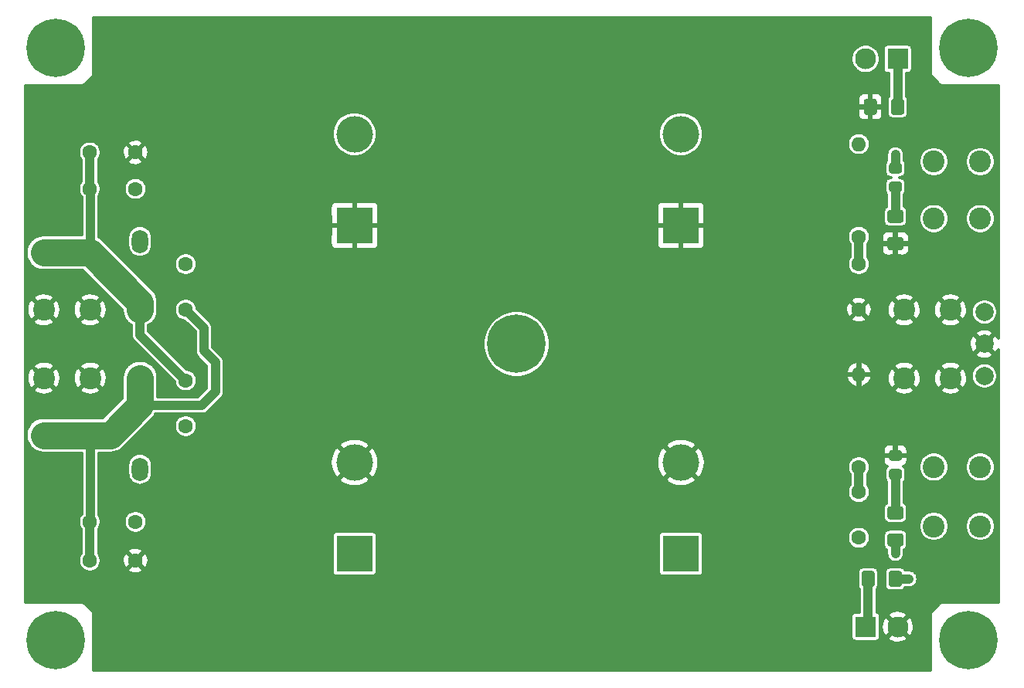
<source format=gbr>
%TF.GenerationSoftware,KiCad,Pcbnew,(5.1.6-0)*%
%TF.CreationDate,2024-01-23T18:55:53-08:00*%
%TF.ProjectId,psu_4caps,7073755f-3463-4617-9073-2e6b69636164,rev?*%
%TF.SameCoordinates,Original*%
%TF.FileFunction,Copper,L1,Top*%
%TF.FilePolarity,Positive*%
%FSLAX46Y46*%
G04 Gerber Fmt 4.6, Leading zero omitted, Abs format (unit mm)*
G04 Created by KiCad (PCBNEW (5.1.6-0)) date 2024-01-23 18:55:53*
%MOMM*%
%LPD*%
G01*
G04 APERTURE LIST*
%TA.AperFunction,ComponentPad*%
%ADD10C,2.000000*%
%TD*%
%TA.AperFunction,ComponentPad*%
%ADD11C,1.600000*%
%TD*%
%TA.AperFunction,ComponentPad*%
%ADD12C,0.800000*%
%TD*%
%TA.AperFunction,ComponentPad*%
%ADD13C,6.400000*%
%TD*%
%TA.AperFunction,ComponentPad*%
%ADD14C,4.000000*%
%TD*%
%TA.AperFunction,ComponentPad*%
%ADD15R,4.000000X4.000000*%
%TD*%
%TA.AperFunction,ComponentPad*%
%ADD16C,2.400000*%
%TD*%
%TA.AperFunction,ComponentPad*%
%ADD17C,2.300000*%
%TD*%
%TA.AperFunction,ComponentPad*%
%ADD18R,2.300000X2.300000*%
%TD*%
%TA.AperFunction,ComponentPad*%
%ADD19O,1.600000X1.600000*%
%TD*%
%TA.AperFunction,ComponentPad*%
%ADD20O,1.800000X2.600000*%
%TD*%
%TA.AperFunction,ViaPad*%
%ADD21C,0.800000*%
%TD*%
%TA.AperFunction,Conductor*%
%ADD22C,3.000000*%
%TD*%
%TA.AperFunction,Conductor*%
%ADD23C,1.000000*%
%TD*%
%TA.AperFunction,Conductor*%
%ADD24C,0.300000*%
%TD*%
G04 APERTURE END LIST*
D10*
%TO.P,J13,3*%
%TO.N,/V-*%
X143000000Y-91500000D03*
%TO.P,J13,2*%
%TO.N,GND*%
X143000000Y-95000000D03*
%TO.P,J13,1*%
%TO.N,/V+*%
X143000000Y-98500000D03*
%TD*%
D11*
%TO.P,C6,2*%
%TO.N,/AC4*%
X55500000Y-99000000D03*
%TO.P,C6,1*%
%TO.N,/V+*%
X55500000Y-104000000D03*
%TD*%
%TO.P,C5,2*%
%TO.N,/V+*%
X50000000Y-114500000D03*
%TO.P,C5,1*%
%TO.N,/AC1*%
X45000000Y-114500000D03*
%TD*%
%TO.P,C4,2*%
%TO.N,/AC4*%
X45000000Y-78000000D03*
%TO.P,C4,1*%
%TO.N,/V-*%
X50000000Y-78000000D03*
%TD*%
%TO.P,C3,2*%
%TO.N,/V-*%
X55500000Y-86250000D03*
%TO.P,C3,1*%
%TO.N,/AC1*%
X55500000Y-91250000D03*
%TD*%
%TO.P,R4,2*%
%TO.N,Net-(J6-Pad1)*%
%TA.AperFunction,SMDPad,CuDef*%
G36*
G01*
X132775000Y-69625000D02*
X132775000Y-68375000D01*
G75*
G02*
X133025000Y-68125000I250000J0D01*
G01*
X133950000Y-68125000D01*
G75*
G02*
X134200000Y-68375000I0J-250000D01*
G01*
X134200000Y-69625000D01*
G75*
G02*
X133950000Y-69875000I-250000J0D01*
G01*
X133025000Y-69875000D01*
G75*
G02*
X132775000Y-69625000I0J250000D01*
G01*
G37*
%TD.AperFunction*%
%TO.P,R4,1*%
%TO.N,GND*%
%TA.AperFunction,SMDPad,CuDef*%
G36*
G01*
X129800000Y-69625000D02*
X129800000Y-68375000D01*
G75*
G02*
X130050000Y-68125000I250000J0D01*
G01*
X130975000Y-68125000D01*
G75*
G02*
X131225000Y-68375000I0J-250000D01*
G01*
X131225000Y-69625000D01*
G75*
G02*
X130975000Y-69875000I-250000J0D01*
G01*
X130050000Y-69875000D01*
G75*
G02*
X129800000Y-69625000I0J250000D01*
G01*
G37*
%TD.AperFunction*%
%TD*%
%TO.P,R3,2*%
%TO.N,Net-(J5-Pad1)*%
%TA.AperFunction,SMDPad,CuDef*%
G36*
G01*
X130975000Y-120125000D02*
X130975000Y-121375000D01*
G75*
G02*
X130725000Y-121625000I-250000J0D01*
G01*
X129800000Y-121625000D01*
G75*
G02*
X129550000Y-121375000I0J250000D01*
G01*
X129550000Y-120125000D01*
G75*
G02*
X129800000Y-119875000I250000J0D01*
G01*
X130725000Y-119875000D01*
G75*
G02*
X130975000Y-120125000I0J-250000D01*
G01*
G37*
%TD.AperFunction*%
%TO.P,R3,1*%
%TO.N,/V+*%
%TA.AperFunction,SMDPad,CuDef*%
G36*
G01*
X133950000Y-120125000D02*
X133950000Y-121375000D01*
G75*
G02*
X133700000Y-121625000I-250000J0D01*
G01*
X132775000Y-121625000D01*
G75*
G02*
X132525000Y-121375000I0J250000D01*
G01*
X132525000Y-120125000D01*
G75*
G02*
X132775000Y-119875000I250000J0D01*
G01*
X133700000Y-119875000D01*
G75*
G02*
X133950000Y-120125000I0J-250000D01*
G01*
G37*
%TD.AperFunction*%
%TD*%
%TO.P,R6,2*%
%TO.N,Net-(D3-Pad2)*%
%TA.AperFunction,SMDPad,CuDef*%
G36*
G01*
X133875000Y-81725000D02*
X132625000Y-81725000D01*
G75*
G02*
X132375000Y-81475000I0J250000D01*
G01*
X132375000Y-80550000D01*
G75*
G02*
X132625000Y-80300000I250000J0D01*
G01*
X133875000Y-80300000D01*
G75*
G02*
X134125000Y-80550000I0J-250000D01*
G01*
X134125000Y-81475000D01*
G75*
G02*
X133875000Y-81725000I-250000J0D01*
G01*
G37*
%TD.AperFunction*%
%TO.P,R6,1*%
%TO.N,GND*%
%TA.AperFunction,SMDPad,CuDef*%
G36*
G01*
X133875000Y-84700000D02*
X132625000Y-84700000D01*
G75*
G02*
X132375000Y-84450000I0J250000D01*
G01*
X132375000Y-83525000D01*
G75*
G02*
X132625000Y-83275000I250000J0D01*
G01*
X133875000Y-83275000D01*
G75*
G02*
X134125000Y-83525000I0J-250000D01*
G01*
X134125000Y-84450000D01*
G75*
G02*
X133875000Y-84700000I-250000J0D01*
G01*
G37*
%TD.AperFunction*%
%TD*%
%TO.P,R5,2*%
%TO.N,Net-(D2-Pad2)*%
%TA.AperFunction,SMDPad,CuDef*%
G36*
G01*
X133875000Y-114225000D02*
X132625000Y-114225000D01*
G75*
G02*
X132375000Y-113975000I0J250000D01*
G01*
X132375000Y-113050000D01*
G75*
G02*
X132625000Y-112800000I250000J0D01*
G01*
X133875000Y-112800000D01*
G75*
G02*
X134125000Y-113050000I0J-250000D01*
G01*
X134125000Y-113975000D01*
G75*
G02*
X133875000Y-114225000I-250000J0D01*
G01*
G37*
%TD.AperFunction*%
%TO.P,R5,1*%
%TO.N,/V+*%
%TA.AperFunction,SMDPad,CuDef*%
G36*
G01*
X133875000Y-117200000D02*
X132625000Y-117200000D01*
G75*
G02*
X132375000Y-116950000I0J250000D01*
G01*
X132375000Y-116025000D01*
G75*
G02*
X132625000Y-115775000I250000J0D01*
G01*
X133875000Y-115775000D01*
G75*
G02*
X134125000Y-116025000I0J-250000D01*
G01*
X134125000Y-116950000D01*
G75*
G02*
X133875000Y-117200000I-250000J0D01*
G01*
G37*
%TD.AperFunction*%
%TD*%
%TO.P,D3,2*%
%TO.N,Net-(D3-Pad2)*%
%TA.AperFunction,SMDPad,CuDef*%
G36*
G01*
X132799999Y-77200000D02*
X133700001Y-77200000D01*
G75*
G02*
X133950000Y-77449999I0J-249999D01*
G01*
X133950000Y-78100001D01*
G75*
G02*
X133700001Y-78350000I-249999J0D01*
G01*
X132799999Y-78350000D01*
G75*
G02*
X132550000Y-78100001I0J249999D01*
G01*
X132550000Y-77449999D01*
G75*
G02*
X132799999Y-77200000I249999J0D01*
G01*
G37*
%TD.AperFunction*%
%TO.P,D3,1*%
%TO.N,/V-*%
%TA.AperFunction,SMDPad,CuDef*%
G36*
G01*
X132799999Y-75150000D02*
X133700001Y-75150000D01*
G75*
G02*
X133950000Y-75399999I0J-249999D01*
G01*
X133950000Y-76050001D01*
G75*
G02*
X133700001Y-76300000I-249999J0D01*
G01*
X132799999Y-76300000D01*
G75*
G02*
X132550000Y-76050001I0J249999D01*
G01*
X132550000Y-75399999D01*
G75*
G02*
X132799999Y-75150000I249999J0D01*
G01*
G37*
%TD.AperFunction*%
%TD*%
%TO.P,D2,2*%
%TO.N,Net-(D2-Pad2)*%
%TA.AperFunction,SMDPad,CuDef*%
G36*
G01*
X132799999Y-108700000D02*
X133700001Y-108700000D01*
G75*
G02*
X133950000Y-108949999I0J-249999D01*
G01*
X133950000Y-109600001D01*
G75*
G02*
X133700001Y-109850000I-249999J0D01*
G01*
X132799999Y-109850000D01*
G75*
G02*
X132550000Y-109600001I0J249999D01*
G01*
X132550000Y-108949999D01*
G75*
G02*
X132799999Y-108700000I249999J0D01*
G01*
G37*
%TD.AperFunction*%
%TO.P,D2,1*%
%TO.N,GND*%
%TA.AperFunction,SMDPad,CuDef*%
G36*
G01*
X132799999Y-106650000D02*
X133700001Y-106650000D01*
G75*
G02*
X133950000Y-106899999I0J-249999D01*
G01*
X133950000Y-107550001D01*
G75*
G02*
X133700001Y-107800000I-249999J0D01*
G01*
X132799999Y-107800000D01*
G75*
G02*
X132550000Y-107550001I0J249999D01*
G01*
X132550000Y-106899999D01*
G75*
G02*
X132799999Y-106650000I249999J0D01*
G01*
G37*
%TD.AperFunction*%
%TD*%
D12*
%TO.P,H5,1*%
%TO.N,N/C*%
X93447056Y-93302944D03*
X91750000Y-92600000D03*
X90052944Y-93302944D03*
X89350000Y-95000000D03*
X90052944Y-96697056D03*
X91750000Y-97400000D03*
X93447056Y-96697056D03*
X94150000Y-95000000D03*
D13*
X91750000Y-95000000D03*
%TD*%
D14*
%TO.P,C10,2*%
%TO.N,/V-*%
X109750000Y-72000000D03*
D15*
%TO.P,C10,1*%
%TO.N,GND*%
X109750000Y-82000000D03*
%TD*%
D14*
%TO.P,C9,2*%
%TO.N,GND*%
X109750000Y-108000000D03*
D15*
%TO.P,C9,1*%
%TO.N,/V+*%
X109750000Y-118000000D03*
%TD*%
D14*
%TO.P,C8,2*%
%TO.N,/V-*%
X74000000Y-72000000D03*
D15*
%TO.P,C8,1*%
%TO.N,GND*%
X74000000Y-82000000D03*
%TD*%
D14*
%TO.P,C7,2*%
%TO.N,GND*%
X74000000Y-108000000D03*
D15*
%TO.P,C7,1*%
%TO.N,/V+*%
X74000000Y-118000000D03*
%TD*%
D16*
%TO.P,J12,1*%
%TO.N,/V-*%
X142540000Y-81250000D03*
X137460000Y-81250000D03*
%TD*%
%TO.P,J11,1*%
%TO.N,/V-*%
X142540000Y-75000000D03*
X137460000Y-75000000D03*
%TD*%
%TO.P,J10,1*%
%TO.N,GND*%
X139290000Y-98750000D03*
X134210000Y-98750000D03*
%TD*%
%TO.P,J9,1*%
%TO.N,GND*%
X139290000Y-91250000D03*
X134210000Y-91250000D03*
%TD*%
%TO.P,J8,1*%
%TO.N,/V+*%
X142540000Y-108500000D03*
X137460000Y-108500000D03*
%TD*%
%TO.P,J7,1*%
%TO.N,/V+*%
X142540000Y-115000000D03*
X137460000Y-115000000D03*
%TD*%
%TO.P,J4,1*%
%TO.N,/AC4*%
X45040000Y-85000000D03*
X39960000Y-85000000D03*
%TD*%
%TO.P,J3,1*%
%TO.N,GND*%
X45040000Y-98750000D03*
X39960000Y-98750000D03*
%TD*%
%TO.P,J2,1*%
%TO.N,GND*%
X45040000Y-91250000D03*
X39960000Y-91250000D03*
%TD*%
%TO.P,J1,1*%
%TO.N,/AC1*%
X45040000Y-105000000D03*
X39960000Y-105000000D03*
%TD*%
D11*
%TO.P,C2,2*%
%TO.N,GND*%
X50000000Y-74000000D03*
%TO.P,C2,1*%
%TO.N,/AC4*%
X45000000Y-74000000D03*
%TD*%
%TO.P,C1,2*%
%TO.N,GND*%
X50000000Y-118750000D03*
%TO.P,C1,1*%
%TO.N,/AC1*%
X45000000Y-118750000D03*
%TD*%
D12*
%TO.P,H4,1*%
%TO.N,N/C*%
X142947056Y-125802944D03*
X141250000Y-125100000D03*
X139552944Y-125802944D03*
X138850000Y-127500000D03*
X139552944Y-129197056D03*
X141250000Y-129900000D03*
X142947056Y-129197056D03*
X143650000Y-127500000D03*
D13*
X141250000Y-127500000D03*
%TD*%
D12*
%TO.P,H3,1*%
%TO.N,N/C*%
X142947056Y-60802944D03*
X141250000Y-60100000D03*
X139552944Y-60802944D03*
X138850000Y-62500000D03*
X139552944Y-64197056D03*
X141250000Y-64900000D03*
X142947056Y-64197056D03*
X143650000Y-62500000D03*
D13*
X141250000Y-62500000D03*
%TD*%
D12*
%TO.P,H2,1*%
%TO.N,N/C*%
X42947056Y-60802944D03*
X41250000Y-60100000D03*
X39552944Y-60802944D03*
X38850000Y-62500000D03*
X39552944Y-64197056D03*
X41250000Y-64900000D03*
X42947056Y-64197056D03*
X43650000Y-62500000D03*
D13*
X41250000Y-62500000D03*
%TD*%
D12*
%TO.P,H1,1*%
%TO.N,N/C*%
X42947056Y-125802944D03*
X41250000Y-125100000D03*
X39552944Y-125802944D03*
X38850000Y-127500000D03*
X39552944Y-129197056D03*
X41250000Y-129900000D03*
X42947056Y-129197056D03*
X43650000Y-127500000D03*
D13*
X41250000Y-127500000D03*
%TD*%
D17*
%TO.P,J6,2*%
%TO.N,/V-*%
X130000000Y-63750000D03*
D18*
%TO.P,J6,1*%
%TO.N,Net-(J6-Pad1)*%
X133500000Y-63750000D03*
%TD*%
D17*
%TO.P,J5,2*%
%TO.N,GND*%
X133500000Y-126000000D03*
D18*
%TO.P,J5,1*%
%TO.N,Net-(J5-Pad1)*%
X130000000Y-126000000D03*
%TD*%
D19*
%TO.P,R2,2*%
%TO.N,/V-*%
X129250000Y-73090000D03*
D11*
%TO.P,R2,1*%
%TO.N,Net-(C12-Pad2)*%
X129250000Y-83250000D03*
%TD*%
D19*
%TO.P,R1,2*%
%TO.N,GND*%
X129250000Y-98340000D03*
D11*
%TO.P,R1,1*%
%TO.N,Net-(C11-Pad2)*%
X129250000Y-108500000D03*
%TD*%
D20*
%TO.P,D1,4*%
%TO.N,/V-*%
X50500000Y-83750000D03*
%TO.P,D1,3*%
%TO.N,/AC4*%
X50500000Y-91250000D03*
%TO.P,D1,2*%
%TO.N,/AC1*%
X50500000Y-98750000D03*
%TO.P,D1,1*%
%TO.N,/V+*%
X50500000Y-108750000D03*
%TD*%
D11*
%TO.P,C12,2*%
%TO.N,Net-(C12-Pad2)*%
X129250000Y-86250000D03*
%TO.P,C12,1*%
%TO.N,GND*%
X129250000Y-91250000D03*
%TD*%
%TO.P,C11,2*%
%TO.N,Net-(C11-Pad2)*%
X129250000Y-111250000D03*
%TO.P,C11,1*%
%TO.N,/V+*%
X129250000Y-116250000D03*
%TD*%
D21*
%TO.N,GND*%
X39246429Y-68250000D03*
X39246429Y-72942500D03*
X39246429Y-78942500D03*
X39246429Y-87942500D03*
X39246429Y-93942500D03*
X39246429Y-101942500D03*
X39246429Y-107942500D03*
X39246429Y-113942500D03*
X39246429Y-119942500D03*
X42246429Y-69942500D03*
X42246429Y-81942500D03*
X42246429Y-96942500D03*
X42246429Y-110942500D03*
X42500000Y-116000000D03*
X42000000Y-122250000D03*
X46500000Y-60000000D03*
X46500000Y-65750000D03*
X45246429Y-93942500D03*
X45246429Y-101942500D03*
X46500000Y-129942500D03*
X46500000Y-107942500D03*
X46500000Y-125250000D03*
X48246429Y-96942500D03*
X53246429Y-88942500D03*
X54246429Y-93942500D03*
X58250000Y-90942500D03*
X59246429Y-94942500D03*
X61246429Y-88942500D03*
X62246429Y-97942500D03*
X63246429Y-92942500D03*
X64246429Y-101942500D03*
X66246429Y-86942500D03*
X66246429Y-95942500D03*
X67246429Y-104942500D03*
X68246429Y-90942500D03*
X68246429Y-99942500D03*
X71246429Y-85942500D03*
X71246429Y-93942500D03*
X71246429Y-102942500D03*
X73246429Y-89942500D03*
X73246429Y-97942500D03*
X75246429Y-104942500D03*
X76246429Y-92942500D03*
X77246429Y-87942500D03*
X77246429Y-99942500D03*
X79246429Y-95942500D03*
X80246429Y-84942500D03*
X80246429Y-90942500D03*
X80246429Y-102942500D03*
X82246429Y-98942500D03*
X82246429Y-106942500D03*
X83246429Y-87942500D03*
X83246429Y-93942500D03*
X84246429Y-82942500D03*
X85246429Y-101942500D03*
X86246429Y-90942500D03*
X86246429Y-108942500D03*
X87246429Y-85942500D03*
X88246429Y-104942500D03*
X89246429Y-99942500D03*
X90246429Y-82942500D03*
X90246429Y-88942500D03*
X91246429Y-107942500D03*
X92246429Y-102942500D03*
X93246429Y-85942500D03*
X86000000Y-96500000D03*
X95246429Y-105942500D03*
X96246429Y-82942500D03*
X96246429Y-100942500D03*
X97246429Y-87942500D03*
X97246429Y-93942500D03*
X98246429Y-108942500D03*
X99246429Y-97942500D03*
X99246429Y-103942500D03*
X100246429Y-84942500D03*
X100246429Y-90942500D03*
X102246429Y-94942500D03*
X102246429Y-100942500D03*
X102246429Y-106942500D03*
X103246429Y-87942500D03*
X104246429Y-82942500D03*
X105246429Y-91942500D03*
X105246429Y-97942500D03*
X105246429Y-103942500D03*
X107246429Y-85942500D03*
X108246429Y-94942500D03*
X108246429Y-100942500D03*
X109246429Y-89942500D03*
X110246429Y-104942500D03*
X111246429Y-97942500D03*
X112246429Y-92942500D03*
X113246429Y-87942500D03*
X113246429Y-101942500D03*
X115246429Y-95942500D03*
X115246429Y-105942500D03*
X116246429Y-84942500D03*
X116246429Y-90942500D03*
X117246429Y-99942500D03*
X119246429Y-87942500D03*
X119246429Y-93942500D03*
X119246429Y-103942500D03*
X121246429Y-97942500D03*
X122246429Y-90942500D03*
X123246429Y-101942500D03*
X124246429Y-94942500D03*
X126246429Y-88942500D03*
X126246429Y-98942500D03*
X128246429Y-93500000D03*
X130000000Y-101500000D03*
X131246429Y-95942500D03*
X132246429Y-88942500D03*
X135000000Y-95000000D03*
X140000000Y-95000000D03*
X94500000Y-90000000D03*
X55750000Y-96250000D03*
X48500000Y-93750000D03*
X53250000Y-99500000D03*
%TO.N,/V+*%
X133250000Y-118000000D03*
X134750000Y-120750000D03*
%TO.N,/V-*%
X133250000Y-74250000D03*
%TD*%
D22*
%TO.N,/AC4*%
X39960000Y-85000000D02*
X45040000Y-85000000D01*
X50500000Y-90460000D02*
X45040000Y-85000000D01*
X50500000Y-91250000D02*
X50500000Y-90460000D01*
D23*
X45000000Y-84960000D02*
X45040000Y-85000000D01*
X45040000Y-78040000D02*
X45000000Y-78000000D01*
X45040000Y-85000000D02*
X45040000Y-78040000D01*
X45000000Y-74000000D02*
X45000000Y-78000000D01*
X50500000Y-94000000D02*
X50500000Y-91250000D01*
X55500000Y-99000000D02*
X50500000Y-94000000D01*
D22*
%TO.N,/AC1*%
X39960000Y-105000000D02*
X45040000Y-105000000D01*
X47250000Y-105000000D02*
X45040000Y-105000000D01*
X50500000Y-101750000D02*
X47250000Y-105000000D01*
X50500000Y-99250000D02*
X50500000Y-101750000D01*
X50500000Y-98750000D02*
X50500000Y-99250000D01*
D23*
X45000000Y-105040000D02*
X45040000Y-105000000D01*
X45040000Y-114460000D02*
X45000000Y-114500000D01*
X45040000Y-105000000D02*
X45040000Y-114460000D01*
X45000000Y-118750000D02*
X45000000Y-114500000D01*
X57500000Y-93250000D02*
X55500000Y-91250000D01*
X50500000Y-101750000D02*
X57250000Y-101750000D01*
X57250000Y-101750000D02*
X58750000Y-100250000D01*
X58750000Y-97000000D02*
X57500000Y-95750000D01*
X58750000Y-100250000D02*
X58750000Y-97000000D01*
X57500000Y-95750000D02*
X57500000Y-93250000D01*
%TO.N,Net-(J5-Pad1)*%
X130262500Y-125737500D02*
X130000000Y-126000000D01*
X130262500Y-120750000D02*
X130262500Y-125737500D01*
%TO.N,Net-(J6-Pad1)*%
X133500000Y-63750000D02*
X133500000Y-68987500D01*
%TO.N,/V+*%
X133250000Y-116487500D02*
X133250000Y-118000000D01*
X133237500Y-120750000D02*
X134750000Y-120750000D01*
%TO.N,/V-*%
X133250000Y-75725000D02*
X133250000Y-74250000D01*
%TO.N,Net-(C11-Pad2)*%
X129250000Y-108500000D02*
X129250000Y-111250000D01*
%TO.N,Net-(C12-Pad2)*%
X129250000Y-83250000D02*
X129250000Y-86250000D01*
%TO.N,Net-(D2-Pad2)*%
X133250000Y-109275000D02*
X133250000Y-113512500D01*
%TO.N,Net-(D3-Pad2)*%
X133250000Y-81012500D02*
X133250000Y-77775000D01*
%TD*%
D24*
%TO.N,GND*%
G36*
X137100000Y-65500000D02*
G01*
X137102882Y-65529264D01*
X137111418Y-65557403D01*
X137125280Y-65583336D01*
X137143934Y-65606066D01*
X138143934Y-66606066D01*
X138166664Y-66624720D01*
X138192597Y-66638582D01*
X138220736Y-66647118D01*
X138250000Y-66650000D01*
X144525000Y-66650000D01*
X144525000Y-94354616D01*
X144518063Y-94333369D01*
X144397674Y-94108138D01*
X144125811Y-94015610D01*
X143141421Y-95000000D01*
X144125811Y-95984390D01*
X144397674Y-95891862D01*
X144525001Y-95641075D01*
X144525001Y-123350000D01*
X138250000Y-123350000D01*
X138220736Y-123352882D01*
X138192597Y-123361418D01*
X138166664Y-123375280D01*
X138143934Y-123393934D01*
X137143934Y-124393934D01*
X137125280Y-124416664D01*
X137111418Y-124442597D01*
X137102882Y-124470736D01*
X137100000Y-124500000D01*
X137100000Y-130775000D01*
X45400000Y-130775000D01*
X45400000Y-124850000D01*
X128397823Y-124850000D01*
X128397823Y-127150000D01*
X128406511Y-127238215D01*
X128432243Y-127323041D01*
X128474029Y-127401216D01*
X128530263Y-127469737D01*
X128598784Y-127525971D01*
X128676959Y-127567757D01*
X128761785Y-127593489D01*
X128850000Y-127602177D01*
X131150000Y-127602177D01*
X131238215Y-127593489D01*
X131323041Y-127567757D01*
X131401216Y-127525971D01*
X131469737Y-127469737D01*
X131525971Y-127401216D01*
X131567757Y-127323041D01*
X131593489Y-127238215D01*
X131594041Y-127232607D01*
X132408815Y-127232607D01*
X132519396Y-127519816D01*
X132834739Y-127681919D01*
X133175649Y-127779388D01*
X133529022Y-127808475D01*
X133881280Y-127768064D01*
X134218886Y-127659708D01*
X134480604Y-127519816D01*
X134591185Y-127232607D01*
X133500000Y-126141421D01*
X132408815Y-127232607D01*
X131594041Y-127232607D01*
X131602177Y-127150000D01*
X131602177Y-126029022D01*
X131691525Y-126029022D01*
X131731936Y-126381280D01*
X131840292Y-126718886D01*
X131980184Y-126980604D01*
X132267393Y-127091185D01*
X133358579Y-126000000D01*
X133641421Y-126000000D01*
X134732607Y-127091185D01*
X135019816Y-126980604D01*
X135181919Y-126665261D01*
X135279388Y-126324351D01*
X135308475Y-125970978D01*
X135268064Y-125618720D01*
X135159708Y-125281114D01*
X135019816Y-125019396D01*
X134732607Y-124908815D01*
X133641421Y-126000000D01*
X133358579Y-126000000D01*
X132267393Y-124908815D01*
X131980184Y-125019396D01*
X131818081Y-125334739D01*
X131720612Y-125675649D01*
X131691525Y-126029022D01*
X131602177Y-126029022D01*
X131602177Y-124850000D01*
X131594042Y-124767393D01*
X132408815Y-124767393D01*
X133500000Y-125858579D01*
X134591185Y-124767393D01*
X134480604Y-124480184D01*
X134165261Y-124318081D01*
X133824351Y-124220612D01*
X133470978Y-124191525D01*
X133118720Y-124231936D01*
X132781114Y-124340292D01*
X132519396Y-124480184D01*
X132408815Y-124767393D01*
X131594042Y-124767393D01*
X131593489Y-124761785D01*
X131567757Y-124676959D01*
X131525971Y-124598784D01*
X131469737Y-124530263D01*
X131401216Y-124474029D01*
X131323041Y-124432243D01*
X131238215Y-124406511D01*
X131212500Y-124403978D01*
X131212500Y-121878912D01*
X131221514Y-121871514D01*
X131308839Y-121765109D01*
X131373727Y-121643712D01*
X131413685Y-121511988D01*
X131427177Y-121375000D01*
X131427177Y-120125000D01*
X132072823Y-120125000D01*
X132072823Y-121375000D01*
X132086315Y-121511988D01*
X132126273Y-121643712D01*
X132191161Y-121765109D01*
X132278486Y-121871514D01*
X132384891Y-121958839D01*
X132506288Y-122023727D01*
X132638012Y-122063685D01*
X132775000Y-122077177D01*
X133700000Y-122077177D01*
X133836988Y-122063685D01*
X133968712Y-122023727D01*
X134090109Y-121958839D01*
X134196514Y-121871514D01*
X134283839Y-121765109D01*
X134318640Y-121700000D01*
X134796665Y-121700000D01*
X134936232Y-121686254D01*
X135115308Y-121631932D01*
X135280345Y-121543718D01*
X135425001Y-121425001D01*
X135543718Y-121280345D01*
X135631932Y-121115308D01*
X135686254Y-120936232D01*
X135704596Y-120750000D01*
X135686254Y-120563768D01*
X135631932Y-120384692D01*
X135543718Y-120219655D01*
X135425001Y-120074999D01*
X135280345Y-119956282D01*
X135115308Y-119868068D01*
X134936232Y-119813746D01*
X134796665Y-119800000D01*
X134318640Y-119800000D01*
X134283839Y-119734891D01*
X134196514Y-119628486D01*
X134090109Y-119541161D01*
X133968712Y-119476273D01*
X133836988Y-119436315D01*
X133700000Y-119422823D01*
X132775000Y-119422823D01*
X132638012Y-119436315D01*
X132506288Y-119476273D01*
X132384891Y-119541161D01*
X132278486Y-119628486D01*
X132191161Y-119734891D01*
X132126273Y-119856288D01*
X132086315Y-119988012D01*
X132072823Y-120125000D01*
X131427177Y-120125000D01*
X131413685Y-119988012D01*
X131373727Y-119856288D01*
X131308839Y-119734891D01*
X131221514Y-119628486D01*
X131115109Y-119541161D01*
X130993712Y-119476273D01*
X130861988Y-119436315D01*
X130725000Y-119422823D01*
X129800000Y-119422823D01*
X129663012Y-119436315D01*
X129531288Y-119476273D01*
X129409891Y-119541161D01*
X129303486Y-119628486D01*
X129216161Y-119734891D01*
X129151273Y-119856288D01*
X129111315Y-119988012D01*
X129097823Y-120125000D01*
X129097823Y-121375000D01*
X129111315Y-121511988D01*
X129151273Y-121643712D01*
X129216161Y-121765109D01*
X129303486Y-121871514D01*
X129312500Y-121878912D01*
X129312501Y-124397823D01*
X128850000Y-124397823D01*
X128761785Y-124406511D01*
X128676959Y-124432243D01*
X128598784Y-124474029D01*
X128530263Y-124530263D01*
X128474029Y-124598784D01*
X128432243Y-124676959D01*
X128406511Y-124761785D01*
X128397823Y-124850000D01*
X45400000Y-124850000D01*
X45400000Y-124500000D01*
X45397118Y-124470736D01*
X45388582Y-124442597D01*
X45374720Y-124416664D01*
X45356066Y-124393934D01*
X44356066Y-123393934D01*
X44333336Y-123375280D01*
X44307403Y-123361418D01*
X44279264Y-123352882D01*
X44250000Y-123350000D01*
X37975000Y-123350000D01*
X37975000Y-105000000D01*
X38000565Y-105000000D01*
X38038215Y-105382267D01*
X38149718Y-105749843D01*
X38330789Y-106088604D01*
X38574470Y-106385530D01*
X38871396Y-106629211D01*
X39210157Y-106810282D01*
X39577733Y-106921785D01*
X39864205Y-106950000D01*
X44090000Y-106950000D01*
X44090001Y-113642233D01*
X44029062Y-113703172D01*
X43892265Y-113907903D01*
X43798037Y-114135389D01*
X43750000Y-114376886D01*
X43750000Y-114623114D01*
X43798037Y-114864611D01*
X43892265Y-115092097D01*
X44029062Y-115296828D01*
X44050001Y-115317767D01*
X44050000Y-117932234D01*
X44029062Y-117953172D01*
X43892265Y-118157903D01*
X43798037Y-118385389D01*
X43750000Y-118626886D01*
X43750000Y-118873114D01*
X43798037Y-119114611D01*
X43892265Y-119342097D01*
X44029062Y-119546828D01*
X44203172Y-119720938D01*
X44407903Y-119857735D01*
X44635389Y-119951963D01*
X44876886Y-120000000D01*
X45123114Y-120000000D01*
X45364611Y-119951963D01*
X45592097Y-119857735D01*
X45778271Y-119733337D01*
X49158085Y-119733337D01*
X49226509Y-119984750D01*
X49482259Y-120111925D01*
X49757906Y-120186762D01*
X50042856Y-120206386D01*
X50326159Y-120170042D01*
X50596928Y-120079125D01*
X50773491Y-119984750D01*
X50841915Y-119733337D01*
X50000000Y-118891421D01*
X49158085Y-119733337D01*
X45778271Y-119733337D01*
X45796828Y-119720938D01*
X45970938Y-119546828D01*
X46107735Y-119342097D01*
X46201963Y-119114611D01*
X46250000Y-118873114D01*
X46250000Y-118792856D01*
X48543614Y-118792856D01*
X48579958Y-119076159D01*
X48670875Y-119346928D01*
X48765250Y-119523491D01*
X49016663Y-119591915D01*
X49858579Y-118750000D01*
X50141421Y-118750000D01*
X50983337Y-119591915D01*
X51234750Y-119523491D01*
X51361925Y-119267741D01*
X51436762Y-118992094D01*
X51456386Y-118707144D01*
X51420042Y-118423841D01*
X51329125Y-118153072D01*
X51234750Y-117976509D01*
X50983337Y-117908085D01*
X50141421Y-118750000D01*
X49858579Y-118750000D01*
X49016663Y-117908085D01*
X48765250Y-117976509D01*
X48638075Y-118232259D01*
X48563238Y-118507906D01*
X48543614Y-118792856D01*
X46250000Y-118792856D01*
X46250000Y-118626886D01*
X46201963Y-118385389D01*
X46107735Y-118157903D01*
X45970938Y-117953172D01*
X45950000Y-117932234D01*
X45950000Y-117766663D01*
X49158085Y-117766663D01*
X50000000Y-118608579D01*
X50841915Y-117766663D01*
X50773491Y-117515250D01*
X50517741Y-117388075D01*
X50242094Y-117313238D01*
X49957144Y-117293614D01*
X49673841Y-117329958D01*
X49403072Y-117420875D01*
X49226509Y-117515250D01*
X49158085Y-117766663D01*
X45950000Y-117766663D01*
X45950000Y-116000000D01*
X71547823Y-116000000D01*
X71547823Y-120000000D01*
X71556511Y-120088215D01*
X71582243Y-120173041D01*
X71624029Y-120251216D01*
X71680263Y-120319737D01*
X71748784Y-120375971D01*
X71826959Y-120417757D01*
X71911785Y-120443489D01*
X72000000Y-120452177D01*
X76000000Y-120452177D01*
X76088215Y-120443489D01*
X76173041Y-120417757D01*
X76251216Y-120375971D01*
X76319737Y-120319737D01*
X76375971Y-120251216D01*
X76417757Y-120173041D01*
X76443489Y-120088215D01*
X76452177Y-120000000D01*
X76452177Y-116000000D01*
X107297823Y-116000000D01*
X107297823Y-120000000D01*
X107306511Y-120088215D01*
X107332243Y-120173041D01*
X107374029Y-120251216D01*
X107430263Y-120319737D01*
X107498784Y-120375971D01*
X107576959Y-120417757D01*
X107661785Y-120443489D01*
X107750000Y-120452177D01*
X111750000Y-120452177D01*
X111838215Y-120443489D01*
X111923041Y-120417757D01*
X112001216Y-120375971D01*
X112069737Y-120319737D01*
X112125971Y-120251216D01*
X112167757Y-120173041D01*
X112193489Y-120088215D01*
X112202177Y-120000000D01*
X112202177Y-116126886D01*
X128000000Y-116126886D01*
X128000000Y-116373114D01*
X128048037Y-116614611D01*
X128142265Y-116842097D01*
X128279062Y-117046828D01*
X128453172Y-117220938D01*
X128657903Y-117357735D01*
X128885389Y-117451963D01*
X129126886Y-117500000D01*
X129373114Y-117500000D01*
X129614611Y-117451963D01*
X129842097Y-117357735D01*
X130046828Y-117220938D01*
X130220938Y-117046828D01*
X130357735Y-116842097D01*
X130451963Y-116614611D01*
X130500000Y-116373114D01*
X130500000Y-116126886D01*
X130479734Y-116025000D01*
X131922823Y-116025000D01*
X131922823Y-116950000D01*
X131936315Y-117086988D01*
X131976273Y-117218712D01*
X132041161Y-117340109D01*
X132128486Y-117446514D01*
X132234891Y-117533839D01*
X132300001Y-117568641D01*
X132300001Y-118046665D01*
X132313747Y-118186232D01*
X132368069Y-118365308D01*
X132456283Y-118530345D01*
X132575000Y-118675001D01*
X132719656Y-118793718D01*
X132884693Y-118881932D01*
X133063769Y-118936254D01*
X133250000Y-118954596D01*
X133436232Y-118936254D01*
X133615308Y-118881932D01*
X133780345Y-118793718D01*
X133925001Y-118675001D01*
X134043718Y-118530345D01*
X134131932Y-118365308D01*
X134186254Y-118186232D01*
X134200000Y-118046665D01*
X134200000Y-117568640D01*
X134265109Y-117533839D01*
X134371514Y-117446514D01*
X134458839Y-117340109D01*
X134523727Y-117218712D01*
X134563685Y-117086988D01*
X134577177Y-116950000D01*
X134577177Y-116025000D01*
X134563685Y-115888012D01*
X134523727Y-115756288D01*
X134458839Y-115634891D01*
X134371514Y-115528486D01*
X134265109Y-115441161D01*
X134143712Y-115376273D01*
X134011988Y-115336315D01*
X133875000Y-115322823D01*
X132625000Y-115322823D01*
X132488012Y-115336315D01*
X132356288Y-115376273D01*
X132234891Y-115441161D01*
X132128486Y-115528486D01*
X132041161Y-115634891D01*
X131976273Y-115756288D01*
X131936315Y-115888012D01*
X131922823Y-116025000D01*
X130479734Y-116025000D01*
X130451963Y-115885389D01*
X130357735Y-115657903D01*
X130220938Y-115453172D01*
X130046828Y-115279062D01*
X129842097Y-115142265D01*
X129614611Y-115048037D01*
X129373114Y-115000000D01*
X129126886Y-115000000D01*
X128885389Y-115048037D01*
X128657903Y-115142265D01*
X128453172Y-115279062D01*
X128279062Y-115453172D01*
X128142265Y-115657903D01*
X128048037Y-115885389D01*
X128000000Y-116126886D01*
X112202177Y-116126886D01*
X112202177Y-116000000D01*
X112193489Y-115911785D01*
X112167757Y-115826959D01*
X112125971Y-115748784D01*
X112069737Y-115680263D01*
X112001216Y-115624029D01*
X111923041Y-115582243D01*
X111838215Y-115556511D01*
X111750000Y-115547823D01*
X107750000Y-115547823D01*
X107661785Y-115556511D01*
X107576959Y-115582243D01*
X107498784Y-115624029D01*
X107430263Y-115680263D01*
X107374029Y-115748784D01*
X107332243Y-115826959D01*
X107306511Y-115911785D01*
X107297823Y-116000000D01*
X76452177Y-116000000D01*
X76443489Y-115911785D01*
X76417757Y-115826959D01*
X76375971Y-115748784D01*
X76319737Y-115680263D01*
X76251216Y-115624029D01*
X76173041Y-115582243D01*
X76088215Y-115556511D01*
X76000000Y-115547823D01*
X72000000Y-115547823D01*
X71911785Y-115556511D01*
X71826959Y-115582243D01*
X71748784Y-115624029D01*
X71680263Y-115680263D01*
X71624029Y-115748784D01*
X71582243Y-115826959D01*
X71556511Y-115911785D01*
X71547823Y-116000000D01*
X45950000Y-116000000D01*
X45950000Y-115317766D01*
X45970938Y-115296828D01*
X46107735Y-115092097D01*
X46201963Y-114864611D01*
X46250000Y-114623114D01*
X46250000Y-114376886D01*
X48750000Y-114376886D01*
X48750000Y-114623114D01*
X48798037Y-114864611D01*
X48892265Y-115092097D01*
X49029062Y-115296828D01*
X49203172Y-115470938D01*
X49407903Y-115607735D01*
X49635389Y-115701963D01*
X49876886Y-115750000D01*
X50123114Y-115750000D01*
X50364611Y-115701963D01*
X50592097Y-115607735D01*
X50796828Y-115470938D01*
X50970938Y-115296828D01*
X51107735Y-115092097D01*
X51201963Y-114864611D01*
X51207357Y-114837489D01*
X135810000Y-114837489D01*
X135810000Y-115162511D01*
X135873408Y-115481287D01*
X135997789Y-115781568D01*
X136178361Y-116051814D01*
X136408186Y-116281639D01*
X136678432Y-116462211D01*
X136978713Y-116586592D01*
X137297489Y-116650000D01*
X137622511Y-116650000D01*
X137941287Y-116586592D01*
X138241568Y-116462211D01*
X138511814Y-116281639D01*
X138741639Y-116051814D01*
X138922211Y-115781568D01*
X139046592Y-115481287D01*
X139110000Y-115162511D01*
X139110000Y-114837489D01*
X140890000Y-114837489D01*
X140890000Y-115162511D01*
X140953408Y-115481287D01*
X141077789Y-115781568D01*
X141258361Y-116051814D01*
X141488186Y-116281639D01*
X141758432Y-116462211D01*
X142058713Y-116586592D01*
X142377489Y-116650000D01*
X142702511Y-116650000D01*
X143021287Y-116586592D01*
X143321568Y-116462211D01*
X143591814Y-116281639D01*
X143821639Y-116051814D01*
X144002211Y-115781568D01*
X144126592Y-115481287D01*
X144190000Y-115162511D01*
X144190000Y-114837489D01*
X144126592Y-114518713D01*
X144002211Y-114218432D01*
X143821639Y-113948186D01*
X143591814Y-113718361D01*
X143321568Y-113537789D01*
X143021287Y-113413408D01*
X142702511Y-113350000D01*
X142377489Y-113350000D01*
X142058713Y-113413408D01*
X141758432Y-113537789D01*
X141488186Y-113718361D01*
X141258361Y-113948186D01*
X141077789Y-114218432D01*
X140953408Y-114518713D01*
X140890000Y-114837489D01*
X139110000Y-114837489D01*
X139046592Y-114518713D01*
X138922211Y-114218432D01*
X138741639Y-113948186D01*
X138511814Y-113718361D01*
X138241568Y-113537789D01*
X137941287Y-113413408D01*
X137622511Y-113350000D01*
X137297489Y-113350000D01*
X136978713Y-113413408D01*
X136678432Y-113537789D01*
X136408186Y-113718361D01*
X136178361Y-113948186D01*
X135997789Y-114218432D01*
X135873408Y-114518713D01*
X135810000Y-114837489D01*
X51207357Y-114837489D01*
X51250000Y-114623114D01*
X51250000Y-114376886D01*
X51201963Y-114135389D01*
X51107735Y-113907903D01*
X50970938Y-113703172D01*
X50796828Y-113529062D01*
X50592097Y-113392265D01*
X50364611Y-113298037D01*
X50123114Y-113250000D01*
X49876886Y-113250000D01*
X49635389Y-113298037D01*
X49407903Y-113392265D01*
X49203172Y-113529062D01*
X49029062Y-113703172D01*
X48892265Y-113907903D01*
X48798037Y-114135389D01*
X48750000Y-114376886D01*
X46250000Y-114376886D01*
X46201963Y-114135389D01*
X46107735Y-113907903D01*
X45990000Y-113731700D01*
X45990000Y-108283680D01*
X49150000Y-108283680D01*
X49150000Y-109216321D01*
X49169533Y-109414646D01*
X49246728Y-109669122D01*
X49372085Y-109903649D01*
X49540788Y-110109213D01*
X49746352Y-110277915D01*
X49980879Y-110403272D01*
X50235355Y-110480467D01*
X50500000Y-110506532D01*
X50764646Y-110480467D01*
X51019122Y-110403272D01*
X51253649Y-110277915D01*
X51459213Y-110109213D01*
X51627915Y-109903649D01*
X51663384Y-109837290D01*
X72304131Y-109837290D01*
X72516838Y-110211527D01*
X72976784Y-110458384D01*
X73476052Y-110610766D01*
X73995455Y-110662818D01*
X74515032Y-110612540D01*
X75014817Y-110461863D01*
X75475603Y-110216578D01*
X75483162Y-110211527D01*
X75695869Y-109837290D01*
X108054131Y-109837290D01*
X108266838Y-110211527D01*
X108726784Y-110458384D01*
X109226052Y-110610766D01*
X109745455Y-110662818D01*
X110265032Y-110612540D01*
X110764817Y-110461863D01*
X111225603Y-110216578D01*
X111233162Y-110211527D01*
X111445869Y-109837290D01*
X109750000Y-108141421D01*
X108054131Y-109837290D01*
X75695869Y-109837290D01*
X74000000Y-108141421D01*
X72304131Y-109837290D01*
X51663384Y-109837290D01*
X51753272Y-109669122D01*
X51830467Y-109414646D01*
X51850000Y-109216320D01*
X51850000Y-108283679D01*
X51830467Y-108085354D01*
X51803197Y-107995455D01*
X71337182Y-107995455D01*
X71387460Y-108515032D01*
X71538137Y-109014817D01*
X71783422Y-109475603D01*
X71788473Y-109483162D01*
X72162710Y-109695869D01*
X73858579Y-108000000D01*
X74141421Y-108000000D01*
X75837290Y-109695869D01*
X76211527Y-109483162D01*
X76458384Y-109023216D01*
X76610766Y-108523948D01*
X76662818Y-108004545D01*
X76661939Y-107995455D01*
X107087182Y-107995455D01*
X107137460Y-108515032D01*
X107288137Y-109014817D01*
X107533422Y-109475603D01*
X107538473Y-109483162D01*
X107912710Y-109695869D01*
X109608579Y-108000000D01*
X109891421Y-108000000D01*
X111587290Y-109695869D01*
X111961527Y-109483162D01*
X112208384Y-109023216D01*
X112360766Y-108523948D01*
X112375503Y-108376886D01*
X128000000Y-108376886D01*
X128000000Y-108623114D01*
X128048037Y-108864611D01*
X128142265Y-109092097D01*
X128279062Y-109296828D01*
X128300000Y-109317766D01*
X128300001Y-110432233D01*
X128279062Y-110453172D01*
X128142265Y-110657903D01*
X128048037Y-110885389D01*
X128000000Y-111126886D01*
X128000000Y-111373114D01*
X128048037Y-111614611D01*
X128142265Y-111842097D01*
X128279062Y-112046828D01*
X128453172Y-112220938D01*
X128657903Y-112357735D01*
X128885389Y-112451963D01*
X129126886Y-112500000D01*
X129373114Y-112500000D01*
X129614611Y-112451963D01*
X129842097Y-112357735D01*
X130046828Y-112220938D01*
X130220938Y-112046828D01*
X130357735Y-111842097D01*
X130451963Y-111614611D01*
X130500000Y-111373114D01*
X130500000Y-111126886D01*
X130451963Y-110885389D01*
X130357735Y-110657903D01*
X130220938Y-110453172D01*
X130200000Y-110432234D01*
X130200000Y-109317766D01*
X130220938Y-109296828D01*
X130357735Y-109092097D01*
X130451963Y-108864611D01*
X130500000Y-108623114D01*
X130500000Y-108376886D01*
X130451963Y-108135389D01*
X130357735Y-107907903D01*
X130285637Y-107800000D01*
X131896855Y-107800000D01*
X131909405Y-107927422D01*
X131946573Y-108049948D01*
X132006930Y-108162868D01*
X132088157Y-108261843D01*
X132187132Y-108343070D01*
X132300052Y-108403427D01*
X132347094Y-108417697D01*
X132303486Y-108453486D01*
X132216161Y-108559891D01*
X132151273Y-108681288D01*
X132111315Y-108813011D01*
X132097823Y-108949999D01*
X132097823Y-109600001D01*
X132111315Y-109736989D01*
X132151273Y-109868712D01*
X132216161Y-109990109D01*
X132300000Y-110092267D01*
X132300001Y-112431359D01*
X132234891Y-112466161D01*
X132128486Y-112553486D01*
X132041161Y-112659891D01*
X131976273Y-112781288D01*
X131936315Y-112913012D01*
X131922823Y-113050000D01*
X131922823Y-113975000D01*
X131936315Y-114111988D01*
X131976273Y-114243712D01*
X132041161Y-114365109D01*
X132128486Y-114471514D01*
X132234891Y-114558839D01*
X132356288Y-114623727D01*
X132488012Y-114663685D01*
X132625000Y-114677177D01*
X133875000Y-114677177D01*
X134011988Y-114663685D01*
X134143712Y-114623727D01*
X134265109Y-114558839D01*
X134371514Y-114471514D01*
X134458839Y-114365109D01*
X134523727Y-114243712D01*
X134563685Y-114111988D01*
X134577177Y-113975000D01*
X134577177Y-113050000D01*
X134563685Y-112913012D01*
X134523727Y-112781288D01*
X134458839Y-112659891D01*
X134371514Y-112553486D01*
X134265109Y-112466161D01*
X134200000Y-112431360D01*
X134200000Y-110092266D01*
X134283839Y-109990109D01*
X134348727Y-109868712D01*
X134388685Y-109736989D01*
X134402177Y-109600001D01*
X134402177Y-108949999D01*
X134388685Y-108813011D01*
X134348727Y-108681288D01*
X134283839Y-108559891D01*
X134196514Y-108453486D01*
X134152906Y-108417697D01*
X134199948Y-108403427D01*
X134312868Y-108343070D01*
X134319668Y-108337489D01*
X135810000Y-108337489D01*
X135810000Y-108662511D01*
X135873408Y-108981287D01*
X135997789Y-109281568D01*
X136178361Y-109551814D01*
X136408186Y-109781639D01*
X136678432Y-109962211D01*
X136978713Y-110086592D01*
X137297489Y-110150000D01*
X137622511Y-110150000D01*
X137941287Y-110086592D01*
X138241568Y-109962211D01*
X138511814Y-109781639D01*
X138741639Y-109551814D01*
X138922211Y-109281568D01*
X139046592Y-108981287D01*
X139110000Y-108662511D01*
X139110000Y-108337489D01*
X140890000Y-108337489D01*
X140890000Y-108662511D01*
X140953408Y-108981287D01*
X141077789Y-109281568D01*
X141258361Y-109551814D01*
X141488186Y-109781639D01*
X141758432Y-109962211D01*
X142058713Y-110086592D01*
X142377489Y-110150000D01*
X142702511Y-110150000D01*
X143021287Y-110086592D01*
X143321568Y-109962211D01*
X143591814Y-109781639D01*
X143821639Y-109551814D01*
X144002211Y-109281568D01*
X144126592Y-108981287D01*
X144190000Y-108662511D01*
X144190000Y-108337489D01*
X144126592Y-108018713D01*
X144002211Y-107718432D01*
X143821639Y-107448186D01*
X143591814Y-107218361D01*
X143321568Y-107037789D01*
X143021287Y-106913408D01*
X142702511Y-106850000D01*
X142377489Y-106850000D01*
X142058713Y-106913408D01*
X141758432Y-107037789D01*
X141488186Y-107218361D01*
X141258361Y-107448186D01*
X141077789Y-107718432D01*
X140953408Y-108018713D01*
X140890000Y-108337489D01*
X139110000Y-108337489D01*
X139046592Y-108018713D01*
X138922211Y-107718432D01*
X138741639Y-107448186D01*
X138511814Y-107218361D01*
X138241568Y-107037789D01*
X137941287Y-106913408D01*
X137622511Y-106850000D01*
X137297489Y-106850000D01*
X136978713Y-106913408D01*
X136678432Y-107037789D01*
X136408186Y-107218361D01*
X136178361Y-107448186D01*
X135997789Y-107718432D01*
X135873408Y-108018713D01*
X135810000Y-108337489D01*
X134319668Y-108337489D01*
X134411843Y-108261843D01*
X134493070Y-108162868D01*
X134553427Y-108049948D01*
X134590595Y-107927422D01*
X134603145Y-107800000D01*
X134600000Y-107487500D01*
X134437500Y-107325000D01*
X133350000Y-107325000D01*
X133350000Y-107345000D01*
X133150000Y-107345000D01*
X133150000Y-107325000D01*
X132062500Y-107325000D01*
X131900000Y-107487500D01*
X131896855Y-107800000D01*
X130285637Y-107800000D01*
X130220938Y-107703172D01*
X130046828Y-107529062D01*
X129842097Y-107392265D01*
X129614611Y-107298037D01*
X129373114Y-107250000D01*
X129126886Y-107250000D01*
X128885389Y-107298037D01*
X128657903Y-107392265D01*
X128453172Y-107529062D01*
X128279062Y-107703172D01*
X128142265Y-107907903D01*
X128048037Y-108135389D01*
X128000000Y-108376886D01*
X112375503Y-108376886D01*
X112412818Y-108004545D01*
X112362540Y-107484968D01*
X112211863Y-106985183D01*
X112033439Y-106650000D01*
X131896855Y-106650000D01*
X131900000Y-106962500D01*
X132062500Y-107125000D01*
X133150000Y-107125000D01*
X133150000Y-106162500D01*
X133350000Y-106162500D01*
X133350000Y-107125000D01*
X134437500Y-107125000D01*
X134600000Y-106962500D01*
X134603145Y-106650000D01*
X134590595Y-106522578D01*
X134553427Y-106400052D01*
X134493070Y-106287132D01*
X134411843Y-106188157D01*
X134312868Y-106106930D01*
X134199948Y-106046573D01*
X134077422Y-106009405D01*
X133950000Y-105996855D01*
X133512500Y-106000000D01*
X133350000Y-106162500D01*
X133150000Y-106162500D01*
X132987500Y-106000000D01*
X132550000Y-105996855D01*
X132422578Y-106009405D01*
X132300052Y-106046573D01*
X132187132Y-106106930D01*
X132088157Y-106188157D01*
X132006930Y-106287132D01*
X131946573Y-106400052D01*
X131909405Y-106522578D01*
X131896855Y-106650000D01*
X112033439Y-106650000D01*
X111966578Y-106524397D01*
X111961527Y-106516838D01*
X111587290Y-106304131D01*
X109891421Y-108000000D01*
X109608579Y-108000000D01*
X107912710Y-106304131D01*
X107538473Y-106516838D01*
X107291616Y-106976784D01*
X107139234Y-107476052D01*
X107087182Y-107995455D01*
X76661939Y-107995455D01*
X76612540Y-107484968D01*
X76461863Y-106985183D01*
X76216578Y-106524397D01*
X76211527Y-106516838D01*
X75837290Y-106304131D01*
X74141421Y-108000000D01*
X73858579Y-108000000D01*
X72162710Y-106304131D01*
X71788473Y-106516838D01*
X71541616Y-106976784D01*
X71389234Y-107476052D01*
X71337182Y-107995455D01*
X51803197Y-107995455D01*
X51753272Y-107830878D01*
X51627915Y-107596351D01*
X51459212Y-107390787D01*
X51253648Y-107222085D01*
X51019121Y-107096728D01*
X50764645Y-107019533D01*
X50500000Y-106993468D01*
X50235354Y-107019533D01*
X49980878Y-107096728D01*
X49746351Y-107222085D01*
X49540787Y-107390788D01*
X49372085Y-107596352D01*
X49246728Y-107830879D01*
X49169533Y-108085355D01*
X49150000Y-108283680D01*
X45990000Y-108283680D01*
X45990000Y-106950000D01*
X47154205Y-106950000D01*
X47250000Y-106959435D01*
X47345795Y-106950000D01*
X47632267Y-106921785D01*
X47999843Y-106810282D01*
X48338604Y-106629211D01*
X48635530Y-106385530D01*
X48696605Y-106311111D01*
X48845006Y-106162710D01*
X72304131Y-106162710D01*
X74000000Y-107858579D01*
X75695869Y-106162710D01*
X108054131Y-106162710D01*
X109750000Y-107858579D01*
X111445869Y-106162710D01*
X111233162Y-105788473D01*
X110773216Y-105541616D01*
X110273948Y-105389234D01*
X109754545Y-105337182D01*
X109234968Y-105387460D01*
X108735183Y-105538137D01*
X108274397Y-105783422D01*
X108266838Y-105788473D01*
X108054131Y-106162710D01*
X75695869Y-106162710D01*
X75483162Y-105788473D01*
X75023216Y-105541616D01*
X74523948Y-105389234D01*
X74004545Y-105337182D01*
X73484968Y-105387460D01*
X72985183Y-105538137D01*
X72524397Y-105783422D01*
X72516838Y-105788473D01*
X72304131Y-106162710D01*
X48845006Y-106162710D01*
X51130830Y-103876886D01*
X54250000Y-103876886D01*
X54250000Y-104123114D01*
X54298037Y-104364611D01*
X54392265Y-104592097D01*
X54529062Y-104796828D01*
X54703172Y-104970938D01*
X54907903Y-105107735D01*
X55135389Y-105201963D01*
X55376886Y-105250000D01*
X55623114Y-105250000D01*
X55864611Y-105201963D01*
X56092097Y-105107735D01*
X56296828Y-104970938D01*
X56470938Y-104796828D01*
X56607735Y-104592097D01*
X56701963Y-104364611D01*
X56750000Y-104123114D01*
X56750000Y-103876886D01*
X56701963Y-103635389D01*
X56607735Y-103407903D01*
X56470938Y-103203172D01*
X56296828Y-103029062D01*
X56092097Y-102892265D01*
X55864611Y-102798037D01*
X55623114Y-102750000D01*
X55376886Y-102750000D01*
X55135389Y-102798037D01*
X54907903Y-102892265D01*
X54703172Y-103029062D01*
X54529062Y-103203172D01*
X54392265Y-103407903D01*
X54298037Y-103635389D01*
X54250000Y-103876886D01*
X51130830Y-103876886D01*
X51811116Y-103196600D01*
X51885530Y-103135530D01*
X52129211Y-102838604D01*
X52203296Y-102700000D01*
X57203346Y-102700000D01*
X57250000Y-102704595D01*
X57296654Y-102700000D01*
X57296665Y-102700000D01*
X57436232Y-102686254D01*
X57615308Y-102631932D01*
X57780345Y-102543718D01*
X57925001Y-102425001D01*
X57954750Y-102388752D01*
X59388757Y-100954746D01*
X59425001Y-100925001D01*
X59462581Y-100879211D01*
X59543717Y-100780346D01*
X59543718Y-100780345D01*
X59631932Y-100615308D01*
X59686254Y-100436232D01*
X59700000Y-100296665D01*
X59700000Y-100296656D01*
X59704595Y-100250001D01*
X59700000Y-100203346D01*
X59700000Y-100018197D01*
X133083225Y-100018197D01*
X133199820Y-100310524D01*
X133523674Y-100477615D01*
X133873902Y-100578315D01*
X134237047Y-100608755D01*
X134599152Y-100567762D01*
X134946302Y-100456915D01*
X135220180Y-100310524D01*
X135336775Y-100018197D01*
X138163225Y-100018197D01*
X138279820Y-100310524D01*
X138603674Y-100477615D01*
X138953902Y-100578315D01*
X139317047Y-100608755D01*
X139679152Y-100567762D01*
X140026302Y-100456915D01*
X140300180Y-100310524D01*
X140416775Y-100018197D01*
X139290000Y-98891421D01*
X138163225Y-100018197D01*
X135336775Y-100018197D01*
X134210000Y-98891421D01*
X133083225Y-100018197D01*
X59700000Y-100018197D01*
X59700000Y-98665059D01*
X127836901Y-98665059D01*
X127927469Y-98934495D01*
X128068861Y-99181085D01*
X128255644Y-99395353D01*
X128480639Y-99569064D01*
X128735201Y-99695543D01*
X128924941Y-99753095D01*
X129150000Y-99623611D01*
X129150000Y-98440000D01*
X129350000Y-98440000D01*
X129350000Y-99623611D01*
X129575059Y-99753095D01*
X129764799Y-99695543D01*
X130019361Y-99569064D01*
X130244356Y-99395353D01*
X130431139Y-99181085D01*
X130572531Y-98934495D01*
X130625455Y-98777047D01*
X132351245Y-98777047D01*
X132392238Y-99139152D01*
X132503085Y-99486302D01*
X132649476Y-99760180D01*
X132941803Y-99876775D01*
X134068579Y-98750000D01*
X134351421Y-98750000D01*
X135478197Y-99876775D01*
X135770524Y-99760180D01*
X135937615Y-99436326D01*
X136038315Y-99086098D01*
X136064220Y-98777047D01*
X137431245Y-98777047D01*
X137472238Y-99139152D01*
X137583085Y-99486302D01*
X137729476Y-99760180D01*
X138021803Y-99876775D01*
X139148579Y-98750000D01*
X139431421Y-98750000D01*
X140558197Y-99876775D01*
X140850524Y-99760180D01*
X141017615Y-99436326D01*
X141118315Y-99086098D01*
X141148755Y-98722953D01*
X141107762Y-98360848D01*
X141106594Y-98357187D01*
X141550000Y-98357187D01*
X141550000Y-98642813D01*
X141605723Y-98922949D01*
X141715027Y-99186833D01*
X141873711Y-99424321D01*
X142075679Y-99626289D01*
X142313167Y-99784973D01*
X142577051Y-99894277D01*
X142857187Y-99950000D01*
X143142813Y-99950000D01*
X143422949Y-99894277D01*
X143686833Y-99784973D01*
X143924321Y-99626289D01*
X144126289Y-99424321D01*
X144284973Y-99186833D01*
X144394277Y-98922949D01*
X144450000Y-98642813D01*
X144450000Y-98357187D01*
X144394277Y-98077051D01*
X144284973Y-97813167D01*
X144126289Y-97575679D01*
X143924321Y-97373711D01*
X143686833Y-97215027D01*
X143422949Y-97105723D01*
X143142813Y-97050000D01*
X142857187Y-97050000D01*
X142577051Y-97105723D01*
X142313167Y-97215027D01*
X142075679Y-97373711D01*
X141873711Y-97575679D01*
X141715027Y-97813167D01*
X141605723Y-98077051D01*
X141550000Y-98357187D01*
X141106594Y-98357187D01*
X140996915Y-98013698D01*
X140850524Y-97739820D01*
X140558197Y-97623225D01*
X139431421Y-98750000D01*
X139148579Y-98750000D01*
X138021803Y-97623225D01*
X137729476Y-97739820D01*
X137562385Y-98063674D01*
X137461685Y-98413902D01*
X137431245Y-98777047D01*
X136064220Y-98777047D01*
X136068755Y-98722953D01*
X136027762Y-98360848D01*
X135916915Y-98013698D01*
X135770524Y-97739820D01*
X135478197Y-97623225D01*
X134351421Y-98750000D01*
X134068579Y-98750000D01*
X132941803Y-97623225D01*
X132649476Y-97739820D01*
X132482385Y-98063674D01*
X132381685Y-98413902D01*
X132351245Y-98777047D01*
X130625455Y-98777047D01*
X130663099Y-98665059D01*
X130534052Y-98440000D01*
X129350000Y-98440000D01*
X129150000Y-98440000D01*
X127965948Y-98440000D01*
X127836901Y-98665059D01*
X59700000Y-98665059D01*
X59700000Y-97046654D01*
X59704595Y-97000000D01*
X59700000Y-96953345D01*
X59700000Y-96953335D01*
X59686254Y-96813768D01*
X59631932Y-96634692D01*
X59543718Y-96469655D01*
X59507071Y-96425001D01*
X59454748Y-96361245D01*
X59454745Y-96361242D01*
X59425001Y-96324999D01*
X59388757Y-96295254D01*
X58450000Y-95356498D01*
X58450000Y-94640506D01*
X88100000Y-94640506D01*
X88100000Y-95359494D01*
X88240267Y-96064666D01*
X88515412Y-96728923D01*
X88914860Y-97326740D01*
X89423260Y-97835140D01*
X90021077Y-98234588D01*
X90685334Y-98509733D01*
X91390506Y-98650000D01*
X92109494Y-98650000D01*
X92814666Y-98509733D01*
X93478923Y-98234588D01*
X93807648Y-98014941D01*
X127836901Y-98014941D01*
X127965948Y-98240000D01*
X129150000Y-98240000D01*
X129150000Y-97056389D01*
X129350000Y-97056389D01*
X129350000Y-98240000D01*
X130534052Y-98240000D01*
X130663099Y-98014941D01*
X130572531Y-97745505D01*
X130431139Y-97498915D01*
X130416223Y-97481803D01*
X133083225Y-97481803D01*
X134210000Y-98608579D01*
X135336775Y-97481803D01*
X138163225Y-97481803D01*
X139290000Y-98608579D01*
X140416775Y-97481803D01*
X140300180Y-97189476D01*
X139976326Y-97022385D01*
X139626098Y-96921685D01*
X139262953Y-96891245D01*
X138900848Y-96932238D01*
X138553698Y-97043085D01*
X138279820Y-97189476D01*
X138163225Y-97481803D01*
X135336775Y-97481803D01*
X135220180Y-97189476D01*
X134896326Y-97022385D01*
X134546098Y-96921685D01*
X134182953Y-96891245D01*
X133820848Y-96932238D01*
X133473698Y-97043085D01*
X133199820Y-97189476D01*
X133083225Y-97481803D01*
X130416223Y-97481803D01*
X130244356Y-97284647D01*
X130019361Y-97110936D01*
X129764799Y-96984457D01*
X129575059Y-96926905D01*
X129350000Y-97056389D01*
X129150000Y-97056389D01*
X128924941Y-96926905D01*
X128735201Y-96984457D01*
X128480639Y-97110936D01*
X128255644Y-97284647D01*
X128068861Y-97498915D01*
X127927469Y-97745505D01*
X127836901Y-98014941D01*
X93807648Y-98014941D01*
X94076740Y-97835140D01*
X94585140Y-97326740D01*
X94984588Y-96728923D01*
X95234405Y-96125811D01*
X142015610Y-96125811D01*
X142108138Y-96397674D01*
X142397947Y-96544812D01*
X142710892Y-96632584D01*
X143034949Y-96657616D01*
X143357662Y-96618947D01*
X143666631Y-96518063D01*
X143891862Y-96397674D01*
X143984390Y-96125811D01*
X143000000Y-95141421D01*
X142015610Y-96125811D01*
X95234405Y-96125811D01*
X95259733Y-96064666D01*
X95400000Y-95359494D01*
X95400000Y-95034949D01*
X141342384Y-95034949D01*
X141381053Y-95357662D01*
X141481937Y-95666631D01*
X141602326Y-95891862D01*
X141874189Y-95984390D01*
X142858579Y-95000000D01*
X141874189Y-94015610D01*
X141602326Y-94108138D01*
X141455188Y-94397947D01*
X141367416Y-94710892D01*
X141342384Y-95034949D01*
X95400000Y-95034949D01*
X95400000Y-94640506D01*
X95259733Y-93935334D01*
X95234406Y-93874189D01*
X142015610Y-93874189D01*
X143000000Y-94858579D01*
X143984390Y-93874189D01*
X143891862Y-93602326D01*
X143602053Y-93455188D01*
X143289108Y-93367416D01*
X142965051Y-93342384D01*
X142642338Y-93381053D01*
X142333369Y-93481937D01*
X142108138Y-93602326D01*
X142015610Y-93874189D01*
X95234406Y-93874189D01*
X94984588Y-93271077D01*
X94585140Y-92673260D01*
X94145217Y-92233337D01*
X128408085Y-92233337D01*
X128476509Y-92484750D01*
X128732259Y-92611925D01*
X129007906Y-92686762D01*
X129292856Y-92706386D01*
X129576159Y-92670042D01*
X129846928Y-92579125D01*
X129960916Y-92518197D01*
X133083225Y-92518197D01*
X133199820Y-92810524D01*
X133523674Y-92977615D01*
X133873902Y-93078315D01*
X134237047Y-93108755D01*
X134599152Y-93067762D01*
X134946302Y-92956915D01*
X135220180Y-92810524D01*
X135336775Y-92518197D01*
X138163225Y-92518197D01*
X138279820Y-92810524D01*
X138603674Y-92977615D01*
X138953902Y-93078315D01*
X139317047Y-93108755D01*
X139679152Y-93067762D01*
X140026302Y-92956915D01*
X140300180Y-92810524D01*
X140416775Y-92518197D01*
X139290000Y-91391421D01*
X138163225Y-92518197D01*
X135336775Y-92518197D01*
X134210000Y-91391421D01*
X133083225Y-92518197D01*
X129960916Y-92518197D01*
X130023491Y-92484750D01*
X130091915Y-92233337D01*
X129250000Y-91391421D01*
X128408085Y-92233337D01*
X94145217Y-92233337D01*
X94076740Y-92164860D01*
X93478923Y-91765412D01*
X92814666Y-91490267D01*
X92109494Y-91350000D01*
X91390506Y-91350000D01*
X90685334Y-91490267D01*
X90021077Y-91765412D01*
X89423260Y-92164860D01*
X88914860Y-92673260D01*
X88515412Y-93271077D01*
X88240267Y-93935334D01*
X88100000Y-94640506D01*
X58450000Y-94640506D01*
X58450000Y-93296654D01*
X58454595Y-93249999D01*
X58450000Y-93203345D01*
X58450000Y-93203335D01*
X58436254Y-93063768D01*
X58381932Y-92884692D01*
X58293718Y-92719655D01*
X58175001Y-92574999D01*
X58138757Y-92545254D01*
X56886359Y-91292856D01*
X127793614Y-91292856D01*
X127829958Y-91576159D01*
X127920875Y-91846928D01*
X128015250Y-92023491D01*
X128266663Y-92091915D01*
X129108579Y-91250000D01*
X129391421Y-91250000D01*
X130233337Y-92091915D01*
X130484750Y-92023491D01*
X130611925Y-91767741D01*
X130686762Y-91492094D01*
X130701571Y-91277047D01*
X132351245Y-91277047D01*
X132392238Y-91639152D01*
X132503085Y-91986302D01*
X132649476Y-92260180D01*
X132941803Y-92376775D01*
X134068579Y-91250000D01*
X134351421Y-91250000D01*
X135478197Y-92376775D01*
X135770524Y-92260180D01*
X135937615Y-91936326D01*
X136038315Y-91586098D01*
X136064220Y-91277047D01*
X137431245Y-91277047D01*
X137472238Y-91639152D01*
X137583085Y-91986302D01*
X137729476Y-92260180D01*
X138021803Y-92376775D01*
X139148579Y-91250000D01*
X139431421Y-91250000D01*
X140558197Y-92376775D01*
X140850524Y-92260180D01*
X141017615Y-91936326D01*
X141118315Y-91586098D01*
X141137503Y-91357187D01*
X141550000Y-91357187D01*
X141550000Y-91642813D01*
X141605723Y-91922949D01*
X141715027Y-92186833D01*
X141873711Y-92424321D01*
X142075679Y-92626289D01*
X142313167Y-92784973D01*
X142577051Y-92894277D01*
X142857187Y-92950000D01*
X143142813Y-92950000D01*
X143422949Y-92894277D01*
X143686833Y-92784973D01*
X143924321Y-92626289D01*
X144126289Y-92424321D01*
X144284973Y-92186833D01*
X144394277Y-91922949D01*
X144450000Y-91642813D01*
X144450000Y-91357187D01*
X144394277Y-91077051D01*
X144284973Y-90813167D01*
X144126289Y-90575679D01*
X143924321Y-90373711D01*
X143686833Y-90215027D01*
X143422949Y-90105723D01*
X143142813Y-90050000D01*
X142857187Y-90050000D01*
X142577051Y-90105723D01*
X142313167Y-90215027D01*
X142075679Y-90373711D01*
X141873711Y-90575679D01*
X141715027Y-90813167D01*
X141605723Y-91077051D01*
X141550000Y-91357187D01*
X141137503Y-91357187D01*
X141148755Y-91222953D01*
X141107762Y-90860848D01*
X140996915Y-90513698D01*
X140850524Y-90239820D01*
X140558197Y-90123225D01*
X139431421Y-91250000D01*
X139148579Y-91250000D01*
X138021803Y-90123225D01*
X137729476Y-90239820D01*
X137562385Y-90563674D01*
X137461685Y-90913902D01*
X137431245Y-91277047D01*
X136064220Y-91277047D01*
X136068755Y-91222953D01*
X136027762Y-90860848D01*
X135916915Y-90513698D01*
X135770524Y-90239820D01*
X135478197Y-90123225D01*
X134351421Y-91250000D01*
X134068579Y-91250000D01*
X132941803Y-90123225D01*
X132649476Y-90239820D01*
X132482385Y-90563674D01*
X132381685Y-90913902D01*
X132351245Y-91277047D01*
X130701571Y-91277047D01*
X130706386Y-91207144D01*
X130670042Y-90923841D01*
X130579125Y-90653072D01*
X130484750Y-90476509D01*
X130233337Y-90408085D01*
X129391421Y-91250000D01*
X129108579Y-91250000D01*
X128266663Y-90408085D01*
X128015250Y-90476509D01*
X127888075Y-90732259D01*
X127813238Y-91007906D01*
X127793614Y-91292856D01*
X56886359Y-91292856D01*
X56750000Y-91156498D01*
X56750000Y-91126886D01*
X56701963Y-90885389D01*
X56607735Y-90657903D01*
X56470938Y-90453172D01*
X56296828Y-90279062D01*
X56278272Y-90266663D01*
X128408085Y-90266663D01*
X129250000Y-91108579D01*
X130091915Y-90266663D01*
X130023491Y-90015250D01*
X129956229Y-89981803D01*
X133083225Y-89981803D01*
X134210000Y-91108579D01*
X135336775Y-89981803D01*
X138163225Y-89981803D01*
X139290000Y-91108579D01*
X140416775Y-89981803D01*
X140300180Y-89689476D01*
X139976326Y-89522385D01*
X139626098Y-89421685D01*
X139262953Y-89391245D01*
X138900848Y-89432238D01*
X138553698Y-89543085D01*
X138279820Y-89689476D01*
X138163225Y-89981803D01*
X135336775Y-89981803D01*
X135220180Y-89689476D01*
X134896326Y-89522385D01*
X134546098Y-89421685D01*
X134182953Y-89391245D01*
X133820848Y-89432238D01*
X133473698Y-89543085D01*
X133199820Y-89689476D01*
X133083225Y-89981803D01*
X129956229Y-89981803D01*
X129767741Y-89888075D01*
X129492094Y-89813238D01*
X129207144Y-89793614D01*
X128923841Y-89829958D01*
X128653072Y-89920875D01*
X128476509Y-90015250D01*
X128408085Y-90266663D01*
X56278272Y-90266663D01*
X56092097Y-90142265D01*
X55864611Y-90048037D01*
X55623114Y-90000000D01*
X55376886Y-90000000D01*
X55135389Y-90048037D01*
X54907903Y-90142265D01*
X54703172Y-90279062D01*
X54529062Y-90453172D01*
X54392265Y-90657903D01*
X54298037Y-90885389D01*
X54250000Y-91126886D01*
X54250000Y-91373114D01*
X54298037Y-91614611D01*
X54392265Y-91842097D01*
X54529062Y-92046828D01*
X54703172Y-92220938D01*
X54907903Y-92357735D01*
X55135389Y-92451963D01*
X55376886Y-92500000D01*
X55406498Y-92500000D01*
X56550001Y-93643504D01*
X56550000Y-95703345D01*
X56545405Y-95750000D01*
X56550000Y-95796654D01*
X56550000Y-95796664D01*
X56563746Y-95936231D01*
X56618068Y-96115307D01*
X56706282Y-96280345D01*
X56824999Y-96425001D01*
X56861248Y-96454750D01*
X57800001Y-97393504D01*
X57800000Y-99856497D01*
X56856498Y-100800000D01*
X52450000Y-100800000D01*
X52450000Y-98654205D01*
X52421785Y-98367733D01*
X52310282Y-98000157D01*
X52129211Y-97661396D01*
X51885530Y-97364470D01*
X51588604Y-97120789D01*
X51249842Y-96939718D01*
X50882266Y-96828215D01*
X50500000Y-96790565D01*
X50117733Y-96828215D01*
X49750157Y-96939718D01*
X49411396Y-97120789D01*
X49114470Y-97364470D01*
X48870789Y-97661396D01*
X48689718Y-98000158D01*
X48578215Y-98367734D01*
X48550000Y-98654206D01*
X48550000Y-99154206D01*
X48550001Y-100942284D01*
X46442285Y-103050000D01*
X39864205Y-103050000D01*
X39577733Y-103078215D01*
X39210157Y-103189718D01*
X38871396Y-103370789D01*
X38574470Y-103614470D01*
X38330789Y-103911396D01*
X38149718Y-104250157D01*
X38038215Y-104617733D01*
X38000565Y-105000000D01*
X37975000Y-105000000D01*
X37975000Y-100018197D01*
X38833225Y-100018197D01*
X38949820Y-100310524D01*
X39273674Y-100477615D01*
X39623902Y-100578315D01*
X39987047Y-100608755D01*
X40349152Y-100567762D01*
X40696302Y-100456915D01*
X40970180Y-100310524D01*
X41086775Y-100018197D01*
X43913225Y-100018197D01*
X44029820Y-100310524D01*
X44353674Y-100477615D01*
X44703902Y-100578315D01*
X45067047Y-100608755D01*
X45429152Y-100567762D01*
X45776302Y-100456915D01*
X46050180Y-100310524D01*
X46166775Y-100018197D01*
X45040000Y-98891421D01*
X43913225Y-100018197D01*
X41086775Y-100018197D01*
X39960000Y-98891421D01*
X38833225Y-100018197D01*
X37975000Y-100018197D01*
X37975000Y-98777047D01*
X38101245Y-98777047D01*
X38142238Y-99139152D01*
X38253085Y-99486302D01*
X38399476Y-99760180D01*
X38691803Y-99876775D01*
X39818579Y-98750000D01*
X40101421Y-98750000D01*
X41228197Y-99876775D01*
X41520524Y-99760180D01*
X41687615Y-99436326D01*
X41788315Y-99086098D01*
X41814220Y-98777047D01*
X43181245Y-98777047D01*
X43222238Y-99139152D01*
X43333085Y-99486302D01*
X43479476Y-99760180D01*
X43771803Y-99876775D01*
X44898579Y-98750000D01*
X45181421Y-98750000D01*
X46308197Y-99876775D01*
X46600524Y-99760180D01*
X46767615Y-99436326D01*
X46868315Y-99086098D01*
X46898755Y-98722953D01*
X46857762Y-98360848D01*
X46746915Y-98013698D01*
X46600524Y-97739820D01*
X46308197Y-97623225D01*
X45181421Y-98750000D01*
X44898579Y-98750000D01*
X43771803Y-97623225D01*
X43479476Y-97739820D01*
X43312385Y-98063674D01*
X43211685Y-98413902D01*
X43181245Y-98777047D01*
X41814220Y-98777047D01*
X41818755Y-98722953D01*
X41777762Y-98360848D01*
X41666915Y-98013698D01*
X41520524Y-97739820D01*
X41228197Y-97623225D01*
X40101421Y-98750000D01*
X39818579Y-98750000D01*
X38691803Y-97623225D01*
X38399476Y-97739820D01*
X38232385Y-98063674D01*
X38131685Y-98413902D01*
X38101245Y-98777047D01*
X37975000Y-98777047D01*
X37975000Y-97481803D01*
X38833225Y-97481803D01*
X39960000Y-98608579D01*
X41086775Y-97481803D01*
X43913225Y-97481803D01*
X45040000Y-98608579D01*
X46166775Y-97481803D01*
X46050180Y-97189476D01*
X45726326Y-97022385D01*
X45376098Y-96921685D01*
X45012953Y-96891245D01*
X44650848Y-96932238D01*
X44303698Y-97043085D01*
X44029820Y-97189476D01*
X43913225Y-97481803D01*
X41086775Y-97481803D01*
X40970180Y-97189476D01*
X40646326Y-97022385D01*
X40296098Y-96921685D01*
X39932953Y-96891245D01*
X39570848Y-96932238D01*
X39223698Y-97043085D01*
X38949820Y-97189476D01*
X38833225Y-97481803D01*
X37975000Y-97481803D01*
X37975000Y-92518197D01*
X38833225Y-92518197D01*
X38949820Y-92810524D01*
X39273674Y-92977615D01*
X39623902Y-93078315D01*
X39987047Y-93108755D01*
X40349152Y-93067762D01*
X40696302Y-92956915D01*
X40970180Y-92810524D01*
X41086775Y-92518197D01*
X43913225Y-92518197D01*
X44029820Y-92810524D01*
X44353674Y-92977615D01*
X44703902Y-93078315D01*
X45067047Y-93108755D01*
X45429152Y-93067762D01*
X45776302Y-92956915D01*
X46050180Y-92810524D01*
X46166775Y-92518197D01*
X45040000Y-91391421D01*
X43913225Y-92518197D01*
X41086775Y-92518197D01*
X39960000Y-91391421D01*
X38833225Y-92518197D01*
X37975000Y-92518197D01*
X37975000Y-91277047D01*
X38101245Y-91277047D01*
X38142238Y-91639152D01*
X38253085Y-91986302D01*
X38399476Y-92260180D01*
X38691803Y-92376775D01*
X39818579Y-91250000D01*
X40101421Y-91250000D01*
X41228197Y-92376775D01*
X41520524Y-92260180D01*
X41687615Y-91936326D01*
X41788315Y-91586098D01*
X41814220Y-91277047D01*
X43181245Y-91277047D01*
X43222238Y-91639152D01*
X43333085Y-91986302D01*
X43479476Y-92260180D01*
X43771803Y-92376775D01*
X44898579Y-91250000D01*
X45181421Y-91250000D01*
X46308197Y-92376775D01*
X46600524Y-92260180D01*
X46767615Y-91936326D01*
X46868315Y-91586098D01*
X46898755Y-91222953D01*
X46857762Y-90860848D01*
X46746915Y-90513698D01*
X46600524Y-90239820D01*
X46308197Y-90123225D01*
X45181421Y-91250000D01*
X44898579Y-91250000D01*
X43771803Y-90123225D01*
X43479476Y-90239820D01*
X43312385Y-90563674D01*
X43211685Y-90913902D01*
X43181245Y-91277047D01*
X41814220Y-91277047D01*
X41818755Y-91222953D01*
X41777762Y-90860848D01*
X41666915Y-90513698D01*
X41520524Y-90239820D01*
X41228197Y-90123225D01*
X40101421Y-91250000D01*
X39818579Y-91250000D01*
X38691803Y-90123225D01*
X38399476Y-90239820D01*
X38232385Y-90563674D01*
X38131685Y-90913902D01*
X38101245Y-91277047D01*
X37975000Y-91277047D01*
X37975000Y-89981803D01*
X38833225Y-89981803D01*
X39960000Y-91108579D01*
X41086775Y-89981803D01*
X43913225Y-89981803D01*
X45040000Y-91108579D01*
X46166775Y-89981803D01*
X46050180Y-89689476D01*
X45726326Y-89522385D01*
X45376098Y-89421685D01*
X45012953Y-89391245D01*
X44650848Y-89432238D01*
X44303698Y-89543085D01*
X44029820Y-89689476D01*
X43913225Y-89981803D01*
X41086775Y-89981803D01*
X40970180Y-89689476D01*
X40646326Y-89522385D01*
X40296098Y-89421685D01*
X39932953Y-89391245D01*
X39570848Y-89432238D01*
X39223698Y-89543085D01*
X38949820Y-89689476D01*
X38833225Y-89981803D01*
X37975000Y-89981803D01*
X37975000Y-85000000D01*
X38000565Y-85000000D01*
X38038215Y-85382267D01*
X38149718Y-85749843D01*
X38330789Y-86088604D01*
X38574470Y-86385530D01*
X38871396Y-86629211D01*
X39210157Y-86810282D01*
X39577733Y-86921785D01*
X39864205Y-86950000D01*
X44232285Y-86950000D01*
X48550000Y-91267716D01*
X48550000Y-91345794D01*
X48578215Y-91632266D01*
X48689718Y-91999842D01*
X48870789Y-92338604D01*
X49114470Y-92635530D01*
X49411396Y-92879211D01*
X49550000Y-92953296D01*
X49550000Y-93953345D01*
X49545405Y-94000000D01*
X49550000Y-94046654D01*
X49550000Y-94046664D01*
X49563746Y-94186231D01*
X49618068Y-94365307D01*
X49706282Y-94530345D01*
X49824999Y-94675001D01*
X49861248Y-94704750D01*
X54250000Y-99093503D01*
X54250000Y-99123114D01*
X54298037Y-99364611D01*
X54392265Y-99592097D01*
X54529062Y-99796828D01*
X54703172Y-99970938D01*
X54907903Y-100107735D01*
X55135389Y-100201963D01*
X55376886Y-100250000D01*
X55623114Y-100250000D01*
X55864611Y-100201963D01*
X56092097Y-100107735D01*
X56296828Y-99970938D01*
X56470938Y-99796828D01*
X56607735Y-99592097D01*
X56701963Y-99364611D01*
X56750000Y-99123114D01*
X56750000Y-98876886D01*
X56701963Y-98635389D01*
X56607735Y-98407903D01*
X56470938Y-98203172D01*
X56296828Y-98029062D01*
X56092097Y-97892265D01*
X55864611Y-97798037D01*
X55623114Y-97750000D01*
X55593503Y-97750000D01*
X51450000Y-93606498D01*
X51450000Y-92953296D01*
X51588604Y-92879211D01*
X51885530Y-92635530D01*
X52129211Y-92338604D01*
X52310282Y-91999843D01*
X52421785Y-91632267D01*
X52450000Y-91345795D01*
X52450000Y-90555794D01*
X52459435Y-90459999D01*
X52421785Y-90077733D01*
X52374202Y-89920875D01*
X52310282Y-89710157D01*
X52129211Y-89371396D01*
X51885530Y-89074470D01*
X51811116Y-89013400D01*
X48924602Y-86126886D01*
X54250000Y-86126886D01*
X54250000Y-86373114D01*
X54298037Y-86614611D01*
X54392265Y-86842097D01*
X54529062Y-87046828D01*
X54703172Y-87220938D01*
X54907903Y-87357735D01*
X55135389Y-87451963D01*
X55376886Y-87500000D01*
X55623114Y-87500000D01*
X55864611Y-87451963D01*
X56092097Y-87357735D01*
X56296828Y-87220938D01*
X56470938Y-87046828D01*
X56607735Y-86842097D01*
X56701963Y-86614611D01*
X56750000Y-86373114D01*
X56750000Y-86126886D01*
X56701963Y-85885389D01*
X56607735Y-85657903D01*
X56470938Y-85453172D01*
X56296828Y-85279062D01*
X56092097Y-85142265D01*
X55864611Y-85048037D01*
X55623114Y-85000000D01*
X55376886Y-85000000D01*
X55135389Y-85048037D01*
X54907903Y-85142265D01*
X54703172Y-85279062D01*
X54529062Y-85453172D01*
X54392265Y-85657903D01*
X54298037Y-85885389D01*
X54250000Y-86126886D01*
X48924602Y-86126886D01*
X46486605Y-83688890D01*
X46425530Y-83614470D01*
X46128604Y-83370789D01*
X45990000Y-83296704D01*
X45990000Y-83283680D01*
X49150000Y-83283680D01*
X49150000Y-84216321D01*
X49169533Y-84414646D01*
X49246728Y-84669122D01*
X49372085Y-84903649D01*
X49540788Y-85109213D01*
X49746352Y-85277915D01*
X49980879Y-85403272D01*
X50235355Y-85480467D01*
X50500000Y-85506532D01*
X50764646Y-85480467D01*
X51019122Y-85403272D01*
X51253649Y-85277915D01*
X51459213Y-85109213D01*
X51627915Y-84903649D01*
X51753272Y-84669122D01*
X51830467Y-84414646D01*
X51850000Y-84216320D01*
X51850000Y-84000000D01*
X71346855Y-84000000D01*
X71359405Y-84127422D01*
X71396573Y-84249948D01*
X71456930Y-84362868D01*
X71538157Y-84461843D01*
X71637132Y-84543070D01*
X71750052Y-84603427D01*
X71872578Y-84640595D01*
X72000000Y-84653145D01*
X73737500Y-84650000D01*
X73900000Y-84487500D01*
X73900000Y-82100000D01*
X74100000Y-82100000D01*
X74100000Y-84487500D01*
X74262500Y-84650000D01*
X76000000Y-84653145D01*
X76127422Y-84640595D01*
X76249948Y-84603427D01*
X76362868Y-84543070D01*
X76461843Y-84461843D01*
X76543070Y-84362868D01*
X76603427Y-84249948D01*
X76640595Y-84127422D01*
X76653145Y-84000000D01*
X107096855Y-84000000D01*
X107109405Y-84127422D01*
X107146573Y-84249948D01*
X107206930Y-84362868D01*
X107288157Y-84461843D01*
X107387132Y-84543070D01*
X107500052Y-84603427D01*
X107622578Y-84640595D01*
X107750000Y-84653145D01*
X109487500Y-84650000D01*
X109650000Y-84487500D01*
X109650000Y-82100000D01*
X109850000Y-82100000D01*
X109850000Y-84487500D01*
X110012500Y-84650000D01*
X111750000Y-84653145D01*
X111877422Y-84640595D01*
X111999948Y-84603427D01*
X112112868Y-84543070D01*
X112211843Y-84461843D01*
X112293070Y-84362868D01*
X112353427Y-84249948D01*
X112390595Y-84127422D01*
X112403145Y-84000000D01*
X112401565Y-83126886D01*
X128000000Y-83126886D01*
X128000000Y-83373114D01*
X128048037Y-83614611D01*
X128142265Y-83842097D01*
X128279062Y-84046828D01*
X128300000Y-84067766D01*
X128300001Y-85432233D01*
X128279062Y-85453172D01*
X128142265Y-85657903D01*
X128048037Y-85885389D01*
X128000000Y-86126886D01*
X128000000Y-86373114D01*
X128048037Y-86614611D01*
X128142265Y-86842097D01*
X128279062Y-87046828D01*
X128453172Y-87220938D01*
X128657903Y-87357735D01*
X128885389Y-87451963D01*
X129126886Y-87500000D01*
X129373114Y-87500000D01*
X129614611Y-87451963D01*
X129842097Y-87357735D01*
X130046828Y-87220938D01*
X130220938Y-87046828D01*
X130357735Y-86842097D01*
X130451963Y-86614611D01*
X130500000Y-86373114D01*
X130500000Y-86126886D01*
X130451963Y-85885389D01*
X130357735Y-85657903D01*
X130220938Y-85453172D01*
X130200000Y-85432234D01*
X130200000Y-84700000D01*
X131721855Y-84700000D01*
X131734405Y-84827422D01*
X131771573Y-84949948D01*
X131831930Y-85062868D01*
X131913157Y-85161843D01*
X132012132Y-85243070D01*
X132125052Y-85303427D01*
X132247578Y-85340595D01*
X132375000Y-85353145D01*
X132987500Y-85350000D01*
X133150000Y-85187500D01*
X133150000Y-84087500D01*
X133350000Y-84087500D01*
X133350000Y-85187500D01*
X133512500Y-85350000D01*
X134125000Y-85353145D01*
X134252422Y-85340595D01*
X134374948Y-85303427D01*
X134487868Y-85243070D01*
X134586843Y-85161843D01*
X134668070Y-85062868D01*
X134728427Y-84949948D01*
X134765595Y-84827422D01*
X134778145Y-84700000D01*
X134775000Y-84250000D01*
X134612500Y-84087500D01*
X133350000Y-84087500D01*
X133150000Y-84087500D01*
X131887500Y-84087500D01*
X131725000Y-84250000D01*
X131721855Y-84700000D01*
X130200000Y-84700000D01*
X130200000Y-84067766D01*
X130220938Y-84046828D01*
X130357735Y-83842097D01*
X130451963Y-83614611D01*
X130500000Y-83373114D01*
X130500000Y-83275000D01*
X131721855Y-83275000D01*
X131725000Y-83725000D01*
X131887500Y-83887500D01*
X133150000Y-83887500D01*
X133150000Y-82787500D01*
X133350000Y-82787500D01*
X133350000Y-83887500D01*
X134612500Y-83887500D01*
X134775000Y-83725000D01*
X134778145Y-83275000D01*
X134765595Y-83147578D01*
X134728427Y-83025052D01*
X134668070Y-82912132D01*
X134586843Y-82813157D01*
X134487868Y-82731930D01*
X134374948Y-82671573D01*
X134252422Y-82634405D01*
X134125000Y-82621855D01*
X133512500Y-82625000D01*
X133350000Y-82787500D01*
X133150000Y-82787500D01*
X132987500Y-82625000D01*
X132375000Y-82621855D01*
X132247578Y-82634405D01*
X132125052Y-82671573D01*
X132012132Y-82731930D01*
X131913157Y-82813157D01*
X131831930Y-82912132D01*
X131771573Y-83025052D01*
X131734405Y-83147578D01*
X131721855Y-83275000D01*
X130500000Y-83275000D01*
X130500000Y-83126886D01*
X130451963Y-82885389D01*
X130357735Y-82657903D01*
X130220938Y-82453172D01*
X130046828Y-82279062D01*
X129842097Y-82142265D01*
X129614611Y-82048037D01*
X129373114Y-82000000D01*
X129126886Y-82000000D01*
X128885389Y-82048037D01*
X128657903Y-82142265D01*
X128453172Y-82279062D01*
X128279062Y-82453172D01*
X128142265Y-82657903D01*
X128048037Y-82885389D01*
X128000000Y-83126886D01*
X112401565Y-83126886D01*
X112400000Y-82262500D01*
X112237500Y-82100000D01*
X109850000Y-82100000D01*
X109650000Y-82100000D01*
X107262500Y-82100000D01*
X107100000Y-82262500D01*
X107096855Y-84000000D01*
X76653145Y-84000000D01*
X76650000Y-82262500D01*
X76487500Y-82100000D01*
X74100000Y-82100000D01*
X73900000Y-82100000D01*
X71512500Y-82100000D01*
X71350000Y-82262500D01*
X71346855Y-84000000D01*
X51850000Y-84000000D01*
X51850000Y-83283679D01*
X51830467Y-83085354D01*
X51753272Y-82830878D01*
X51627915Y-82596351D01*
X51459212Y-82390787D01*
X51253648Y-82222085D01*
X51019121Y-82096728D01*
X50764645Y-82019533D01*
X50500000Y-81993468D01*
X50235354Y-82019533D01*
X49980878Y-82096728D01*
X49746351Y-82222085D01*
X49540787Y-82390788D01*
X49372085Y-82596352D01*
X49246728Y-82830879D01*
X49169533Y-83085355D01*
X49150000Y-83283680D01*
X45990000Y-83283680D01*
X45990000Y-80000000D01*
X71346855Y-80000000D01*
X71350000Y-81737500D01*
X71512500Y-81900000D01*
X73900000Y-81900000D01*
X73900000Y-79512500D01*
X74100000Y-79512500D01*
X74100000Y-81900000D01*
X76487500Y-81900000D01*
X76650000Y-81737500D01*
X76653145Y-80000000D01*
X107096855Y-80000000D01*
X107100000Y-81737500D01*
X107262500Y-81900000D01*
X109650000Y-81900000D01*
X109650000Y-79512500D01*
X109850000Y-79512500D01*
X109850000Y-81900000D01*
X112237500Y-81900000D01*
X112400000Y-81737500D01*
X112402149Y-80550000D01*
X131922823Y-80550000D01*
X131922823Y-81475000D01*
X131936315Y-81611988D01*
X131976273Y-81743712D01*
X132041161Y-81865109D01*
X132128486Y-81971514D01*
X132234891Y-82058839D01*
X132356288Y-82123727D01*
X132488012Y-82163685D01*
X132625000Y-82177177D01*
X133875000Y-82177177D01*
X134011988Y-82163685D01*
X134143712Y-82123727D01*
X134265109Y-82058839D01*
X134371514Y-81971514D01*
X134458839Y-81865109D01*
X134523727Y-81743712D01*
X134563685Y-81611988D01*
X134577177Y-81475000D01*
X134577177Y-81087489D01*
X135810000Y-81087489D01*
X135810000Y-81412511D01*
X135873408Y-81731287D01*
X135997789Y-82031568D01*
X136178361Y-82301814D01*
X136408186Y-82531639D01*
X136678432Y-82712211D01*
X136978713Y-82836592D01*
X137297489Y-82900000D01*
X137622511Y-82900000D01*
X137941287Y-82836592D01*
X138241568Y-82712211D01*
X138511814Y-82531639D01*
X138741639Y-82301814D01*
X138922211Y-82031568D01*
X139046592Y-81731287D01*
X139110000Y-81412511D01*
X139110000Y-81087489D01*
X140890000Y-81087489D01*
X140890000Y-81412511D01*
X140953408Y-81731287D01*
X141077789Y-82031568D01*
X141258361Y-82301814D01*
X141488186Y-82531639D01*
X141758432Y-82712211D01*
X142058713Y-82836592D01*
X142377489Y-82900000D01*
X142702511Y-82900000D01*
X143021287Y-82836592D01*
X143321568Y-82712211D01*
X143591814Y-82531639D01*
X143821639Y-82301814D01*
X144002211Y-82031568D01*
X144126592Y-81731287D01*
X144190000Y-81412511D01*
X144190000Y-81087489D01*
X144126592Y-80768713D01*
X144002211Y-80468432D01*
X143821639Y-80198186D01*
X143591814Y-79968361D01*
X143321568Y-79787789D01*
X143021287Y-79663408D01*
X142702511Y-79600000D01*
X142377489Y-79600000D01*
X142058713Y-79663408D01*
X141758432Y-79787789D01*
X141488186Y-79968361D01*
X141258361Y-80198186D01*
X141077789Y-80468432D01*
X140953408Y-80768713D01*
X140890000Y-81087489D01*
X139110000Y-81087489D01*
X139046592Y-80768713D01*
X138922211Y-80468432D01*
X138741639Y-80198186D01*
X138511814Y-79968361D01*
X138241568Y-79787789D01*
X137941287Y-79663408D01*
X137622511Y-79600000D01*
X137297489Y-79600000D01*
X136978713Y-79663408D01*
X136678432Y-79787789D01*
X136408186Y-79968361D01*
X136178361Y-80198186D01*
X135997789Y-80468432D01*
X135873408Y-80768713D01*
X135810000Y-81087489D01*
X134577177Y-81087489D01*
X134577177Y-80550000D01*
X134563685Y-80413012D01*
X134523727Y-80281288D01*
X134458839Y-80159891D01*
X134371514Y-80053486D01*
X134265109Y-79966161D01*
X134200000Y-79931360D01*
X134200000Y-78592266D01*
X134283839Y-78490109D01*
X134348727Y-78368712D01*
X134388685Y-78236989D01*
X134402177Y-78100001D01*
X134402177Y-77449999D01*
X134388685Y-77313011D01*
X134348727Y-77181288D01*
X134283839Y-77059891D01*
X134196514Y-76953486D01*
X134090109Y-76866161D01*
X133968712Y-76801273D01*
X133836989Y-76761315D01*
X133722105Y-76750000D01*
X133836989Y-76738685D01*
X133968712Y-76698727D01*
X134090109Y-76633839D01*
X134196514Y-76546514D01*
X134283839Y-76440109D01*
X134348727Y-76318712D01*
X134388685Y-76186989D01*
X134402177Y-76050001D01*
X134402177Y-75399999D01*
X134388685Y-75263011D01*
X134348727Y-75131288D01*
X134283839Y-75009891D01*
X134200000Y-74907734D01*
X134200000Y-74837489D01*
X135810000Y-74837489D01*
X135810000Y-75162511D01*
X135873408Y-75481287D01*
X135997789Y-75781568D01*
X136178361Y-76051814D01*
X136408186Y-76281639D01*
X136678432Y-76462211D01*
X136978713Y-76586592D01*
X137297489Y-76650000D01*
X137622511Y-76650000D01*
X137941287Y-76586592D01*
X138241568Y-76462211D01*
X138511814Y-76281639D01*
X138741639Y-76051814D01*
X138922211Y-75781568D01*
X139046592Y-75481287D01*
X139110000Y-75162511D01*
X139110000Y-74837489D01*
X140890000Y-74837489D01*
X140890000Y-75162511D01*
X140953408Y-75481287D01*
X141077789Y-75781568D01*
X141258361Y-76051814D01*
X141488186Y-76281639D01*
X141758432Y-76462211D01*
X142058713Y-76586592D01*
X142377489Y-76650000D01*
X142702511Y-76650000D01*
X143021287Y-76586592D01*
X143321568Y-76462211D01*
X143591814Y-76281639D01*
X143821639Y-76051814D01*
X144002211Y-75781568D01*
X144126592Y-75481287D01*
X144190000Y-75162511D01*
X144190000Y-74837489D01*
X144126592Y-74518713D01*
X144002211Y-74218432D01*
X143821639Y-73948186D01*
X143591814Y-73718361D01*
X143321568Y-73537789D01*
X143021287Y-73413408D01*
X142702511Y-73350000D01*
X142377489Y-73350000D01*
X142058713Y-73413408D01*
X141758432Y-73537789D01*
X141488186Y-73718361D01*
X141258361Y-73948186D01*
X141077789Y-74218432D01*
X140953408Y-74518713D01*
X140890000Y-74837489D01*
X139110000Y-74837489D01*
X139046592Y-74518713D01*
X138922211Y-74218432D01*
X138741639Y-73948186D01*
X138511814Y-73718361D01*
X138241568Y-73537789D01*
X137941287Y-73413408D01*
X137622511Y-73350000D01*
X137297489Y-73350000D01*
X136978713Y-73413408D01*
X136678432Y-73537789D01*
X136408186Y-73718361D01*
X136178361Y-73948186D01*
X135997789Y-74218432D01*
X135873408Y-74518713D01*
X135810000Y-74837489D01*
X134200000Y-74837489D01*
X134200000Y-74203335D01*
X134186254Y-74063768D01*
X134131932Y-73884692D01*
X134043718Y-73719655D01*
X133925001Y-73574999D01*
X133780345Y-73456282D01*
X133615308Y-73368068D01*
X133436232Y-73313746D01*
X133250000Y-73295404D01*
X133063769Y-73313746D01*
X132884693Y-73368068D01*
X132719656Y-73456282D01*
X132575000Y-73574999D01*
X132456283Y-73719655D01*
X132368069Y-73884692D01*
X132313747Y-74063768D01*
X132300001Y-74203335D01*
X132300001Y-74907733D01*
X132216161Y-75009891D01*
X132151273Y-75131288D01*
X132111315Y-75263011D01*
X132097823Y-75399999D01*
X132097823Y-76050001D01*
X132111315Y-76186989D01*
X132151273Y-76318712D01*
X132216161Y-76440109D01*
X132303486Y-76546514D01*
X132409891Y-76633839D01*
X132531288Y-76698727D01*
X132663011Y-76738685D01*
X132777895Y-76750000D01*
X132663011Y-76761315D01*
X132531288Y-76801273D01*
X132409891Y-76866161D01*
X132303486Y-76953486D01*
X132216161Y-77059891D01*
X132151273Y-77181288D01*
X132111315Y-77313011D01*
X132097823Y-77449999D01*
X132097823Y-78100001D01*
X132111315Y-78236989D01*
X132151273Y-78368712D01*
X132216161Y-78490109D01*
X132300001Y-78592267D01*
X132300000Y-79931359D01*
X132234891Y-79966161D01*
X132128486Y-80053486D01*
X132041161Y-80159891D01*
X131976273Y-80281288D01*
X131936315Y-80413012D01*
X131922823Y-80550000D01*
X112402149Y-80550000D01*
X112403145Y-80000000D01*
X112390595Y-79872578D01*
X112353427Y-79750052D01*
X112293070Y-79637132D01*
X112211843Y-79538157D01*
X112112868Y-79456930D01*
X111999948Y-79396573D01*
X111877422Y-79359405D01*
X111750000Y-79346855D01*
X110012500Y-79350000D01*
X109850000Y-79512500D01*
X109650000Y-79512500D01*
X109487500Y-79350000D01*
X107750000Y-79346855D01*
X107622578Y-79359405D01*
X107500052Y-79396573D01*
X107387132Y-79456930D01*
X107288157Y-79538157D01*
X107206930Y-79637132D01*
X107146573Y-79750052D01*
X107109405Y-79872578D01*
X107096855Y-80000000D01*
X76653145Y-80000000D01*
X76640595Y-79872578D01*
X76603427Y-79750052D01*
X76543070Y-79637132D01*
X76461843Y-79538157D01*
X76362868Y-79456930D01*
X76249948Y-79396573D01*
X76127422Y-79359405D01*
X76000000Y-79346855D01*
X74262500Y-79350000D01*
X74100000Y-79512500D01*
X73900000Y-79512500D01*
X73737500Y-79350000D01*
X72000000Y-79346855D01*
X71872578Y-79359405D01*
X71750052Y-79396573D01*
X71637132Y-79456930D01*
X71538157Y-79538157D01*
X71456930Y-79637132D01*
X71396573Y-79750052D01*
X71359405Y-79872578D01*
X71346855Y-80000000D01*
X45990000Y-80000000D01*
X45990000Y-78768300D01*
X46107735Y-78592097D01*
X46201963Y-78364611D01*
X46250000Y-78123114D01*
X46250000Y-77876886D01*
X48750000Y-77876886D01*
X48750000Y-78123114D01*
X48798037Y-78364611D01*
X48892265Y-78592097D01*
X49029062Y-78796828D01*
X49203172Y-78970938D01*
X49407903Y-79107735D01*
X49635389Y-79201963D01*
X49876886Y-79250000D01*
X50123114Y-79250000D01*
X50364611Y-79201963D01*
X50592097Y-79107735D01*
X50796828Y-78970938D01*
X50970938Y-78796828D01*
X51107735Y-78592097D01*
X51201963Y-78364611D01*
X51250000Y-78123114D01*
X51250000Y-77876886D01*
X51201963Y-77635389D01*
X51107735Y-77407903D01*
X50970938Y-77203172D01*
X50796828Y-77029062D01*
X50592097Y-76892265D01*
X50364611Y-76798037D01*
X50123114Y-76750000D01*
X49876886Y-76750000D01*
X49635389Y-76798037D01*
X49407903Y-76892265D01*
X49203172Y-77029062D01*
X49029062Y-77203172D01*
X48892265Y-77407903D01*
X48798037Y-77635389D01*
X48750000Y-77876886D01*
X46250000Y-77876886D01*
X46201963Y-77635389D01*
X46107735Y-77407903D01*
X45970938Y-77203172D01*
X45950000Y-77182234D01*
X45950000Y-74983337D01*
X49158085Y-74983337D01*
X49226509Y-75234750D01*
X49482259Y-75361925D01*
X49757906Y-75436762D01*
X50042856Y-75456386D01*
X50326159Y-75420042D01*
X50596928Y-75329125D01*
X50773491Y-75234750D01*
X50841915Y-74983337D01*
X50000000Y-74141421D01*
X49158085Y-74983337D01*
X45950000Y-74983337D01*
X45950000Y-74817766D01*
X45970938Y-74796828D01*
X46107735Y-74592097D01*
X46201963Y-74364611D01*
X46250000Y-74123114D01*
X46250000Y-74042856D01*
X48543614Y-74042856D01*
X48579958Y-74326159D01*
X48670875Y-74596928D01*
X48765250Y-74773491D01*
X49016663Y-74841915D01*
X49858579Y-74000000D01*
X50141421Y-74000000D01*
X50983337Y-74841915D01*
X51234750Y-74773491D01*
X51361925Y-74517741D01*
X51436762Y-74242094D01*
X51456386Y-73957144D01*
X51420042Y-73673841D01*
X51329125Y-73403072D01*
X51234750Y-73226509D01*
X50983337Y-73158085D01*
X50141421Y-74000000D01*
X49858579Y-74000000D01*
X49016663Y-73158085D01*
X48765250Y-73226509D01*
X48638075Y-73482259D01*
X48563238Y-73757906D01*
X48543614Y-74042856D01*
X46250000Y-74042856D01*
X46250000Y-73876886D01*
X46201963Y-73635389D01*
X46107735Y-73407903D01*
X45970938Y-73203172D01*
X45796828Y-73029062D01*
X45778272Y-73016663D01*
X49158085Y-73016663D01*
X50000000Y-73858579D01*
X50841915Y-73016663D01*
X50773491Y-72765250D01*
X50517741Y-72638075D01*
X50242094Y-72563238D01*
X49957144Y-72543614D01*
X49673841Y-72579958D01*
X49403072Y-72670875D01*
X49226509Y-72765250D01*
X49158085Y-73016663D01*
X45778272Y-73016663D01*
X45592097Y-72892265D01*
X45364611Y-72798037D01*
X45123114Y-72750000D01*
X44876886Y-72750000D01*
X44635389Y-72798037D01*
X44407903Y-72892265D01*
X44203172Y-73029062D01*
X44029062Y-73203172D01*
X43892265Y-73407903D01*
X43798037Y-73635389D01*
X43750000Y-73876886D01*
X43750000Y-74123114D01*
X43798037Y-74364611D01*
X43892265Y-74592097D01*
X44029062Y-74796828D01*
X44050000Y-74817766D01*
X44050001Y-77182233D01*
X44029062Y-77203172D01*
X43892265Y-77407903D01*
X43798037Y-77635389D01*
X43750000Y-77876886D01*
X43750000Y-78123114D01*
X43798037Y-78364611D01*
X43892265Y-78592097D01*
X44029062Y-78796828D01*
X44090001Y-78857767D01*
X44090000Y-83050000D01*
X39864205Y-83050000D01*
X39577733Y-83078215D01*
X39210157Y-83189718D01*
X38871396Y-83370789D01*
X38574470Y-83614470D01*
X38330789Y-83911396D01*
X38149718Y-84250157D01*
X38038215Y-84617733D01*
X38000565Y-85000000D01*
X37975000Y-85000000D01*
X37975000Y-71758696D01*
X71550000Y-71758696D01*
X71550000Y-72241304D01*
X71644152Y-72714639D01*
X71828838Y-73160510D01*
X72096960Y-73561784D01*
X72438216Y-73903040D01*
X72839490Y-74171162D01*
X73285361Y-74355848D01*
X73758696Y-74450000D01*
X74241304Y-74450000D01*
X74714639Y-74355848D01*
X75160510Y-74171162D01*
X75561784Y-73903040D01*
X75903040Y-73561784D01*
X76171162Y-73160510D01*
X76355848Y-72714639D01*
X76450000Y-72241304D01*
X76450000Y-71758696D01*
X107300000Y-71758696D01*
X107300000Y-72241304D01*
X107394152Y-72714639D01*
X107578838Y-73160510D01*
X107846960Y-73561784D01*
X108188216Y-73903040D01*
X108589490Y-74171162D01*
X109035361Y-74355848D01*
X109508696Y-74450000D01*
X109991304Y-74450000D01*
X110464639Y-74355848D01*
X110910510Y-74171162D01*
X111311784Y-73903040D01*
X111653040Y-73561784D01*
X111921162Y-73160510D01*
X112001363Y-72966886D01*
X128000000Y-72966886D01*
X128000000Y-73213114D01*
X128048037Y-73454611D01*
X128142265Y-73682097D01*
X128279062Y-73886828D01*
X128453172Y-74060938D01*
X128657903Y-74197735D01*
X128885389Y-74291963D01*
X129126886Y-74340000D01*
X129373114Y-74340000D01*
X129614611Y-74291963D01*
X129842097Y-74197735D01*
X130046828Y-74060938D01*
X130220938Y-73886828D01*
X130357735Y-73682097D01*
X130451963Y-73454611D01*
X130500000Y-73213114D01*
X130500000Y-72966886D01*
X130451963Y-72725389D01*
X130357735Y-72497903D01*
X130220938Y-72293172D01*
X130046828Y-72119062D01*
X129842097Y-71982265D01*
X129614611Y-71888037D01*
X129373114Y-71840000D01*
X129126886Y-71840000D01*
X128885389Y-71888037D01*
X128657903Y-71982265D01*
X128453172Y-72119062D01*
X128279062Y-72293172D01*
X128142265Y-72497903D01*
X128048037Y-72725389D01*
X128000000Y-72966886D01*
X112001363Y-72966886D01*
X112105848Y-72714639D01*
X112200000Y-72241304D01*
X112200000Y-71758696D01*
X112105848Y-71285361D01*
X111921162Y-70839490D01*
X111653040Y-70438216D01*
X111311784Y-70096960D01*
X110979597Y-69875000D01*
X129146855Y-69875000D01*
X129159405Y-70002422D01*
X129196573Y-70124948D01*
X129256930Y-70237868D01*
X129338157Y-70336843D01*
X129437132Y-70418070D01*
X129550052Y-70478427D01*
X129672578Y-70515595D01*
X129800000Y-70528145D01*
X130250000Y-70525000D01*
X130412500Y-70362500D01*
X130412500Y-69100000D01*
X130612500Y-69100000D01*
X130612500Y-70362500D01*
X130775000Y-70525000D01*
X131225000Y-70528145D01*
X131352422Y-70515595D01*
X131474948Y-70478427D01*
X131587868Y-70418070D01*
X131686843Y-70336843D01*
X131768070Y-70237868D01*
X131828427Y-70124948D01*
X131865595Y-70002422D01*
X131878145Y-69875000D01*
X131875000Y-69262500D01*
X131712500Y-69100000D01*
X130612500Y-69100000D01*
X130412500Y-69100000D01*
X129312500Y-69100000D01*
X129150000Y-69262500D01*
X129146855Y-69875000D01*
X110979597Y-69875000D01*
X110910510Y-69828838D01*
X110464639Y-69644152D01*
X109991304Y-69550000D01*
X109508696Y-69550000D01*
X109035361Y-69644152D01*
X108589490Y-69828838D01*
X108188216Y-70096960D01*
X107846960Y-70438216D01*
X107578838Y-70839490D01*
X107394152Y-71285361D01*
X107300000Y-71758696D01*
X76450000Y-71758696D01*
X76355848Y-71285361D01*
X76171162Y-70839490D01*
X75903040Y-70438216D01*
X75561784Y-70096960D01*
X75160510Y-69828838D01*
X74714639Y-69644152D01*
X74241304Y-69550000D01*
X73758696Y-69550000D01*
X73285361Y-69644152D01*
X72839490Y-69828838D01*
X72438216Y-70096960D01*
X72096960Y-70438216D01*
X71828838Y-70839490D01*
X71644152Y-71285361D01*
X71550000Y-71758696D01*
X37975000Y-71758696D01*
X37975000Y-68125000D01*
X129146855Y-68125000D01*
X129150000Y-68737500D01*
X129312500Y-68900000D01*
X130412500Y-68900000D01*
X130412500Y-67637500D01*
X130612500Y-67637500D01*
X130612500Y-68900000D01*
X131712500Y-68900000D01*
X131875000Y-68737500D01*
X131878145Y-68125000D01*
X131865595Y-67997578D01*
X131828427Y-67875052D01*
X131768070Y-67762132D01*
X131686843Y-67663157D01*
X131587868Y-67581930D01*
X131474948Y-67521573D01*
X131352422Y-67484405D01*
X131225000Y-67471855D01*
X130775000Y-67475000D01*
X130612500Y-67637500D01*
X130412500Y-67637500D01*
X130250000Y-67475000D01*
X129800000Y-67471855D01*
X129672578Y-67484405D01*
X129550052Y-67521573D01*
X129437132Y-67581930D01*
X129338157Y-67663157D01*
X129256930Y-67762132D01*
X129196573Y-67875052D01*
X129159405Y-67997578D01*
X129146855Y-68125000D01*
X37975000Y-68125000D01*
X37975000Y-66650000D01*
X44250000Y-66650000D01*
X44279264Y-66647118D01*
X44307403Y-66638582D01*
X44333336Y-66624720D01*
X44356066Y-66606066D01*
X45356066Y-65606066D01*
X45374720Y-65583336D01*
X45388582Y-65557403D01*
X45397118Y-65529264D01*
X45400000Y-65500000D01*
X45400000Y-63592414D01*
X128400000Y-63592414D01*
X128400000Y-63907586D01*
X128461487Y-64216703D01*
X128582098Y-64507884D01*
X128757199Y-64769941D01*
X128980059Y-64992801D01*
X129242116Y-65167902D01*
X129533297Y-65288513D01*
X129842414Y-65350000D01*
X130157586Y-65350000D01*
X130466703Y-65288513D01*
X130757884Y-65167902D01*
X131019941Y-64992801D01*
X131242801Y-64769941D01*
X131417902Y-64507884D01*
X131538513Y-64216703D01*
X131600000Y-63907586D01*
X131600000Y-63592414D01*
X131538513Y-63283297D01*
X131417902Y-62992116D01*
X131242801Y-62730059D01*
X131112742Y-62600000D01*
X131897823Y-62600000D01*
X131897823Y-64900000D01*
X131906511Y-64988215D01*
X131932243Y-65073041D01*
X131974029Y-65151216D01*
X132030263Y-65219737D01*
X132098784Y-65275971D01*
X132176959Y-65317757D01*
X132261785Y-65343489D01*
X132350000Y-65352177D01*
X132550000Y-65352177D01*
X132550001Y-67860829D01*
X132528486Y-67878486D01*
X132441161Y-67984891D01*
X132376273Y-68106288D01*
X132336315Y-68238012D01*
X132322823Y-68375000D01*
X132322823Y-69625000D01*
X132336315Y-69761988D01*
X132376273Y-69893712D01*
X132441161Y-70015109D01*
X132528486Y-70121514D01*
X132634891Y-70208839D01*
X132756288Y-70273727D01*
X132888012Y-70313685D01*
X133025000Y-70327177D01*
X133950000Y-70327177D01*
X134086988Y-70313685D01*
X134218712Y-70273727D01*
X134340109Y-70208839D01*
X134446514Y-70121514D01*
X134533839Y-70015109D01*
X134598727Y-69893712D01*
X134638685Y-69761988D01*
X134652177Y-69625000D01*
X134652177Y-68375000D01*
X134638685Y-68238012D01*
X134598727Y-68106288D01*
X134533839Y-67984891D01*
X134450000Y-67882734D01*
X134450000Y-65352177D01*
X134650000Y-65352177D01*
X134738215Y-65343489D01*
X134823041Y-65317757D01*
X134901216Y-65275971D01*
X134969737Y-65219737D01*
X135025971Y-65151216D01*
X135067757Y-65073041D01*
X135093489Y-64988215D01*
X135102177Y-64900000D01*
X135102177Y-62600000D01*
X135093489Y-62511785D01*
X135067757Y-62426959D01*
X135025971Y-62348784D01*
X134969737Y-62280263D01*
X134901216Y-62224029D01*
X134823041Y-62182243D01*
X134738215Y-62156511D01*
X134650000Y-62147823D01*
X132350000Y-62147823D01*
X132261785Y-62156511D01*
X132176959Y-62182243D01*
X132098784Y-62224029D01*
X132030263Y-62280263D01*
X131974029Y-62348784D01*
X131932243Y-62426959D01*
X131906511Y-62511785D01*
X131897823Y-62600000D01*
X131112742Y-62600000D01*
X131019941Y-62507199D01*
X130757884Y-62332098D01*
X130466703Y-62211487D01*
X130157586Y-62150000D01*
X129842414Y-62150000D01*
X129533297Y-62211487D01*
X129242116Y-62332098D01*
X128980059Y-62507199D01*
X128757199Y-62730059D01*
X128582098Y-62992116D01*
X128461487Y-63283297D01*
X128400000Y-63592414D01*
X45400000Y-63592414D01*
X45400000Y-59225000D01*
X137100000Y-59225000D01*
X137100000Y-65500000D01*
G37*
X137100000Y-65500000D02*
X137102882Y-65529264D01*
X137111418Y-65557403D01*
X137125280Y-65583336D01*
X137143934Y-65606066D01*
X138143934Y-66606066D01*
X138166664Y-66624720D01*
X138192597Y-66638582D01*
X138220736Y-66647118D01*
X138250000Y-66650000D01*
X144525000Y-66650000D01*
X144525000Y-94354616D01*
X144518063Y-94333369D01*
X144397674Y-94108138D01*
X144125811Y-94015610D01*
X143141421Y-95000000D01*
X144125811Y-95984390D01*
X144397674Y-95891862D01*
X144525001Y-95641075D01*
X144525001Y-123350000D01*
X138250000Y-123350000D01*
X138220736Y-123352882D01*
X138192597Y-123361418D01*
X138166664Y-123375280D01*
X138143934Y-123393934D01*
X137143934Y-124393934D01*
X137125280Y-124416664D01*
X137111418Y-124442597D01*
X137102882Y-124470736D01*
X137100000Y-124500000D01*
X137100000Y-130775000D01*
X45400000Y-130775000D01*
X45400000Y-124850000D01*
X128397823Y-124850000D01*
X128397823Y-127150000D01*
X128406511Y-127238215D01*
X128432243Y-127323041D01*
X128474029Y-127401216D01*
X128530263Y-127469737D01*
X128598784Y-127525971D01*
X128676959Y-127567757D01*
X128761785Y-127593489D01*
X128850000Y-127602177D01*
X131150000Y-127602177D01*
X131238215Y-127593489D01*
X131323041Y-127567757D01*
X131401216Y-127525971D01*
X131469737Y-127469737D01*
X131525971Y-127401216D01*
X131567757Y-127323041D01*
X131593489Y-127238215D01*
X131594041Y-127232607D01*
X132408815Y-127232607D01*
X132519396Y-127519816D01*
X132834739Y-127681919D01*
X133175649Y-127779388D01*
X133529022Y-127808475D01*
X133881280Y-127768064D01*
X134218886Y-127659708D01*
X134480604Y-127519816D01*
X134591185Y-127232607D01*
X133500000Y-126141421D01*
X132408815Y-127232607D01*
X131594041Y-127232607D01*
X131602177Y-127150000D01*
X131602177Y-126029022D01*
X131691525Y-126029022D01*
X131731936Y-126381280D01*
X131840292Y-126718886D01*
X131980184Y-126980604D01*
X132267393Y-127091185D01*
X133358579Y-126000000D01*
X133641421Y-126000000D01*
X134732607Y-127091185D01*
X135019816Y-126980604D01*
X135181919Y-126665261D01*
X135279388Y-126324351D01*
X135308475Y-125970978D01*
X135268064Y-125618720D01*
X135159708Y-125281114D01*
X135019816Y-125019396D01*
X134732607Y-124908815D01*
X133641421Y-126000000D01*
X133358579Y-126000000D01*
X132267393Y-124908815D01*
X131980184Y-125019396D01*
X131818081Y-125334739D01*
X131720612Y-125675649D01*
X131691525Y-126029022D01*
X131602177Y-126029022D01*
X131602177Y-124850000D01*
X131594042Y-124767393D01*
X132408815Y-124767393D01*
X133500000Y-125858579D01*
X134591185Y-124767393D01*
X134480604Y-124480184D01*
X134165261Y-124318081D01*
X133824351Y-124220612D01*
X133470978Y-124191525D01*
X133118720Y-124231936D01*
X132781114Y-124340292D01*
X132519396Y-124480184D01*
X132408815Y-124767393D01*
X131594042Y-124767393D01*
X131593489Y-124761785D01*
X131567757Y-124676959D01*
X131525971Y-124598784D01*
X131469737Y-124530263D01*
X131401216Y-124474029D01*
X131323041Y-124432243D01*
X131238215Y-124406511D01*
X131212500Y-124403978D01*
X131212500Y-121878912D01*
X131221514Y-121871514D01*
X131308839Y-121765109D01*
X131373727Y-121643712D01*
X131413685Y-121511988D01*
X131427177Y-121375000D01*
X131427177Y-120125000D01*
X132072823Y-120125000D01*
X132072823Y-121375000D01*
X132086315Y-121511988D01*
X132126273Y-121643712D01*
X132191161Y-121765109D01*
X132278486Y-121871514D01*
X132384891Y-121958839D01*
X132506288Y-122023727D01*
X132638012Y-122063685D01*
X132775000Y-122077177D01*
X133700000Y-122077177D01*
X133836988Y-122063685D01*
X133968712Y-122023727D01*
X134090109Y-121958839D01*
X134196514Y-121871514D01*
X134283839Y-121765109D01*
X134318640Y-121700000D01*
X134796665Y-121700000D01*
X134936232Y-121686254D01*
X135115308Y-121631932D01*
X135280345Y-121543718D01*
X135425001Y-121425001D01*
X135543718Y-121280345D01*
X135631932Y-121115308D01*
X135686254Y-120936232D01*
X135704596Y-120750000D01*
X135686254Y-120563768D01*
X135631932Y-120384692D01*
X135543718Y-120219655D01*
X135425001Y-120074999D01*
X135280345Y-119956282D01*
X135115308Y-119868068D01*
X134936232Y-119813746D01*
X134796665Y-119800000D01*
X134318640Y-119800000D01*
X134283839Y-119734891D01*
X134196514Y-119628486D01*
X134090109Y-119541161D01*
X133968712Y-119476273D01*
X133836988Y-119436315D01*
X133700000Y-119422823D01*
X132775000Y-119422823D01*
X132638012Y-119436315D01*
X132506288Y-119476273D01*
X132384891Y-119541161D01*
X132278486Y-119628486D01*
X132191161Y-119734891D01*
X132126273Y-119856288D01*
X132086315Y-119988012D01*
X132072823Y-120125000D01*
X131427177Y-120125000D01*
X131413685Y-119988012D01*
X131373727Y-119856288D01*
X131308839Y-119734891D01*
X131221514Y-119628486D01*
X131115109Y-119541161D01*
X130993712Y-119476273D01*
X130861988Y-119436315D01*
X130725000Y-119422823D01*
X129800000Y-119422823D01*
X129663012Y-119436315D01*
X129531288Y-119476273D01*
X129409891Y-119541161D01*
X129303486Y-119628486D01*
X129216161Y-119734891D01*
X129151273Y-119856288D01*
X129111315Y-119988012D01*
X129097823Y-120125000D01*
X129097823Y-121375000D01*
X129111315Y-121511988D01*
X129151273Y-121643712D01*
X129216161Y-121765109D01*
X129303486Y-121871514D01*
X129312500Y-121878912D01*
X129312501Y-124397823D01*
X128850000Y-124397823D01*
X128761785Y-124406511D01*
X128676959Y-124432243D01*
X128598784Y-124474029D01*
X128530263Y-124530263D01*
X128474029Y-124598784D01*
X128432243Y-124676959D01*
X128406511Y-124761785D01*
X128397823Y-124850000D01*
X45400000Y-124850000D01*
X45400000Y-124500000D01*
X45397118Y-124470736D01*
X45388582Y-124442597D01*
X45374720Y-124416664D01*
X45356066Y-124393934D01*
X44356066Y-123393934D01*
X44333336Y-123375280D01*
X44307403Y-123361418D01*
X44279264Y-123352882D01*
X44250000Y-123350000D01*
X37975000Y-123350000D01*
X37975000Y-105000000D01*
X38000565Y-105000000D01*
X38038215Y-105382267D01*
X38149718Y-105749843D01*
X38330789Y-106088604D01*
X38574470Y-106385530D01*
X38871396Y-106629211D01*
X39210157Y-106810282D01*
X39577733Y-106921785D01*
X39864205Y-106950000D01*
X44090000Y-106950000D01*
X44090001Y-113642233D01*
X44029062Y-113703172D01*
X43892265Y-113907903D01*
X43798037Y-114135389D01*
X43750000Y-114376886D01*
X43750000Y-114623114D01*
X43798037Y-114864611D01*
X43892265Y-115092097D01*
X44029062Y-115296828D01*
X44050001Y-115317767D01*
X44050000Y-117932234D01*
X44029062Y-117953172D01*
X43892265Y-118157903D01*
X43798037Y-118385389D01*
X43750000Y-118626886D01*
X43750000Y-118873114D01*
X43798037Y-119114611D01*
X43892265Y-119342097D01*
X44029062Y-119546828D01*
X44203172Y-119720938D01*
X44407903Y-119857735D01*
X44635389Y-119951963D01*
X44876886Y-120000000D01*
X45123114Y-120000000D01*
X45364611Y-119951963D01*
X45592097Y-119857735D01*
X45778271Y-119733337D01*
X49158085Y-119733337D01*
X49226509Y-119984750D01*
X49482259Y-120111925D01*
X49757906Y-120186762D01*
X50042856Y-120206386D01*
X50326159Y-120170042D01*
X50596928Y-120079125D01*
X50773491Y-119984750D01*
X50841915Y-119733337D01*
X50000000Y-118891421D01*
X49158085Y-119733337D01*
X45778271Y-119733337D01*
X45796828Y-119720938D01*
X45970938Y-119546828D01*
X46107735Y-119342097D01*
X46201963Y-119114611D01*
X46250000Y-118873114D01*
X46250000Y-118792856D01*
X48543614Y-118792856D01*
X48579958Y-119076159D01*
X48670875Y-119346928D01*
X48765250Y-119523491D01*
X49016663Y-119591915D01*
X49858579Y-118750000D01*
X50141421Y-118750000D01*
X50983337Y-119591915D01*
X51234750Y-119523491D01*
X51361925Y-119267741D01*
X51436762Y-118992094D01*
X51456386Y-118707144D01*
X51420042Y-118423841D01*
X51329125Y-118153072D01*
X51234750Y-117976509D01*
X50983337Y-117908085D01*
X50141421Y-118750000D01*
X49858579Y-118750000D01*
X49016663Y-117908085D01*
X48765250Y-117976509D01*
X48638075Y-118232259D01*
X48563238Y-118507906D01*
X48543614Y-118792856D01*
X46250000Y-118792856D01*
X46250000Y-118626886D01*
X46201963Y-118385389D01*
X46107735Y-118157903D01*
X45970938Y-117953172D01*
X45950000Y-117932234D01*
X45950000Y-117766663D01*
X49158085Y-117766663D01*
X50000000Y-118608579D01*
X50841915Y-117766663D01*
X50773491Y-117515250D01*
X50517741Y-117388075D01*
X50242094Y-117313238D01*
X49957144Y-117293614D01*
X49673841Y-117329958D01*
X49403072Y-117420875D01*
X49226509Y-117515250D01*
X49158085Y-117766663D01*
X45950000Y-117766663D01*
X45950000Y-116000000D01*
X71547823Y-116000000D01*
X71547823Y-120000000D01*
X71556511Y-120088215D01*
X71582243Y-120173041D01*
X71624029Y-120251216D01*
X71680263Y-120319737D01*
X71748784Y-120375971D01*
X71826959Y-120417757D01*
X71911785Y-120443489D01*
X72000000Y-120452177D01*
X76000000Y-120452177D01*
X76088215Y-120443489D01*
X76173041Y-120417757D01*
X76251216Y-120375971D01*
X76319737Y-120319737D01*
X76375971Y-120251216D01*
X76417757Y-120173041D01*
X76443489Y-120088215D01*
X76452177Y-120000000D01*
X76452177Y-116000000D01*
X107297823Y-116000000D01*
X107297823Y-120000000D01*
X107306511Y-120088215D01*
X107332243Y-120173041D01*
X107374029Y-120251216D01*
X107430263Y-120319737D01*
X107498784Y-120375971D01*
X107576959Y-120417757D01*
X107661785Y-120443489D01*
X107750000Y-120452177D01*
X111750000Y-120452177D01*
X111838215Y-120443489D01*
X111923041Y-120417757D01*
X112001216Y-120375971D01*
X112069737Y-120319737D01*
X112125971Y-120251216D01*
X112167757Y-120173041D01*
X112193489Y-120088215D01*
X112202177Y-120000000D01*
X112202177Y-116126886D01*
X128000000Y-116126886D01*
X128000000Y-116373114D01*
X128048037Y-116614611D01*
X128142265Y-116842097D01*
X128279062Y-117046828D01*
X128453172Y-117220938D01*
X128657903Y-117357735D01*
X128885389Y-117451963D01*
X129126886Y-117500000D01*
X129373114Y-117500000D01*
X129614611Y-117451963D01*
X129842097Y-117357735D01*
X130046828Y-117220938D01*
X130220938Y-117046828D01*
X130357735Y-116842097D01*
X130451963Y-116614611D01*
X130500000Y-116373114D01*
X130500000Y-116126886D01*
X130479734Y-116025000D01*
X131922823Y-116025000D01*
X131922823Y-116950000D01*
X131936315Y-117086988D01*
X131976273Y-117218712D01*
X132041161Y-117340109D01*
X132128486Y-117446514D01*
X132234891Y-117533839D01*
X132300001Y-117568641D01*
X132300001Y-118046665D01*
X132313747Y-118186232D01*
X132368069Y-118365308D01*
X132456283Y-118530345D01*
X132575000Y-118675001D01*
X132719656Y-118793718D01*
X132884693Y-118881932D01*
X133063769Y-118936254D01*
X133250000Y-118954596D01*
X133436232Y-118936254D01*
X133615308Y-118881932D01*
X133780345Y-118793718D01*
X133925001Y-118675001D01*
X134043718Y-118530345D01*
X134131932Y-118365308D01*
X134186254Y-118186232D01*
X134200000Y-118046665D01*
X134200000Y-117568640D01*
X134265109Y-117533839D01*
X134371514Y-117446514D01*
X134458839Y-117340109D01*
X134523727Y-117218712D01*
X134563685Y-117086988D01*
X134577177Y-116950000D01*
X134577177Y-116025000D01*
X134563685Y-115888012D01*
X134523727Y-115756288D01*
X134458839Y-115634891D01*
X134371514Y-115528486D01*
X134265109Y-115441161D01*
X134143712Y-115376273D01*
X134011988Y-115336315D01*
X133875000Y-115322823D01*
X132625000Y-115322823D01*
X132488012Y-115336315D01*
X132356288Y-115376273D01*
X132234891Y-115441161D01*
X132128486Y-115528486D01*
X132041161Y-115634891D01*
X131976273Y-115756288D01*
X131936315Y-115888012D01*
X131922823Y-116025000D01*
X130479734Y-116025000D01*
X130451963Y-115885389D01*
X130357735Y-115657903D01*
X130220938Y-115453172D01*
X130046828Y-115279062D01*
X129842097Y-115142265D01*
X129614611Y-115048037D01*
X129373114Y-115000000D01*
X129126886Y-115000000D01*
X128885389Y-115048037D01*
X128657903Y-115142265D01*
X128453172Y-115279062D01*
X128279062Y-115453172D01*
X128142265Y-115657903D01*
X128048037Y-115885389D01*
X128000000Y-116126886D01*
X112202177Y-116126886D01*
X112202177Y-116000000D01*
X112193489Y-115911785D01*
X112167757Y-115826959D01*
X112125971Y-115748784D01*
X112069737Y-115680263D01*
X112001216Y-115624029D01*
X111923041Y-115582243D01*
X111838215Y-115556511D01*
X111750000Y-115547823D01*
X107750000Y-115547823D01*
X107661785Y-115556511D01*
X107576959Y-115582243D01*
X107498784Y-115624029D01*
X107430263Y-115680263D01*
X107374029Y-115748784D01*
X107332243Y-115826959D01*
X107306511Y-115911785D01*
X107297823Y-116000000D01*
X76452177Y-116000000D01*
X76443489Y-115911785D01*
X76417757Y-115826959D01*
X76375971Y-115748784D01*
X76319737Y-115680263D01*
X76251216Y-115624029D01*
X76173041Y-115582243D01*
X76088215Y-115556511D01*
X76000000Y-115547823D01*
X72000000Y-115547823D01*
X71911785Y-115556511D01*
X71826959Y-115582243D01*
X71748784Y-115624029D01*
X71680263Y-115680263D01*
X71624029Y-115748784D01*
X71582243Y-115826959D01*
X71556511Y-115911785D01*
X71547823Y-116000000D01*
X45950000Y-116000000D01*
X45950000Y-115317766D01*
X45970938Y-115296828D01*
X46107735Y-115092097D01*
X46201963Y-114864611D01*
X46250000Y-114623114D01*
X46250000Y-114376886D01*
X48750000Y-114376886D01*
X48750000Y-114623114D01*
X48798037Y-114864611D01*
X48892265Y-115092097D01*
X49029062Y-115296828D01*
X49203172Y-115470938D01*
X49407903Y-115607735D01*
X49635389Y-115701963D01*
X49876886Y-115750000D01*
X50123114Y-115750000D01*
X50364611Y-115701963D01*
X50592097Y-115607735D01*
X50796828Y-115470938D01*
X50970938Y-115296828D01*
X51107735Y-115092097D01*
X51201963Y-114864611D01*
X51207357Y-114837489D01*
X135810000Y-114837489D01*
X135810000Y-115162511D01*
X135873408Y-115481287D01*
X135997789Y-115781568D01*
X136178361Y-116051814D01*
X136408186Y-116281639D01*
X136678432Y-116462211D01*
X136978713Y-116586592D01*
X137297489Y-116650000D01*
X137622511Y-116650000D01*
X137941287Y-116586592D01*
X138241568Y-116462211D01*
X138511814Y-116281639D01*
X138741639Y-116051814D01*
X138922211Y-115781568D01*
X139046592Y-115481287D01*
X139110000Y-115162511D01*
X139110000Y-114837489D01*
X140890000Y-114837489D01*
X140890000Y-115162511D01*
X140953408Y-115481287D01*
X141077789Y-115781568D01*
X141258361Y-116051814D01*
X141488186Y-116281639D01*
X141758432Y-116462211D01*
X142058713Y-116586592D01*
X142377489Y-116650000D01*
X142702511Y-116650000D01*
X143021287Y-116586592D01*
X143321568Y-116462211D01*
X143591814Y-116281639D01*
X143821639Y-116051814D01*
X144002211Y-115781568D01*
X144126592Y-115481287D01*
X144190000Y-115162511D01*
X144190000Y-114837489D01*
X144126592Y-114518713D01*
X144002211Y-114218432D01*
X143821639Y-113948186D01*
X143591814Y-113718361D01*
X143321568Y-113537789D01*
X143021287Y-113413408D01*
X142702511Y-113350000D01*
X142377489Y-113350000D01*
X142058713Y-113413408D01*
X141758432Y-113537789D01*
X141488186Y-113718361D01*
X141258361Y-113948186D01*
X141077789Y-114218432D01*
X140953408Y-114518713D01*
X140890000Y-114837489D01*
X139110000Y-114837489D01*
X139046592Y-114518713D01*
X138922211Y-114218432D01*
X138741639Y-113948186D01*
X138511814Y-113718361D01*
X138241568Y-113537789D01*
X137941287Y-113413408D01*
X137622511Y-113350000D01*
X137297489Y-113350000D01*
X136978713Y-113413408D01*
X136678432Y-113537789D01*
X136408186Y-113718361D01*
X136178361Y-113948186D01*
X135997789Y-114218432D01*
X135873408Y-114518713D01*
X135810000Y-114837489D01*
X51207357Y-114837489D01*
X51250000Y-114623114D01*
X51250000Y-114376886D01*
X51201963Y-114135389D01*
X51107735Y-113907903D01*
X50970938Y-113703172D01*
X50796828Y-113529062D01*
X50592097Y-113392265D01*
X50364611Y-113298037D01*
X50123114Y-113250000D01*
X49876886Y-113250000D01*
X49635389Y-113298037D01*
X49407903Y-113392265D01*
X49203172Y-113529062D01*
X49029062Y-113703172D01*
X48892265Y-113907903D01*
X48798037Y-114135389D01*
X48750000Y-114376886D01*
X46250000Y-114376886D01*
X46201963Y-114135389D01*
X46107735Y-113907903D01*
X45990000Y-113731700D01*
X45990000Y-108283680D01*
X49150000Y-108283680D01*
X49150000Y-109216321D01*
X49169533Y-109414646D01*
X49246728Y-109669122D01*
X49372085Y-109903649D01*
X49540788Y-110109213D01*
X49746352Y-110277915D01*
X49980879Y-110403272D01*
X50235355Y-110480467D01*
X50500000Y-110506532D01*
X50764646Y-110480467D01*
X51019122Y-110403272D01*
X51253649Y-110277915D01*
X51459213Y-110109213D01*
X51627915Y-109903649D01*
X51663384Y-109837290D01*
X72304131Y-109837290D01*
X72516838Y-110211527D01*
X72976784Y-110458384D01*
X73476052Y-110610766D01*
X73995455Y-110662818D01*
X74515032Y-110612540D01*
X75014817Y-110461863D01*
X75475603Y-110216578D01*
X75483162Y-110211527D01*
X75695869Y-109837290D01*
X108054131Y-109837290D01*
X108266838Y-110211527D01*
X108726784Y-110458384D01*
X109226052Y-110610766D01*
X109745455Y-110662818D01*
X110265032Y-110612540D01*
X110764817Y-110461863D01*
X111225603Y-110216578D01*
X111233162Y-110211527D01*
X111445869Y-109837290D01*
X109750000Y-108141421D01*
X108054131Y-109837290D01*
X75695869Y-109837290D01*
X74000000Y-108141421D01*
X72304131Y-109837290D01*
X51663384Y-109837290D01*
X51753272Y-109669122D01*
X51830467Y-109414646D01*
X51850000Y-109216320D01*
X51850000Y-108283679D01*
X51830467Y-108085354D01*
X51803197Y-107995455D01*
X71337182Y-107995455D01*
X71387460Y-108515032D01*
X71538137Y-109014817D01*
X71783422Y-109475603D01*
X71788473Y-109483162D01*
X72162710Y-109695869D01*
X73858579Y-108000000D01*
X74141421Y-108000000D01*
X75837290Y-109695869D01*
X76211527Y-109483162D01*
X76458384Y-109023216D01*
X76610766Y-108523948D01*
X76662818Y-108004545D01*
X76661939Y-107995455D01*
X107087182Y-107995455D01*
X107137460Y-108515032D01*
X107288137Y-109014817D01*
X107533422Y-109475603D01*
X107538473Y-109483162D01*
X107912710Y-109695869D01*
X109608579Y-108000000D01*
X109891421Y-108000000D01*
X111587290Y-109695869D01*
X111961527Y-109483162D01*
X112208384Y-109023216D01*
X112360766Y-108523948D01*
X112375503Y-108376886D01*
X128000000Y-108376886D01*
X128000000Y-108623114D01*
X128048037Y-108864611D01*
X128142265Y-109092097D01*
X128279062Y-109296828D01*
X128300000Y-109317766D01*
X128300001Y-110432233D01*
X128279062Y-110453172D01*
X128142265Y-110657903D01*
X128048037Y-110885389D01*
X128000000Y-111126886D01*
X128000000Y-111373114D01*
X128048037Y-111614611D01*
X128142265Y-111842097D01*
X128279062Y-112046828D01*
X128453172Y-112220938D01*
X128657903Y-112357735D01*
X128885389Y-112451963D01*
X129126886Y-112500000D01*
X129373114Y-112500000D01*
X129614611Y-112451963D01*
X129842097Y-112357735D01*
X130046828Y-112220938D01*
X130220938Y-112046828D01*
X130357735Y-111842097D01*
X130451963Y-111614611D01*
X130500000Y-111373114D01*
X130500000Y-111126886D01*
X130451963Y-110885389D01*
X130357735Y-110657903D01*
X130220938Y-110453172D01*
X130200000Y-110432234D01*
X130200000Y-109317766D01*
X130220938Y-109296828D01*
X130357735Y-109092097D01*
X130451963Y-108864611D01*
X130500000Y-108623114D01*
X130500000Y-108376886D01*
X130451963Y-108135389D01*
X130357735Y-107907903D01*
X130285637Y-107800000D01*
X131896855Y-107800000D01*
X131909405Y-107927422D01*
X131946573Y-108049948D01*
X132006930Y-108162868D01*
X132088157Y-108261843D01*
X132187132Y-108343070D01*
X132300052Y-108403427D01*
X132347094Y-108417697D01*
X132303486Y-108453486D01*
X132216161Y-108559891D01*
X132151273Y-108681288D01*
X132111315Y-108813011D01*
X132097823Y-108949999D01*
X132097823Y-109600001D01*
X132111315Y-109736989D01*
X132151273Y-109868712D01*
X132216161Y-109990109D01*
X132300000Y-110092267D01*
X132300001Y-112431359D01*
X132234891Y-112466161D01*
X132128486Y-112553486D01*
X132041161Y-112659891D01*
X131976273Y-112781288D01*
X131936315Y-112913012D01*
X131922823Y-113050000D01*
X131922823Y-113975000D01*
X131936315Y-114111988D01*
X131976273Y-114243712D01*
X132041161Y-114365109D01*
X132128486Y-114471514D01*
X132234891Y-114558839D01*
X132356288Y-114623727D01*
X132488012Y-114663685D01*
X132625000Y-114677177D01*
X133875000Y-114677177D01*
X134011988Y-114663685D01*
X134143712Y-114623727D01*
X134265109Y-114558839D01*
X134371514Y-114471514D01*
X134458839Y-114365109D01*
X134523727Y-114243712D01*
X134563685Y-114111988D01*
X134577177Y-113975000D01*
X134577177Y-113050000D01*
X134563685Y-112913012D01*
X134523727Y-112781288D01*
X134458839Y-112659891D01*
X134371514Y-112553486D01*
X134265109Y-112466161D01*
X134200000Y-112431360D01*
X134200000Y-110092266D01*
X134283839Y-109990109D01*
X134348727Y-109868712D01*
X134388685Y-109736989D01*
X134402177Y-109600001D01*
X134402177Y-108949999D01*
X134388685Y-108813011D01*
X134348727Y-108681288D01*
X134283839Y-108559891D01*
X134196514Y-108453486D01*
X134152906Y-108417697D01*
X134199948Y-108403427D01*
X134312868Y-108343070D01*
X134319668Y-108337489D01*
X135810000Y-108337489D01*
X135810000Y-108662511D01*
X135873408Y-108981287D01*
X135997789Y-109281568D01*
X136178361Y-109551814D01*
X136408186Y-109781639D01*
X136678432Y-109962211D01*
X136978713Y-110086592D01*
X137297489Y-110150000D01*
X137622511Y-110150000D01*
X137941287Y-110086592D01*
X138241568Y-109962211D01*
X138511814Y-109781639D01*
X138741639Y-109551814D01*
X138922211Y-109281568D01*
X139046592Y-108981287D01*
X139110000Y-108662511D01*
X139110000Y-108337489D01*
X140890000Y-108337489D01*
X140890000Y-108662511D01*
X140953408Y-108981287D01*
X141077789Y-109281568D01*
X141258361Y-109551814D01*
X141488186Y-109781639D01*
X141758432Y-109962211D01*
X142058713Y-110086592D01*
X142377489Y-110150000D01*
X142702511Y-110150000D01*
X143021287Y-110086592D01*
X143321568Y-109962211D01*
X143591814Y-109781639D01*
X143821639Y-109551814D01*
X144002211Y-109281568D01*
X144126592Y-108981287D01*
X144190000Y-108662511D01*
X144190000Y-108337489D01*
X144126592Y-108018713D01*
X144002211Y-107718432D01*
X143821639Y-107448186D01*
X143591814Y-107218361D01*
X143321568Y-107037789D01*
X143021287Y-106913408D01*
X142702511Y-106850000D01*
X142377489Y-106850000D01*
X142058713Y-106913408D01*
X141758432Y-107037789D01*
X141488186Y-107218361D01*
X141258361Y-107448186D01*
X141077789Y-107718432D01*
X140953408Y-108018713D01*
X140890000Y-108337489D01*
X139110000Y-108337489D01*
X139046592Y-108018713D01*
X138922211Y-107718432D01*
X138741639Y-107448186D01*
X138511814Y-107218361D01*
X138241568Y-107037789D01*
X137941287Y-106913408D01*
X137622511Y-106850000D01*
X137297489Y-106850000D01*
X136978713Y-106913408D01*
X136678432Y-107037789D01*
X136408186Y-107218361D01*
X136178361Y-107448186D01*
X135997789Y-107718432D01*
X135873408Y-108018713D01*
X135810000Y-108337489D01*
X134319668Y-108337489D01*
X134411843Y-108261843D01*
X134493070Y-108162868D01*
X134553427Y-108049948D01*
X134590595Y-107927422D01*
X134603145Y-107800000D01*
X134600000Y-107487500D01*
X134437500Y-107325000D01*
X133350000Y-107325000D01*
X133350000Y-107345000D01*
X133150000Y-107345000D01*
X133150000Y-107325000D01*
X132062500Y-107325000D01*
X131900000Y-107487500D01*
X131896855Y-107800000D01*
X130285637Y-107800000D01*
X130220938Y-107703172D01*
X130046828Y-107529062D01*
X129842097Y-107392265D01*
X129614611Y-107298037D01*
X129373114Y-107250000D01*
X129126886Y-107250000D01*
X128885389Y-107298037D01*
X128657903Y-107392265D01*
X128453172Y-107529062D01*
X128279062Y-107703172D01*
X128142265Y-107907903D01*
X128048037Y-108135389D01*
X128000000Y-108376886D01*
X112375503Y-108376886D01*
X112412818Y-108004545D01*
X112362540Y-107484968D01*
X112211863Y-106985183D01*
X112033439Y-106650000D01*
X131896855Y-106650000D01*
X131900000Y-106962500D01*
X132062500Y-107125000D01*
X133150000Y-107125000D01*
X133150000Y-106162500D01*
X133350000Y-106162500D01*
X133350000Y-107125000D01*
X134437500Y-107125000D01*
X134600000Y-106962500D01*
X134603145Y-106650000D01*
X134590595Y-106522578D01*
X134553427Y-106400052D01*
X134493070Y-106287132D01*
X134411843Y-106188157D01*
X134312868Y-106106930D01*
X134199948Y-106046573D01*
X134077422Y-106009405D01*
X133950000Y-105996855D01*
X133512500Y-106000000D01*
X133350000Y-106162500D01*
X133150000Y-106162500D01*
X132987500Y-106000000D01*
X132550000Y-105996855D01*
X132422578Y-106009405D01*
X132300052Y-106046573D01*
X132187132Y-106106930D01*
X132088157Y-106188157D01*
X132006930Y-106287132D01*
X131946573Y-106400052D01*
X131909405Y-106522578D01*
X131896855Y-106650000D01*
X112033439Y-106650000D01*
X111966578Y-106524397D01*
X111961527Y-106516838D01*
X111587290Y-106304131D01*
X109891421Y-108000000D01*
X109608579Y-108000000D01*
X107912710Y-106304131D01*
X107538473Y-106516838D01*
X107291616Y-106976784D01*
X107139234Y-107476052D01*
X107087182Y-107995455D01*
X76661939Y-107995455D01*
X76612540Y-107484968D01*
X76461863Y-106985183D01*
X76216578Y-106524397D01*
X76211527Y-106516838D01*
X75837290Y-106304131D01*
X74141421Y-108000000D01*
X73858579Y-108000000D01*
X72162710Y-106304131D01*
X71788473Y-106516838D01*
X71541616Y-106976784D01*
X71389234Y-107476052D01*
X71337182Y-107995455D01*
X51803197Y-107995455D01*
X51753272Y-107830878D01*
X51627915Y-107596351D01*
X51459212Y-107390787D01*
X51253648Y-107222085D01*
X51019121Y-107096728D01*
X50764645Y-107019533D01*
X50500000Y-106993468D01*
X50235354Y-107019533D01*
X49980878Y-107096728D01*
X49746351Y-107222085D01*
X49540787Y-107390788D01*
X49372085Y-107596352D01*
X49246728Y-107830879D01*
X49169533Y-108085355D01*
X49150000Y-108283680D01*
X45990000Y-108283680D01*
X45990000Y-106950000D01*
X47154205Y-106950000D01*
X47250000Y-106959435D01*
X47345795Y-106950000D01*
X47632267Y-106921785D01*
X47999843Y-106810282D01*
X48338604Y-106629211D01*
X48635530Y-106385530D01*
X48696605Y-106311111D01*
X48845006Y-106162710D01*
X72304131Y-106162710D01*
X74000000Y-107858579D01*
X75695869Y-106162710D01*
X108054131Y-106162710D01*
X109750000Y-107858579D01*
X111445869Y-106162710D01*
X111233162Y-105788473D01*
X110773216Y-105541616D01*
X110273948Y-105389234D01*
X109754545Y-105337182D01*
X109234968Y-105387460D01*
X108735183Y-105538137D01*
X108274397Y-105783422D01*
X108266838Y-105788473D01*
X108054131Y-106162710D01*
X75695869Y-106162710D01*
X75483162Y-105788473D01*
X75023216Y-105541616D01*
X74523948Y-105389234D01*
X74004545Y-105337182D01*
X73484968Y-105387460D01*
X72985183Y-105538137D01*
X72524397Y-105783422D01*
X72516838Y-105788473D01*
X72304131Y-106162710D01*
X48845006Y-106162710D01*
X51130830Y-103876886D01*
X54250000Y-103876886D01*
X54250000Y-104123114D01*
X54298037Y-104364611D01*
X54392265Y-104592097D01*
X54529062Y-104796828D01*
X54703172Y-104970938D01*
X54907903Y-105107735D01*
X55135389Y-105201963D01*
X55376886Y-105250000D01*
X55623114Y-105250000D01*
X55864611Y-105201963D01*
X56092097Y-105107735D01*
X56296828Y-104970938D01*
X56470938Y-104796828D01*
X56607735Y-104592097D01*
X56701963Y-104364611D01*
X56750000Y-104123114D01*
X56750000Y-103876886D01*
X56701963Y-103635389D01*
X56607735Y-103407903D01*
X56470938Y-103203172D01*
X56296828Y-103029062D01*
X56092097Y-102892265D01*
X55864611Y-102798037D01*
X55623114Y-102750000D01*
X55376886Y-102750000D01*
X55135389Y-102798037D01*
X54907903Y-102892265D01*
X54703172Y-103029062D01*
X54529062Y-103203172D01*
X54392265Y-103407903D01*
X54298037Y-103635389D01*
X54250000Y-103876886D01*
X51130830Y-103876886D01*
X51811116Y-103196600D01*
X51885530Y-103135530D01*
X52129211Y-102838604D01*
X52203296Y-102700000D01*
X57203346Y-102700000D01*
X57250000Y-102704595D01*
X57296654Y-102700000D01*
X57296665Y-102700000D01*
X57436232Y-102686254D01*
X57615308Y-102631932D01*
X57780345Y-102543718D01*
X57925001Y-102425001D01*
X57954750Y-102388752D01*
X59388757Y-100954746D01*
X59425001Y-100925001D01*
X59462581Y-100879211D01*
X59543717Y-100780346D01*
X59543718Y-100780345D01*
X59631932Y-100615308D01*
X59686254Y-100436232D01*
X59700000Y-100296665D01*
X59700000Y-100296656D01*
X59704595Y-100250001D01*
X59700000Y-100203346D01*
X59700000Y-100018197D01*
X133083225Y-100018197D01*
X133199820Y-100310524D01*
X133523674Y-100477615D01*
X133873902Y-100578315D01*
X134237047Y-100608755D01*
X134599152Y-100567762D01*
X134946302Y-100456915D01*
X135220180Y-100310524D01*
X135336775Y-100018197D01*
X138163225Y-100018197D01*
X138279820Y-100310524D01*
X138603674Y-100477615D01*
X138953902Y-100578315D01*
X139317047Y-100608755D01*
X139679152Y-100567762D01*
X140026302Y-100456915D01*
X140300180Y-100310524D01*
X140416775Y-100018197D01*
X139290000Y-98891421D01*
X138163225Y-100018197D01*
X135336775Y-100018197D01*
X134210000Y-98891421D01*
X133083225Y-100018197D01*
X59700000Y-100018197D01*
X59700000Y-98665059D01*
X127836901Y-98665059D01*
X127927469Y-98934495D01*
X128068861Y-99181085D01*
X128255644Y-99395353D01*
X128480639Y-99569064D01*
X128735201Y-99695543D01*
X128924941Y-99753095D01*
X129150000Y-99623611D01*
X129150000Y-98440000D01*
X129350000Y-98440000D01*
X129350000Y-99623611D01*
X129575059Y-99753095D01*
X129764799Y-99695543D01*
X130019361Y-99569064D01*
X130244356Y-99395353D01*
X130431139Y-99181085D01*
X130572531Y-98934495D01*
X130625455Y-98777047D01*
X132351245Y-98777047D01*
X132392238Y-99139152D01*
X132503085Y-99486302D01*
X132649476Y-99760180D01*
X132941803Y-99876775D01*
X134068579Y-98750000D01*
X134351421Y-98750000D01*
X135478197Y-99876775D01*
X135770524Y-99760180D01*
X135937615Y-99436326D01*
X136038315Y-99086098D01*
X136064220Y-98777047D01*
X137431245Y-98777047D01*
X137472238Y-99139152D01*
X137583085Y-99486302D01*
X137729476Y-99760180D01*
X138021803Y-99876775D01*
X139148579Y-98750000D01*
X139431421Y-98750000D01*
X140558197Y-99876775D01*
X140850524Y-99760180D01*
X141017615Y-99436326D01*
X141118315Y-99086098D01*
X141148755Y-98722953D01*
X141107762Y-98360848D01*
X141106594Y-98357187D01*
X141550000Y-98357187D01*
X141550000Y-98642813D01*
X141605723Y-98922949D01*
X141715027Y-99186833D01*
X141873711Y-99424321D01*
X142075679Y-99626289D01*
X142313167Y-99784973D01*
X142577051Y-99894277D01*
X142857187Y-99950000D01*
X143142813Y-99950000D01*
X143422949Y-99894277D01*
X143686833Y-99784973D01*
X143924321Y-99626289D01*
X144126289Y-99424321D01*
X144284973Y-99186833D01*
X144394277Y-98922949D01*
X144450000Y-98642813D01*
X144450000Y-98357187D01*
X144394277Y-98077051D01*
X144284973Y-97813167D01*
X144126289Y-97575679D01*
X143924321Y-97373711D01*
X143686833Y-97215027D01*
X143422949Y-97105723D01*
X143142813Y-97050000D01*
X142857187Y-97050000D01*
X142577051Y-97105723D01*
X142313167Y-97215027D01*
X142075679Y-97373711D01*
X141873711Y-97575679D01*
X141715027Y-97813167D01*
X141605723Y-98077051D01*
X141550000Y-98357187D01*
X141106594Y-98357187D01*
X140996915Y-98013698D01*
X140850524Y-97739820D01*
X140558197Y-97623225D01*
X139431421Y-98750000D01*
X139148579Y-98750000D01*
X138021803Y-97623225D01*
X137729476Y-97739820D01*
X137562385Y-98063674D01*
X137461685Y-98413902D01*
X137431245Y-98777047D01*
X136064220Y-98777047D01*
X136068755Y-98722953D01*
X136027762Y-98360848D01*
X135916915Y-98013698D01*
X135770524Y-97739820D01*
X135478197Y-97623225D01*
X134351421Y-98750000D01*
X134068579Y-98750000D01*
X132941803Y-97623225D01*
X132649476Y-97739820D01*
X132482385Y-98063674D01*
X132381685Y-98413902D01*
X132351245Y-98777047D01*
X130625455Y-98777047D01*
X130663099Y-98665059D01*
X130534052Y-98440000D01*
X129350000Y-98440000D01*
X129150000Y-98440000D01*
X127965948Y-98440000D01*
X127836901Y-98665059D01*
X59700000Y-98665059D01*
X59700000Y-97046654D01*
X59704595Y-97000000D01*
X59700000Y-96953345D01*
X59700000Y-96953335D01*
X59686254Y-96813768D01*
X59631932Y-96634692D01*
X59543718Y-96469655D01*
X59507071Y-96425001D01*
X59454748Y-96361245D01*
X59454745Y-96361242D01*
X59425001Y-96324999D01*
X59388757Y-96295254D01*
X58450000Y-95356498D01*
X58450000Y-94640506D01*
X88100000Y-94640506D01*
X88100000Y-95359494D01*
X88240267Y-96064666D01*
X88515412Y-96728923D01*
X88914860Y-97326740D01*
X89423260Y-97835140D01*
X90021077Y-98234588D01*
X90685334Y-98509733D01*
X91390506Y-98650000D01*
X92109494Y-98650000D01*
X92814666Y-98509733D01*
X93478923Y-98234588D01*
X93807648Y-98014941D01*
X127836901Y-98014941D01*
X127965948Y-98240000D01*
X129150000Y-98240000D01*
X129150000Y-97056389D01*
X129350000Y-97056389D01*
X129350000Y-98240000D01*
X130534052Y-98240000D01*
X130663099Y-98014941D01*
X130572531Y-97745505D01*
X130431139Y-97498915D01*
X130416223Y-97481803D01*
X133083225Y-97481803D01*
X134210000Y-98608579D01*
X135336775Y-97481803D01*
X138163225Y-97481803D01*
X139290000Y-98608579D01*
X140416775Y-97481803D01*
X140300180Y-97189476D01*
X139976326Y-97022385D01*
X139626098Y-96921685D01*
X139262953Y-96891245D01*
X138900848Y-96932238D01*
X138553698Y-97043085D01*
X138279820Y-97189476D01*
X138163225Y-97481803D01*
X135336775Y-97481803D01*
X135220180Y-97189476D01*
X134896326Y-97022385D01*
X134546098Y-96921685D01*
X134182953Y-96891245D01*
X133820848Y-96932238D01*
X133473698Y-97043085D01*
X133199820Y-97189476D01*
X133083225Y-97481803D01*
X130416223Y-97481803D01*
X130244356Y-97284647D01*
X130019361Y-97110936D01*
X129764799Y-96984457D01*
X129575059Y-96926905D01*
X129350000Y-97056389D01*
X129150000Y-97056389D01*
X128924941Y-96926905D01*
X128735201Y-96984457D01*
X128480639Y-97110936D01*
X128255644Y-97284647D01*
X128068861Y-97498915D01*
X127927469Y-97745505D01*
X127836901Y-98014941D01*
X93807648Y-98014941D01*
X94076740Y-97835140D01*
X94585140Y-97326740D01*
X94984588Y-96728923D01*
X95234405Y-96125811D01*
X142015610Y-96125811D01*
X142108138Y-96397674D01*
X142397947Y-96544812D01*
X142710892Y-96632584D01*
X143034949Y-96657616D01*
X143357662Y-96618947D01*
X143666631Y-96518063D01*
X143891862Y-96397674D01*
X143984390Y-96125811D01*
X143000000Y-95141421D01*
X142015610Y-96125811D01*
X95234405Y-96125811D01*
X95259733Y-96064666D01*
X95400000Y-95359494D01*
X95400000Y-95034949D01*
X141342384Y-95034949D01*
X141381053Y-95357662D01*
X141481937Y-95666631D01*
X141602326Y-95891862D01*
X141874189Y-95984390D01*
X142858579Y-95000000D01*
X141874189Y-94015610D01*
X141602326Y-94108138D01*
X141455188Y-94397947D01*
X141367416Y-94710892D01*
X141342384Y-95034949D01*
X95400000Y-95034949D01*
X95400000Y-94640506D01*
X95259733Y-93935334D01*
X95234406Y-93874189D01*
X142015610Y-93874189D01*
X143000000Y-94858579D01*
X143984390Y-93874189D01*
X143891862Y-93602326D01*
X143602053Y-93455188D01*
X143289108Y-93367416D01*
X142965051Y-93342384D01*
X142642338Y-93381053D01*
X142333369Y-93481937D01*
X142108138Y-93602326D01*
X142015610Y-93874189D01*
X95234406Y-93874189D01*
X94984588Y-93271077D01*
X94585140Y-92673260D01*
X94145217Y-92233337D01*
X128408085Y-92233337D01*
X128476509Y-92484750D01*
X128732259Y-92611925D01*
X129007906Y-92686762D01*
X129292856Y-92706386D01*
X129576159Y-92670042D01*
X129846928Y-92579125D01*
X129960916Y-92518197D01*
X133083225Y-92518197D01*
X133199820Y-92810524D01*
X133523674Y-92977615D01*
X133873902Y-93078315D01*
X134237047Y-93108755D01*
X134599152Y-93067762D01*
X134946302Y-92956915D01*
X135220180Y-92810524D01*
X135336775Y-92518197D01*
X138163225Y-92518197D01*
X138279820Y-92810524D01*
X138603674Y-92977615D01*
X138953902Y-93078315D01*
X139317047Y-93108755D01*
X139679152Y-93067762D01*
X140026302Y-92956915D01*
X140300180Y-92810524D01*
X140416775Y-92518197D01*
X139290000Y-91391421D01*
X138163225Y-92518197D01*
X135336775Y-92518197D01*
X134210000Y-91391421D01*
X133083225Y-92518197D01*
X129960916Y-92518197D01*
X130023491Y-92484750D01*
X130091915Y-92233337D01*
X129250000Y-91391421D01*
X128408085Y-92233337D01*
X94145217Y-92233337D01*
X94076740Y-92164860D01*
X93478923Y-91765412D01*
X92814666Y-91490267D01*
X92109494Y-91350000D01*
X91390506Y-91350000D01*
X90685334Y-91490267D01*
X90021077Y-91765412D01*
X89423260Y-92164860D01*
X88914860Y-92673260D01*
X88515412Y-93271077D01*
X88240267Y-93935334D01*
X88100000Y-94640506D01*
X58450000Y-94640506D01*
X58450000Y-93296654D01*
X58454595Y-93249999D01*
X58450000Y-93203345D01*
X58450000Y-93203335D01*
X58436254Y-93063768D01*
X58381932Y-92884692D01*
X58293718Y-92719655D01*
X58175001Y-92574999D01*
X58138757Y-92545254D01*
X56886359Y-91292856D01*
X127793614Y-91292856D01*
X127829958Y-91576159D01*
X127920875Y-91846928D01*
X128015250Y-92023491D01*
X128266663Y-92091915D01*
X129108579Y-91250000D01*
X129391421Y-91250000D01*
X130233337Y-92091915D01*
X130484750Y-92023491D01*
X130611925Y-91767741D01*
X130686762Y-91492094D01*
X130701571Y-91277047D01*
X132351245Y-91277047D01*
X132392238Y-91639152D01*
X132503085Y-91986302D01*
X132649476Y-92260180D01*
X132941803Y-92376775D01*
X134068579Y-91250000D01*
X134351421Y-91250000D01*
X135478197Y-92376775D01*
X135770524Y-92260180D01*
X135937615Y-91936326D01*
X136038315Y-91586098D01*
X136064220Y-91277047D01*
X137431245Y-91277047D01*
X137472238Y-91639152D01*
X137583085Y-91986302D01*
X137729476Y-92260180D01*
X138021803Y-92376775D01*
X139148579Y-91250000D01*
X139431421Y-91250000D01*
X140558197Y-92376775D01*
X140850524Y-92260180D01*
X141017615Y-91936326D01*
X141118315Y-91586098D01*
X141137503Y-91357187D01*
X141550000Y-91357187D01*
X141550000Y-91642813D01*
X141605723Y-91922949D01*
X141715027Y-92186833D01*
X141873711Y-92424321D01*
X142075679Y-92626289D01*
X142313167Y-92784973D01*
X142577051Y-92894277D01*
X142857187Y-92950000D01*
X143142813Y-92950000D01*
X143422949Y-92894277D01*
X143686833Y-92784973D01*
X143924321Y-92626289D01*
X144126289Y-92424321D01*
X144284973Y-92186833D01*
X144394277Y-91922949D01*
X144450000Y-91642813D01*
X144450000Y-91357187D01*
X144394277Y-91077051D01*
X144284973Y-90813167D01*
X144126289Y-90575679D01*
X143924321Y-90373711D01*
X143686833Y-90215027D01*
X143422949Y-90105723D01*
X143142813Y-90050000D01*
X142857187Y-90050000D01*
X142577051Y-90105723D01*
X142313167Y-90215027D01*
X142075679Y-90373711D01*
X141873711Y-90575679D01*
X141715027Y-90813167D01*
X141605723Y-91077051D01*
X141550000Y-91357187D01*
X141137503Y-91357187D01*
X141148755Y-91222953D01*
X141107762Y-90860848D01*
X140996915Y-90513698D01*
X140850524Y-90239820D01*
X140558197Y-90123225D01*
X139431421Y-91250000D01*
X139148579Y-91250000D01*
X138021803Y-90123225D01*
X137729476Y-90239820D01*
X137562385Y-90563674D01*
X137461685Y-90913902D01*
X137431245Y-91277047D01*
X136064220Y-91277047D01*
X136068755Y-91222953D01*
X136027762Y-90860848D01*
X135916915Y-90513698D01*
X135770524Y-90239820D01*
X135478197Y-90123225D01*
X134351421Y-91250000D01*
X134068579Y-91250000D01*
X132941803Y-90123225D01*
X132649476Y-90239820D01*
X132482385Y-90563674D01*
X132381685Y-90913902D01*
X132351245Y-91277047D01*
X130701571Y-91277047D01*
X130706386Y-91207144D01*
X130670042Y-90923841D01*
X130579125Y-90653072D01*
X130484750Y-90476509D01*
X130233337Y-90408085D01*
X129391421Y-91250000D01*
X129108579Y-91250000D01*
X128266663Y-90408085D01*
X128015250Y-90476509D01*
X127888075Y-90732259D01*
X127813238Y-91007906D01*
X127793614Y-91292856D01*
X56886359Y-91292856D01*
X56750000Y-91156498D01*
X56750000Y-91126886D01*
X56701963Y-90885389D01*
X56607735Y-90657903D01*
X56470938Y-90453172D01*
X56296828Y-90279062D01*
X56278272Y-90266663D01*
X128408085Y-90266663D01*
X129250000Y-91108579D01*
X130091915Y-90266663D01*
X130023491Y-90015250D01*
X129956229Y-89981803D01*
X133083225Y-89981803D01*
X134210000Y-91108579D01*
X135336775Y-89981803D01*
X138163225Y-89981803D01*
X139290000Y-91108579D01*
X140416775Y-89981803D01*
X140300180Y-89689476D01*
X139976326Y-89522385D01*
X139626098Y-89421685D01*
X139262953Y-89391245D01*
X138900848Y-89432238D01*
X138553698Y-89543085D01*
X138279820Y-89689476D01*
X138163225Y-89981803D01*
X135336775Y-89981803D01*
X135220180Y-89689476D01*
X134896326Y-89522385D01*
X134546098Y-89421685D01*
X134182953Y-89391245D01*
X133820848Y-89432238D01*
X133473698Y-89543085D01*
X133199820Y-89689476D01*
X133083225Y-89981803D01*
X129956229Y-89981803D01*
X129767741Y-89888075D01*
X129492094Y-89813238D01*
X129207144Y-89793614D01*
X128923841Y-89829958D01*
X128653072Y-89920875D01*
X128476509Y-90015250D01*
X128408085Y-90266663D01*
X56278272Y-90266663D01*
X56092097Y-90142265D01*
X55864611Y-90048037D01*
X55623114Y-90000000D01*
X55376886Y-90000000D01*
X55135389Y-90048037D01*
X54907903Y-90142265D01*
X54703172Y-90279062D01*
X54529062Y-90453172D01*
X54392265Y-90657903D01*
X54298037Y-90885389D01*
X54250000Y-91126886D01*
X54250000Y-91373114D01*
X54298037Y-91614611D01*
X54392265Y-91842097D01*
X54529062Y-92046828D01*
X54703172Y-92220938D01*
X54907903Y-92357735D01*
X55135389Y-92451963D01*
X55376886Y-92500000D01*
X55406498Y-92500000D01*
X56550001Y-93643504D01*
X56550000Y-95703345D01*
X56545405Y-95750000D01*
X56550000Y-95796654D01*
X56550000Y-95796664D01*
X56563746Y-95936231D01*
X56618068Y-96115307D01*
X56706282Y-96280345D01*
X56824999Y-96425001D01*
X56861248Y-96454750D01*
X57800001Y-97393504D01*
X57800000Y-99856497D01*
X56856498Y-100800000D01*
X52450000Y-100800000D01*
X52450000Y-98654205D01*
X52421785Y-98367733D01*
X52310282Y-98000157D01*
X52129211Y-97661396D01*
X51885530Y-97364470D01*
X51588604Y-97120789D01*
X51249842Y-96939718D01*
X50882266Y-96828215D01*
X50500000Y-96790565D01*
X50117733Y-96828215D01*
X49750157Y-96939718D01*
X49411396Y-97120789D01*
X49114470Y-97364470D01*
X48870789Y-97661396D01*
X48689718Y-98000158D01*
X48578215Y-98367734D01*
X48550000Y-98654206D01*
X48550000Y-99154206D01*
X48550001Y-100942284D01*
X46442285Y-103050000D01*
X39864205Y-103050000D01*
X39577733Y-103078215D01*
X39210157Y-103189718D01*
X38871396Y-103370789D01*
X38574470Y-103614470D01*
X38330789Y-103911396D01*
X38149718Y-104250157D01*
X38038215Y-104617733D01*
X38000565Y-105000000D01*
X37975000Y-105000000D01*
X37975000Y-100018197D01*
X38833225Y-100018197D01*
X38949820Y-100310524D01*
X39273674Y-100477615D01*
X39623902Y-100578315D01*
X39987047Y-100608755D01*
X40349152Y-100567762D01*
X40696302Y-100456915D01*
X40970180Y-100310524D01*
X41086775Y-100018197D01*
X43913225Y-100018197D01*
X44029820Y-100310524D01*
X44353674Y-100477615D01*
X44703902Y-100578315D01*
X45067047Y-100608755D01*
X45429152Y-100567762D01*
X45776302Y-100456915D01*
X46050180Y-100310524D01*
X46166775Y-100018197D01*
X45040000Y-98891421D01*
X43913225Y-100018197D01*
X41086775Y-100018197D01*
X39960000Y-98891421D01*
X38833225Y-100018197D01*
X37975000Y-100018197D01*
X37975000Y-98777047D01*
X38101245Y-98777047D01*
X38142238Y-99139152D01*
X38253085Y-99486302D01*
X38399476Y-99760180D01*
X38691803Y-99876775D01*
X39818579Y-98750000D01*
X40101421Y-98750000D01*
X41228197Y-99876775D01*
X41520524Y-99760180D01*
X41687615Y-99436326D01*
X41788315Y-99086098D01*
X41814220Y-98777047D01*
X43181245Y-98777047D01*
X43222238Y-99139152D01*
X43333085Y-99486302D01*
X43479476Y-99760180D01*
X43771803Y-99876775D01*
X44898579Y-98750000D01*
X45181421Y-98750000D01*
X46308197Y-99876775D01*
X46600524Y-99760180D01*
X46767615Y-99436326D01*
X46868315Y-99086098D01*
X46898755Y-98722953D01*
X46857762Y-98360848D01*
X46746915Y-98013698D01*
X46600524Y-97739820D01*
X46308197Y-97623225D01*
X45181421Y-98750000D01*
X44898579Y-98750000D01*
X43771803Y-97623225D01*
X43479476Y-97739820D01*
X43312385Y-98063674D01*
X43211685Y-98413902D01*
X43181245Y-98777047D01*
X41814220Y-98777047D01*
X41818755Y-98722953D01*
X41777762Y-98360848D01*
X41666915Y-98013698D01*
X41520524Y-97739820D01*
X41228197Y-97623225D01*
X40101421Y-98750000D01*
X39818579Y-98750000D01*
X38691803Y-97623225D01*
X38399476Y-97739820D01*
X38232385Y-98063674D01*
X38131685Y-98413902D01*
X38101245Y-98777047D01*
X37975000Y-98777047D01*
X37975000Y-97481803D01*
X38833225Y-97481803D01*
X39960000Y-98608579D01*
X41086775Y-97481803D01*
X43913225Y-97481803D01*
X45040000Y-98608579D01*
X46166775Y-97481803D01*
X46050180Y-97189476D01*
X45726326Y-97022385D01*
X45376098Y-96921685D01*
X45012953Y-96891245D01*
X44650848Y-96932238D01*
X44303698Y-97043085D01*
X44029820Y-97189476D01*
X43913225Y-97481803D01*
X41086775Y-97481803D01*
X40970180Y-97189476D01*
X40646326Y-97022385D01*
X40296098Y-96921685D01*
X39932953Y-96891245D01*
X39570848Y-96932238D01*
X39223698Y-97043085D01*
X38949820Y-97189476D01*
X38833225Y-97481803D01*
X37975000Y-97481803D01*
X37975000Y-92518197D01*
X38833225Y-92518197D01*
X38949820Y-92810524D01*
X39273674Y-92977615D01*
X39623902Y-93078315D01*
X39987047Y-93108755D01*
X40349152Y-93067762D01*
X40696302Y-92956915D01*
X40970180Y-92810524D01*
X41086775Y-92518197D01*
X43913225Y-92518197D01*
X44029820Y-92810524D01*
X44353674Y-92977615D01*
X44703902Y-93078315D01*
X45067047Y-93108755D01*
X45429152Y-93067762D01*
X45776302Y-92956915D01*
X46050180Y-92810524D01*
X46166775Y-92518197D01*
X45040000Y-91391421D01*
X43913225Y-92518197D01*
X41086775Y-92518197D01*
X39960000Y-91391421D01*
X38833225Y-92518197D01*
X37975000Y-92518197D01*
X37975000Y-91277047D01*
X38101245Y-91277047D01*
X38142238Y-91639152D01*
X38253085Y-91986302D01*
X38399476Y-92260180D01*
X38691803Y-92376775D01*
X39818579Y-91250000D01*
X40101421Y-91250000D01*
X41228197Y-92376775D01*
X41520524Y-92260180D01*
X41687615Y-91936326D01*
X41788315Y-91586098D01*
X41814220Y-91277047D01*
X43181245Y-91277047D01*
X43222238Y-91639152D01*
X43333085Y-91986302D01*
X43479476Y-92260180D01*
X43771803Y-92376775D01*
X44898579Y-91250000D01*
X45181421Y-91250000D01*
X46308197Y-92376775D01*
X46600524Y-92260180D01*
X46767615Y-91936326D01*
X46868315Y-91586098D01*
X46898755Y-91222953D01*
X46857762Y-90860848D01*
X46746915Y-90513698D01*
X46600524Y-90239820D01*
X46308197Y-90123225D01*
X45181421Y-91250000D01*
X44898579Y-91250000D01*
X43771803Y-90123225D01*
X43479476Y-90239820D01*
X43312385Y-90563674D01*
X43211685Y-90913902D01*
X43181245Y-91277047D01*
X41814220Y-91277047D01*
X41818755Y-91222953D01*
X41777762Y-90860848D01*
X41666915Y-90513698D01*
X41520524Y-90239820D01*
X41228197Y-90123225D01*
X40101421Y-91250000D01*
X39818579Y-91250000D01*
X38691803Y-90123225D01*
X38399476Y-90239820D01*
X38232385Y-90563674D01*
X38131685Y-90913902D01*
X38101245Y-91277047D01*
X37975000Y-91277047D01*
X37975000Y-89981803D01*
X38833225Y-89981803D01*
X39960000Y-91108579D01*
X41086775Y-89981803D01*
X43913225Y-89981803D01*
X45040000Y-91108579D01*
X46166775Y-89981803D01*
X46050180Y-89689476D01*
X45726326Y-89522385D01*
X45376098Y-89421685D01*
X45012953Y-89391245D01*
X44650848Y-89432238D01*
X44303698Y-89543085D01*
X44029820Y-89689476D01*
X43913225Y-89981803D01*
X41086775Y-89981803D01*
X40970180Y-89689476D01*
X40646326Y-89522385D01*
X40296098Y-89421685D01*
X39932953Y-89391245D01*
X39570848Y-89432238D01*
X39223698Y-89543085D01*
X38949820Y-89689476D01*
X38833225Y-89981803D01*
X37975000Y-89981803D01*
X37975000Y-85000000D01*
X38000565Y-85000000D01*
X38038215Y-85382267D01*
X38149718Y-85749843D01*
X38330789Y-86088604D01*
X38574470Y-86385530D01*
X38871396Y-86629211D01*
X39210157Y-86810282D01*
X39577733Y-86921785D01*
X39864205Y-86950000D01*
X44232285Y-86950000D01*
X48550000Y-91267716D01*
X48550000Y-91345794D01*
X48578215Y-91632266D01*
X48689718Y-91999842D01*
X48870789Y-92338604D01*
X49114470Y-92635530D01*
X49411396Y-92879211D01*
X49550000Y-92953296D01*
X49550000Y-93953345D01*
X49545405Y-94000000D01*
X49550000Y-94046654D01*
X49550000Y-94046664D01*
X49563746Y-94186231D01*
X49618068Y-94365307D01*
X49706282Y-94530345D01*
X49824999Y-94675001D01*
X49861248Y-94704750D01*
X54250000Y-99093503D01*
X54250000Y-99123114D01*
X54298037Y-99364611D01*
X54392265Y-99592097D01*
X54529062Y-99796828D01*
X54703172Y-99970938D01*
X54907903Y-100107735D01*
X55135389Y-100201963D01*
X55376886Y-100250000D01*
X55623114Y-100250000D01*
X55864611Y-100201963D01*
X56092097Y-100107735D01*
X56296828Y-99970938D01*
X56470938Y-99796828D01*
X56607735Y-99592097D01*
X56701963Y-99364611D01*
X56750000Y-99123114D01*
X56750000Y-98876886D01*
X56701963Y-98635389D01*
X56607735Y-98407903D01*
X56470938Y-98203172D01*
X56296828Y-98029062D01*
X56092097Y-97892265D01*
X55864611Y-97798037D01*
X55623114Y-97750000D01*
X55593503Y-97750000D01*
X51450000Y-93606498D01*
X51450000Y-92953296D01*
X51588604Y-92879211D01*
X51885530Y-92635530D01*
X52129211Y-92338604D01*
X52310282Y-91999843D01*
X52421785Y-91632267D01*
X52450000Y-91345795D01*
X52450000Y-90555794D01*
X52459435Y-90459999D01*
X52421785Y-90077733D01*
X52374202Y-89920875D01*
X52310282Y-89710157D01*
X52129211Y-89371396D01*
X51885530Y-89074470D01*
X51811116Y-89013400D01*
X48924602Y-86126886D01*
X54250000Y-86126886D01*
X54250000Y-86373114D01*
X54298037Y-86614611D01*
X54392265Y-86842097D01*
X54529062Y-87046828D01*
X54703172Y-87220938D01*
X54907903Y-87357735D01*
X55135389Y-87451963D01*
X55376886Y-87500000D01*
X55623114Y-87500000D01*
X55864611Y-87451963D01*
X56092097Y-87357735D01*
X56296828Y-87220938D01*
X56470938Y-87046828D01*
X56607735Y-86842097D01*
X56701963Y-86614611D01*
X56750000Y-86373114D01*
X56750000Y-86126886D01*
X56701963Y-85885389D01*
X56607735Y-85657903D01*
X56470938Y-85453172D01*
X56296828Y-85279062D01*
X56092097Y-85142265D01*
X55864611Y-85048037D01*
X55623114Y-85000000D01*
X55376886Y-85000000D01*
X55135389Y-85048037D01*
X54907903Y-85142265D01*
X54703172Y-85279062D01*
X54529062Y-85453172D01*
X54392265Y-85657903D01*
X54298037Y-85885389D01*
X54250000Y-86126886D01*
X48924602Y-86126886D01*
X46486605Y-83688890D01*
X46425530Y-83614470D01*
X46128604Y-83370789D01*
X45990000Y-83296704D01*
X45990000Y-83283680D01*
X49150000Y-83283680D01*
X49150000Y-84216321D01*
X49169533Y-84414646D01*
X49246728Y-84669122D01*
X49372085Y-84903649D01*
X49540788Y-85109213D01*
X49746352Y-85277915D01*
X49980879Y-85403272D01*
X50235355Y-85480467D01*
X50500000Y-85506532D01*
X50764646Y-85480467D01*
X51019122Y-85403272D01*
X51253649Y-85277915D01*
X51459213Y-85109213D01*
X51627915Y-84903649D01*
X51753272Y-84669122D01*
X51830467Y-84414646D01*
X51850000Y-84216320D01*
X51850000Y-84000000D01*
X71346855Y-84000000D01*
X71359405Y-84127422D01*
X71396573Y-84249948D01*
X71456930Y-84362868D01*
X71538157Y-84461843D01*
X71637132Y-84543070D01*
X71750052Y-84603427D01*
X71872578Y-84640595D01*
X72000000Y-84653145D01*
X73737500Y-84650000D01*
X73900000Y-84487500D01*
X73900000Y-82100000D01*
X74100000Y-82100000D01*
X74100000Y-84487500D01*
X74262500Y-84650000D01*
X76000000Y-84653145D01*
X76127422Y-84640595D01*
X76249948Y-84603427D01*
X76362868Y-84543070D01*
X76461843Y-84461843D01*
X76543070Y-84362868D01*
X76603427Y-84249948D01*
X76640595Y-84127422D01*
X76653145Y-84000000D01*
X107096855Y-84000000D01*
X107109405Y-84127422D01*
X107146573Y-84249948D01*
X107206930Y-84362868D01*
X107288157Y-84461843D01*
X107387132Y-84543070D01*
X107500052Y-84603427D01*
X107622578Y-84640595D01*
X107750000Y-84653145D01*
X109487500Y-84650000D01*
X109650000Y-84487500D01*
X109650000Y-82100000D01*
X109850000Y-82100000D01*
X109850000Y-84487500D01*
X110012500Y-84650000D01*
X111750000Y-84653145D01*
X111877422Y-84640595D01*
X111999948Y-84603427D01*
X112112868Y-84543070D01*
X112211843Y-84461843D01*
X112293070Y-84362868D01*
X112353427Y-84249948D01*
X112390595Y-84127422D01*
X112403145Y-84000000D01*
X112401565Y-83126886D01*
X128000000Y-83126886D01*
X128000000Y-83373114D01*
X128048037Y-83614611D01*
X128142265Y-83842097D01*
X128279062Y-84046828D01*
X128300000Y-84067766D01*
X128300001Y-85432233D01*
X128279062Y-85453172D01*
X128142265Y-85657903D01*
X128048037Y-85885389D01*
X128000000Y-86126886D01*
X128000000Y-86373114D01*
X128048037Y-86614611D01*
X128142265Y-86842097D01*
X128279062Y-87046828D01*
X128453172Y-87220938D01*
X128657903Y-87357735D01*
X128885389Y-87451963D01*
X129126886Y-87500000D01*
X129373114Y-87500000D01*
X129614611Y-87451963D01*
X129842097Y-87357735D01*
X130046828Y-87220938D01*
X130220938Y-87046828D01*
X130357735Y-86842097D01*
X130451963Y-86614611D01*
X130500000Y-86373114D01*
X130500000Y-86126886D01*
X130451963Y-85885389D01*
X130357735Y-85657903D01*
X130220938Y-85453172D01*
X130200000Y-85432234D01*
X130200000Y-84700000D01*
X131721855Y-84700000D01*
X131734405Y-84827422D01*
X131771573Y-84949948D01*
X131831930Y-85062868D01*
X131913157Y-85161843D01*
X132012132Y-85243070D01*
X132125052Y-85303427D01*
X132247578Y-85340595D01*
X132375000Y-85353145D01*
X132987500Y-85350000D01*
X133150000Y-85187500D01*
X133150000Y-84087500D01*
X133350000Y-84087500D01*
X133350000Y-85187500D01*
X133512500Y-85350000D01*
X134125000Y-85353145D01*
X134252422Y-85340595D01*
X134374948Y-85303427D01*
X134487868Y-85243070D01*
X134586843Y-85161843D01*
X134668070Y-85062868D01*
X134728427Y-84949948D01*
X134765595Y-84827422D01*
X134778145Y-84700000D01*
X134775000Y-84250000D01*
X134612500Y-84087500D01*
X133350000Y-84087500D01*
X133150000Y-84087500D01*
X131887500Y-84087500D01*
X131725000Y-84250000D01*
X131721855Y-84700000D01*
X130200000Y-84700000D01*
X130200000Y-84067766D01*
X130220938Y-84046828D01*
X130357735Y-83842097D01*
X130451963Y-83614611D01*
X130500000Y-83373114D01*
X130500000Y-83275000D01*
X131721855Y-83275000D01*
X131725000Y-83725000D01*
X131887500Y-83887500D01*
X133150000Y-83887500D01*
X133150000Y-82787500D01*
X133350000Y-82787500D01*
X133350000Y-83887500D01*
X134612500Y-83887500D01*
X134775000Y-83725000D01*
X134778145Y-83275000D01*
X134765595Y-83147578D01*
X134728427Y-83025052D01*
X134668070Y-82912132D01*
X134586843Y-82813157D01*
X134487868Y-82731930D01*
X134374948Y-82671573D01*
X134252422Y-82634405D01*
X134125000Y-82621855D01*
X133512500Y-82625000D01*
X133350000Y-82787500D01*
X133150000Y-82787500D01*
X132987500Y-82625000D01*
X132375000Y-82621855D01*
X132247578Y-82634405D01*
X132125052Y-82671573D01*
X132012132Y-82731930D01*
X131913157Y-82813157D01*
X131831930Y-82912132D01*
X131771573Y-83025052D01*
X131734405Y-83147578D01*
X131721855Y-83275000D01*
X130500000Y-83275000D01*
X130500000Y-83126886D01*
X130451963Y-82885389D01*
X130357735Y-82657903D01*
X130220938Y-82453172D01*
X130046828Y-82279062D01*
X129842097Y-82142265D01*
X129614611Y-82048037D01*
X129373114Y-82000000D01*
X129126886Y-82000000D01*
X128885389Y-82048037D01*
X128657903Y-82142265D01*
X128453172Y-82279062D01*
X128279062Y-82453172D01*
X128142265Y-82657903D01*
X128048037Y-82885389D01*
X128000000Y-83126886D01*
X112401565Y-83126886D01*
X112400000Y-82262500D01*
X112237500Y-82100000D01*
X109850000Y-82100000D01*
X109650000Y-82100000D01*
X107262500Y-82100000D01*
X107100000Y-82262500D01*
X107096855Y-84000000D01*
X76653145Y-84000000D01*
X76650000Y-82262500D01*
X76487500Y-82100000D01*
X74100000Y-82100000D01*
X73900000Y-82100000D01*
X71512500Y-82100000D01*
X71350000Y-82262500D01*
X71346855Y-84000000D01*
X51850000Y-84000000D01*
X51850000Y-83283679D01*
X51830467Y-83085354D01*
X51753272Y-82830878D01*
X51627915Y-82596351D01*
X51459212Y-82390787D01*
X51253648Y-82222085D01*
X51019121Y-82096728D01*
X50764645Y-82019533D01*
X50500000Y-81993468D01*
X50235354Y-82019533D01*
X49980878Y-82096728D01*
X49746351Y-82222085D01*
X49540787Y-82390788D01*
X49372085Y-82596352D01*
X49246728Y-82830879D01*
X49169533Y-83085355D01*
X49150000Y-83283680D01*
X45990000Y-83283680D01*
X45990000Y-80000000D01*
X71346855Y-80000000D01*
X71350000Y-81737500D01*
X71512500Y-81900000D01*
X73900000Y-81900000D01*
X73900000Y-79512500D01*
X74100000Y-79512500D01*
X74100000Y-81900000D01*
X76487500Y-81900000D01*
X76650000Y-81737500D01*
X76653145Y-80000000D01*
X107096855Y-80000000D01*
X107100000Y-81737500D01*
X107262500Y-81900000D01*
X109650000Y-81900000D01*
X109650000Y-79512500D01*
X109850000Y-79512500D01*
X109850000Y-81900000D01*
X112237500Y-81900000D01*
X112400000Y-81737500D01*
X112402149Y-80550000D01*
X131922823Y-80550000D01*
X131922823Y-81475000D01*
X131936315Y-81611988D01*
X131976273Y-81743712D01*
X132041161Y-81865109D01*
X132128486Y-81971514D01*
X132234891Y-82058839D01*
X132356288Y-82123727D01*
X132488012Y-82163685D01*
X132625000Y-82177177D01*
X133875000Y-82177177D01*
X134011988Y-82163685D01*
X134143712Y-82123727D01*
X134265109Y-82058839D01*
X134371514Y-81971514D01*
X134458839Y-81865109D01*
X134523727Y-81743712D01*
X134563685Y-81611988D01*
X134577177Y-81475000D01*
X134577177Y-81087489D01*
X135810000Y-81087489D01*
X135810000Y-81412511D01*
X135873408Y-81731287D01*
X135997789Y-82031568D01*
X136178361Y-82301814D01*
X136408186Y-82531639D01*
X136678432Y-82712211D01*
X136978713Y-82836592D01*
X137297489Y-82900000D01*
X137622511Y-82900000D01*
X137941287Y-82836592D01*
X138241568Y-82712211D01*
X138511814Y-82531639D01*
X138741639Y-82301814D01*
X138922211Y-82031568D01*
X139046592Y-81731287D01*
X139110000Y-81412511D01*
X139110000Y-81087489D01*
X140890000Y-81087489D01*
X140890000Y-81412511D01*
X140953408Y-81731287D01*
X141077789Y-82031568D01*
X141258361Y-82301814D01*
X141488186Y-82531639D01*
X141758432Y-82712211D01*
X142058713Y-82836592D01*
X142377489Y-82900000D01*
X142702511Y-82900000D01*
X143021287Y-82836592D01*
X143321568Y-82712211D01*
X143591814Y-82531639D01*
X143821639Y-82301814D01*
X144002211Y-82031568D01*
X144126592Y-81731287D01*
X144190000Y-81412511D01*
X144190000Y-81087489D01*
X144126592Y-80768713D01*
X144002211Y-80468432D01*
X143821639Y-80198186D01*
X143591814Y-79968361D01*
X143321568Y-79787789D01*
X143021287Y-79663408D01*
X142702511Y-79600000D01*
X142377489Y-79600000D01*
X142058713Y-79663408D01*
X141758432Y-79787789D01*
X141488186Y-79968361D01*
X141258361Y-80198186D01*
X141077789Y-80468432D01*
X140953408Y-80768713D01*
X140890000Y-81087489D01*
X139110000Y-81087489D01*
X139046592Y-80768713D01*
X138922211Y-80468432D01*
X138741639Y-80198186D01*
X138511814Y-79968361D01*
X138241568Y-79787789D01*
X137941287Y-79663408D01*
X137622511Y-79600000D01*
X137297489Y-79600000D01*
X136978713Y-79663408D01*
X136678432Y-79787789D01*
X136408186Y-79968361D01*
X136178361Y-80198186D01*
X135997789Y-80468432D01*
X135873408Y-80768713D01*
X135810000Y-81087489D01*
X134577177Y-81087489D01*
X134577177Y-80550000D01*
X134563685Y-80413012D01*
X134523727Y-80281288D01*
X134458839Y-80159891D01*
X134371514Y-80053486D01*
X134265109Y-79966161D01*
X134200000Y-79931360D01*
X134200000Y-78592266D01*
X134283839Y-78490109D01*
X134348727Y-78368712D01*
X134388685Y-78236989D01*
X134402177Y-78100001D01*
X134402177Y-77449999D01*
X134388685Y-77313011D01*
X134348727Y-77181288D01*
X134283839Y-77059891D01*
X134196514Y-76953486D01*
X134090109Y-76866161D01*
X133968712Y-76801273D01*
X133836989Y-76761315D01*
X133722105Y-76750000D01*
X133836989Y-76738685D01*
X133968712Y-76698727D01*
X134090109Y-76633839D01*
X134196514Y-76546514D01*
X134283839Y-76440109D01*
X134348727Y-76318712D01*
X134388685Y-76186989D01*
X134402177Y-76050001D01*
X134402177Y-75399999D01*
X134388685Y-75263011D01*
X134348727Y-75131288D01*
X134283839Y-75009891D01*
X134200000Y-74907734D01*
X134200000Y-74837489D01*
X135810000Y-74837489D01*
X135810000Y-75162511D01*
X135873408Y-75481287D01*
X135997789Y-75781568D01*
X136178361Y-76051814D01*
X136408186Y-76281639D01*
X136678432Y-76462211D01*
X136978713Y-76586592D01*
X137297489Y-76650000D01*
X137622511Y-76650000D01*
X137941287Y-76586592D01*
X138241568Y-76462211D01*
X138511814Y-76281639D01*
X138741639Y-76051814D01*
X138922211Y-75781568D01*
X139046592Y-75481287D01*
X139110000Y-75162511D01*
X139110000Y-74837489D01*
X140890000Y-74837489D01*
X140890000Y-75162511D01*
X140953408Y-75481287D01*
X141077789Y-75781568D01*
X141258361Y-76051814D01*
X141488186Y-76281639D01*
X141758432Y-76462211D01*
X142058713Y-76586592D01*
X142377489Y-76650000D01*
X142702511Y-76650000D01*
X143021287Y-76586592D01*
X143321568Y-76462211D01*
X143591814Y-76281639D01*
X143821639Y-76051814D01*
X144002211Y-75781568D01*
X144126592Y-75481287D01*
X144190000Y-75162511D01*
X144190000Y-74837489D01*
X144126592Y-74518713D01*
X144002211Y-74218432D01*
X143821639Y-73948186D01*
X143591814Y-73718361D01*
X143321568Y-73537789D01*
X143021287Y-73413408D01*
X142702511Y-73350000D01*
X142377489Y-73350000D01*
X142058713Y-73413408D01*
X141758432Y-73537789D01*
X141488186Y-73718361D01*
X141258361Y-73948186D01*
X141077789Y-74218432D01*
X140953408Y-74518713D01*
X140890000Y-74837489D01*
X139110000Y-74837489D01*
X139046592Y-74518713D01*
X138922211Y-74218432D01*
X138741639Y-73948186D01*
X138511814Y-73718361D01*
X138241568Y-73537789D01*
X137941287Y-73413408D01*
X137622511Y-73350000D01*
X137297489Y-73350000D01*
X136978713Y-73413408D01*
X136678432Y-73537789D01*
X136408186Y-73718361D01*
X136178361Y-73948186D01*
X135997789Y-74218432D01*
X135873408Y-74518713D01*
X135810000Y-74837489D01*
X134200000Y-74837489D01*
X134200000Y-74203335D01*
X134186254Y-74063768D01*
X134131932Y-73884692D01*
X134043718Y-73719655D01*
X133925001Y-73574999D01*
X133780345Y-73456282D01*
X133615308Y-73368068D01*
X133436232Y-73313746D01*
X133250000Y-73295404D01*
X133063769Y-73313746D01*
X132884693Y-73368068D01*
X132719656Y-73456282D01*
X132575000Y-73574999D01*
X132456283Y-73719655D01*
X132368069Y-73884692D01*
X132313747Y-74063768D01*
X132300001Y-74203335D01*
X132300001Y-74907733D01*
X132216161Y-75009891D01*
X132151273Y-75131288D01*
X132111315Y-75263011D01*
X132097823Y-75399999D01*
X132097823Y-76050001D01*
X132111315Y-76186989D01*
X132151273Y-76318712D01*
X132216161Y-76440109D01*
X132303486Y-76546514D01*
X132409891Y-76633839D01*
X132531288Y-76698727D01*
X132663011Y-76738685D01*
X132777895Y-76750000D01*
X132663011Y-76761315D01*
X132531288Y-76801273D01*
X132409891Y-76866161D01*
X132303486Y-76953486D01*
X132216161Y-77059891D01*
X132151273Y-77181288D01*
X132111315Y-77313011D01*
X132097823Y-77449999D01*
X132097823Y-78100001D01*
X132111315Y-78236989D01*
X132151273Y-78368712D01*
X132216161Y-78490109D01*
X132300001Y-78592267D01*
X132300000Y-79931359D01*
X132234891Y-79966161D01*
X132128486Y-80053486D01*
X132041161Y-80159891D01*
X131976273Y-80281288D01*
X131936315Y-80413012D01*
X131922823Y-80550000D01*
X112402149Y-80550000D01*
X112403145Y-80000000D01*
X112390595Y-79872578D01*
X112353427Y-79750052D01*
X112293070Y-79637132D01*
X112211843Y-79538157D01*
X112112868Y-79456930D01*
X111999948Y-79396573D01*
X111877422Y-79359405D01*
X111750000Y-79346855D01*
X110012500Y-79350000D01*
X109850000Y-79512500D01*
X109650000Y-79512500D01*
X109487500Y-79350000D01*
X107750000Y-79346855D01*
X107622578Y-79359405D01*
X107500052Y-79396573D01*
X107387132Y-79456930D01*
X107288157Y-79538157D01*
X107206930Y-79637132D01*
X107146573Y-79750052D01*
X107109405Y-79872578D01*
X107096855Y-80000000D01*
X76653145Y-80000000D01*
X76640595Y-79872578D01*
X76603427Y-79750052D01*
X76543070Y-79637132D01*
X76461843Y-79538157D01*
X76362868Y-79456930D01*
X76249948Y-79396573D01*
X76127422Y-79359405D01*
X76000000Y-79346855D01*
X74262500Y-79350000D01*
X74100000Y-79512500D01*
X73900000Y-79512500D01*
X73737500Y-79350000D01*
X72000000Y-79346855D01*
X71872578Y-79359405D01*
X71750052Y-79396573D01*
X71637132Y-79456930D01*
X71538157Y-79538157D01*
X71456930Y-79637132D01*
X71396573Y-79750052D01*
X71359405Y-79872578D01*
X71346855Y-80000000D01*
X45990000Y-80000000D01*
X45990000Y-78768300D01*
X46107735Y-78592097D01*
X46201963Y-78364611D01*
X46250000Y-78123114D01*
X46250000Y-77876886D01*
X48750000Y-77876886D01*
X48750000Y-78123114D01*
X48798037Y-78364611D01*
X48892265Y-78592097D01*
X49029062Y-78796828D01*
X49203172Y-78970938D01*
X49407903Y-79107735D01*
X49635389Y-79201963D01*
X49876886Y-79250000D01*
X50123114Y-79250000D01*
X50364611Y-79201963D01*
X50592097Y-79107735D01*
X50796828Y-78970938D01*
X50970938Y-78796828D01*
X51107735Y-78592097D01*
X51201963Y-78364611D01*
X51250000Y-78123114D01*
X51250000Y-77876886D01*
X51201963Y-77635389D01*
X51107735Y-77407903D01*
X50970938Y-77203172D01*
X50796828Y-77029062D01*
X50592097Y-76892265D01*
X50364611Y-76798037D01*
X50123114Y-76750000D01*
X49876886Y-76750000D01*
X49635389Y-76798037D01*
X49407903Y-76892265D01*
X49203172Y-77029062D01*
X49029062Y-77203172D01*
X48892265Y-77407903D01*
X48798037Y-77635389D01*
X48750000Y-77876886D01*
X46250000Y-77876886D01*
X46201963Y-77635389D01*
X46107735Y-77407903D01*
X45970938Y-77203172D01*
X45950000Y-77182234D01*
X45950000Y-74983337D01*
X49158085Y-74983337D01*
X49226509Y-75234750D01*
X49482259Y-75361925D01*
X49757906Y-75436762D01*
X50042856Y-75456386D01*
X50326159Y-75420042D01*
X50596928Y-75329125D01*
X50773491Y-75234750D01*
X50841915Y-74983337D01*
X50000000Y-74141421D01*
X49158085Y-74983337D01*
X45950000Y-74983337D01*
X45950000Y-74817766D01*
X45970938Y-74796828D01*
X46107735Y-74592097D01*
X46201963Y-74364611D01*
X46250000Y-74123114D01*
X46250000Y-74042856D01*
X48543614Y-74042856D01*
X48579958Y-74326159D01*
X48670875Y-74596928D01*
X48765250Y-74773491D01*
X49016663Y-74841915D01*
X49858579Y-74000000D01*
X50141421Y-74000000D01*
X50983337Y-74841915D01*
X51234750Y-74773491D01*
X51361925Y-74517741D01*
X51436762Y-74242094D01*
X51456386Y-73957144D01*
X51420042Y-73673841D01*
X51329125Y-73403072D01*
X51234750Y-73226509D01*
X50983337Y-73158085D01*
X50141421Y-74000000D01*
X49858579Y-74000000D01*
X49016663Y-73158085D01*
X48765250Y-73226509D01*
X48638075Y-73482259D01*
X48563238Y-73757906D01*
X48543614Y-74042856D01*
X46250000Y-74042856D01*
X46250000Y-73876886D01*
X46201963Y-73635389D01*
X46107735Y-73407903D01*
X45970938Y-73203172D01*
X45796828Y-73029062D01*
X45778272Y-73016663D01*
X49158085Y-73016663D01*
X50000000Y-73858579D01*
X50841915Y-73016663D01*
X50773491Y-72765250D01*
X50517741Y-72638075D01*
X50242094Y-72563238D01*
X49957144Y-72543614D01*
X49673841Y-72579958D01*
X49403072Y-72670875D01*
X49226509Y-72765250D01*
X49158085Y-73016663D01*
X45778272Y-73016663D01*
X45592097Y-72892265D01*
X45364611Y-72798037D01*
X45123114Y-72750000D01*
X44876886Y-72750000D01*
X44635389Y-72798037D01*
X44407903Y-72892265D01*
X44203172Y-73029062D01*
X44029062Y-73203172D01*
X43892265Y-73407903D01*
X43798037Y-73635389D01*
X43750000Y-73876886D01*
X43750000Y-74123114D01*
X43798037Y-74364611D01*
X43892265Y-74592097D01*
X44029062Y-74796828D01*
X44050000Y-74817766D01*
X44050001Y-77182233D01*
X44029062Y-77203172D01*
X43892265Y-77407903D01*
X43798037Y-77635389D01*
X43750000Y-77876886D01*
X43750000Y-78123114D01*
X43798037Y-78364611D01*
X43892265Y-78592097D01*
X44029062Y-78796828D01*
X44090001Y-78857767D01*
X44090000Y-83050000D01*
X39864205Y-83050000D01*
X39577733Y-83078215D01*
X39210157Y-83189718D01*
X38871396Y-83370789D01*
X38574470Y-83614470D01*
X38330789Y-83911396D01*
X38149718Y-84250157D01*
X38038215Y-84617733D01*
X38000565Y-85000000D01*
X37975000Y-85000000D01*
X37975000Y-71758696D01*
X71550000Y-71758696D01*
X71550000Y-72241304D01*
X71644152Y-72714639D01*
X71828838Y-73160510D01*
X72096960Y-73561784D01*
X72438216Y-73903040D01*
X72839490Y-74171162D01*
X73285361Y-74355848D01*
X73758696Y-74450000D01*
X74241304Y-74450000D01*
X74714639Y-74355848D01*
X75160510Y-74171162D01*
X75561784Y-73903040D01*
X75903040Y-73561784D01*
X76171162Y-73160510D01*
X76355848Y-72714639D01*
X76450000Y-72241304D01*
X76450000Y-71758696D01*
X107300000Y-71758696D01*
X107300000Y-72241304D01*
X107394152Y-72714639D01*
X107578838Y-73160510D01*
X107846960Y-73561784D01*
X108188216Y-73903040D01*
X108589490Y-74171162D01*
X109035361Y-74355848D01*
X109508696Y-74450000D01*
X109991304Y-74450000D01*
X110464639Y-74355848D01*
X110910510Y-74171162D01*
X111311784Y-73903040D01*
X111653040Y-73561784D01*
X111921162Y-73160510D01*
X112001363Y-72966886D01*
X128000000Y-72966886D01*
X128000000Y-73213114D01*
X128048037Y-73454611D01*
X128142265Y-73682097D01*
X128279062Y-73886828D01*
X128453172Y-74060938D01*
X128657903Y-74197735D01*
X128885389Y-74291963D01*
X129126886Y-74340000D01*
X129373114Y-74340000D01*
X129614611Y-74291963D01*
X129842097Y-74197735D01*
X130046828Y-74060938D01*
X130220938Y-73886828D01*
X130357735Y-73682097D01*
X130451963Y-73454611D01*
X130500000Y-73213114D01*
X130500000Y-72966886D01*
X130451963Y-72725389D01*
X130357735Y-72497903D01*
X130220938Y-72293172D01*
X130046828Y-72119062D01*
X129842097Y-71982265D01*
X129614611Y-71888037D01*
X129373114Y-71840000D01*
X129126886Y-71840000D01*
X128885389Y-71888037D01*
X128657903Y-71982265D01*
X128453172Y-72119062D01*
X128279062Y-72293172D01*
X128142265Y-72497903D01*
X128048037Y-72725389D01*
X128000000Y-72966886D01*
X112001363Y-72966886D01*
X112105848Y-72714639D01*
X112200000Y-72241304D01*
X112200000Y-71758696D01*
X112105848Y-71285361D01*
X111921162Y-70839490D01*
X111653040Y-70438216D01*
X111311784Y-70096960D01*
X110979597Y-69875000D01*
X129146855Y-69875000D01*
X129159405Y-70002422D01*
X129196573Y-70124948D01*
X129256930Y-70237868D01*
X129338157Y-70336843D01*
X129437132Y-70418070D01*
X129550052Y-70478427D01*
X129672578Y-70515595D01*
X129800000Y-70528145D01*
X130250000Y-70525000D01*
X130412500Y-70362500D01*
X130412500Y-69100000D01*
X130612500Y-69100000D01*
X130612500Y-70362500D01*
X130775000Y-70525000D01*
X131225000Y-70528145D01*
X131352422Y-70515595D01*
X131474948Y-70478427D01*
X131587868Y-70418070D01*
X131686843Y-70336843D01*
X131768070Y-70237868D01*
X131828427Y-70124948D01*
X131865595Y-70002422D01*
X131878145Y-69875000D01*
X131875000Y-69262500D01*
X131712500Y-69100000D01*
X130612500Y-69100000D01*
X130412500Y-69100000D01*
X129312500Y-69100000D01*
X129150000Y-69262500D01*
X129146855Y-69875000D01*
X110979597Y-69875000D01*
X110910510Y-69828838D01*
X110464639Y-69644152D01*
X109991304Y-69550000D01*
X109508696Y-69550000D01*
X109035361Y-69644152D01*
X108589490Y-69828838D01*
X108188216Y-70096960D01*
X107846960Y-70438216D01*
X107578838Y-70839490D01*
X107394152Y-71285361D01*
X107300000Y-71758696D01*
X76450000Y-71758696D01*
X76355848Y-71285361D01*
X76171162Y-70839490D01*
X75903040Y-70438216D01*
X75561784Y-70096960D01*
X75160510Y-69828838D01*
X74714639Y-69644152D01*
X74241304Y-69550000D01*
X73758696Y-69550000D01*
X73285361Y-69644152D01*
X72839490Y-69828838D01*
X72438216Y-70096960D01*
X72096960Y-70438216D01*
X71828838Y-70839490D01*
X71644152Y-71285361D01*
X71550000Y-71758696D01*
X37975000Y-71758696D01*
X37975000Y-68125000D01*
X129146855Y-68125000D01*
X129150000Y-68737500D01*
X129312500Y-68900000D01*
X130412500Y-68900000D01*
X130412500Y-67637500D01*
X130612500Y-67637500D01*
X130612500Y-68900000D01*
X131712500Y-68900000D01*
X131875000Y-68737500D01*
X131878145Y-68125000D01*
X131865595Y-67997578D01*
X131828427Y-67875052D01*
X131768070Y-67762132D01*
X131686843Y-67663157D01*
X131587868Y-67581930D01*
X131474948Y-67521573D01*
X131352422Y-67484405D01*
X131225000Y-67471855D01*
X130775000Y-67475000D01*
X130612500Y-67637500D01*
X130412500Y-67637500D01*
X130250000Y-67475000D01*
X129800000Y-67471855D01*
X129672578Y-67484405D01*
X129550052Y-67521573D01*
X129437132Y-67581930D01*
X129338157Y-67663157D01*
X129256930Y-67762132D01*
X129196573Y-67875052D01*
X129159405Y-67997578D01*
X129146855Y-68125000D01*
X37975000Y-68125000D01*
X37975000Y-66650000D01*
X44250000Y-66650000D01*
X44279264Y-66647118D01*
X44307403Y-66638582D01*
X44333336Y-66624720D01*
X44356066Y-66606066D01*
X45356066Y-65606066D01*
X45374720Y-65583336D01*
X45388582Y-65557403D01*
X45397118Y-65529264D01*
X45400000Y-65500000D01*
X45400000Y-63592414D01*
X128400000Y-63592414D01*
X128400000Y-63907586D01*
X128461487Y-64216703D01*
X128582098Y-64507884D01*
X128757199Y-64769941D01*
X128980059Y-64992801D01*
X129242116Y-65167902D01*
X129533297Y-65288513D01*
X129842414Y-65350000D01*
X130157586Y-65350000D01*
X130466703Y-65288513D01*
X130757884Y-65167902D01*
X131019941Y-64992801D01*
X131242801Y-64769941D01*
X131417902Y-64507884D01*
X131538513Y-64216703D01*
X131600000Y-63907586D01*
X131600000Y-63592414D01*
X131538513Y-63283297D01*
X131417902Y-62992116D01*
X131242801Y-62730059D01*
X131112742Y-62600000D01*
X131897823Y-62600000D01*
X131897823Y-64900000D01*
X131906511Y-64988215D01*
X131932243Y-65073041D01*
X131974029Y-65151216D01*
X132030263Y-65219737D01*
X132098784Y-65275971D01*
X132176959Y-65317757D01*
X132261785Y-65343489D01*
X132350000Y-65352177D01*
X132550000Y-65352177D01*
X132550001Y-67860829D01*
X132528486Y-67878486D01*
X132441161Y-67984891D01*
X132376273Y-68106288D01*
X132336315Y-68238012D01*
X132322823Y-68375000D01*
X132322823Y-69625000D01*
X132336315Y-69761988D01*
X132376273Y-69893712D01*
X132441161Y-70015109D01*
X132528486Y-70121514D01*
X132634891Y-70208839D01*
X132756288Y-70273727D01*
X132888012Y-70313685D01*
X133025000Y-70327177D01*
X133950000Y-70327177D01*
X134086988Y-70313685D01*
X134218712Y-70273727D01*
X134340109Y-70208839D01*
X134446514Y-70121514D01*
X134533839Y-70015109D01*
X134598727Y-69893712D01*
X134638685Y-69761988D01*
X134652177Y-69625000D01*
X134652177Y-68375000D01*
X134638685Y-68238012D01*
X134598727Y-68106288D01*
X134533839Y-67984891D01*
X134450000Y-67882734D01*
X134450000Y-65352177D01*
X134650000Y-65352177D01*
X134738215Y-65343489D01*
X134823041Y-65317757D01*
X134901216Y-65275971D01*
X134969737Y-65219737D01*
X135025971Y-65151216D01*
X135067757Y-65073041D01*
X135093489Y-64988215D01*
X135102177Y-64900000D01*
X135102177Y-62600000D01*
X135093489Y-62511785D01*
X135067757Y-62426959D01*
X135025971Y-62348784D01*
X134969737Y-62280263D01*
X134901216Y-62224029D01*
X134823041Y-62182243D01*
X134738215Y-62156511D01*
X134650000Y-62147823D01*
X132350000Y-62147823D01*
X132261785Y-62156511D01*
X132176959Y-62182243D01*
X132098784Y-62224029D01*
X132030263Y-62280263D01*
X131974029Y-62348784D01*
X131932243Y-62426959D01*
X131906511Y-62511785D01*
X131897823Y-62600000D01*
X131112742Y-62600000D01*
X131019941Y-62507199D01*
X130757884Y-62332098D01*
X130466703Y-62211487D01*
X130157586Y-62150000D01*
X129842414Y-62150000D01*
X129533297Y-62211487D01*
X129242116Y-62332098D01*
X128980059Y-62507199D01*
X128757199Y-62730059D01*
X128582098Y-62992116D01*
X128461487Y-63283297D01*
X128400000Y-63592414D01*
X45400000Y-63592414D01*
X45400000Y-59225000D01*
X137100000Y-59225000D01*
X137100000Y-65500000D01*
%TD*%
M02*

</source>
